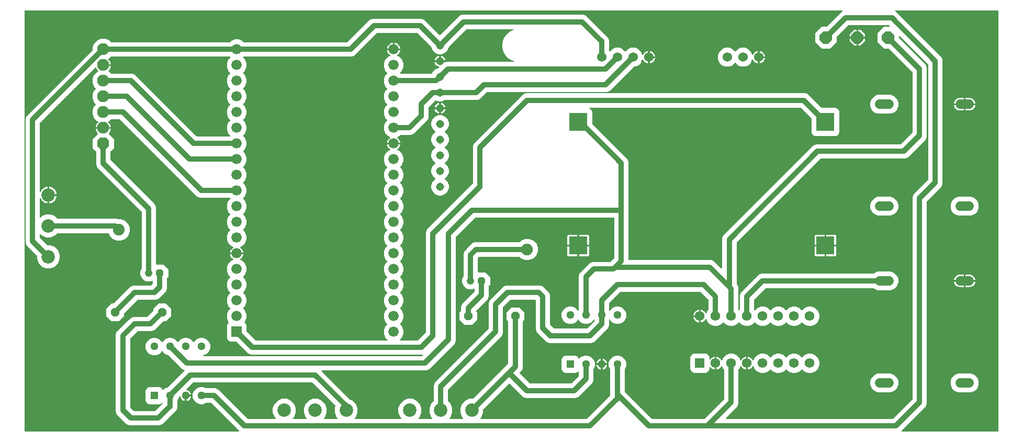
<source format=gbr>
G04 EAGLE Gerber RS-274X export*
G75*
%MOMM*%
%FSLAX34Y34*%
%LPD*%
%INBottom Copper*%
%IPPOS*%
%AMOC8*
5,1,8,0,0,1.08239X$1,22.5*%
G01*
%ADD10P,1.319650X8X22.500000*%
%ADD11C,1.219200*%
%ADD12R,1.575000X1.575000*%
%ADD13C,1.575000*%
%ADD14C,2.184400*%
%ADD15P,1.429621X8X22.500000*%
%ADD16R,1.676400X1.676400*%
%ADD17C,1.676400*%
%ADD18P,2.089446X8X22.500000*%
%ADD19C,1.930400*%
%ADD20P,2.164780X8X202.500000*%
%ADD21C,1.508000*%
%ADD22R,1.288000X1.288000*%
%ADD23C,1.288000*%
%ADD24C,1.308000*%
%ADD25R,3.000000X3.000000*%
%ADD26C,1.524000*%
%ADD27C,0.812800*%
%ADD28C,4.016000*%
%ADD29C,1.905000*%

G36*
X358897Y308622D02*
X358897Y308622D01*
X358969Y308624D01*
X359018Y308642D01*
X359070Y308650D01*
X359133Y308684D01*
X359200Y308709D01*
X359241Y308741D01*
X359287Y308766D01*
X359336Y308818D01*
X359392Y308862D01*
X359420Y308906D01*
X359456Y308944D01*
X359486Y309009D01*
X359525Y309069D01*
X359538Y309120D01*
X359560Y309167D01*
X359568Y309238D01*
X359585Y309308D01*
X359581Y309360D01*
X359587Y309411D01*
X359572Y309482D01*
X359566Y309553D01*
X359546Y309601D01*
X359535Y309652D01*
X359498Y309713D01*
X359470Y309779D01*
X359425Y309835D01*
X359409Y309863D01*
X359391Y309878D01*
X359365Y309910D01*
X358287Y310988D01*
X314483Y354792D01*
X314409Y354845D01*
X314340Y354905D01*
X314309Y354917D01*
X314283Y354936D01*
X314196Y354963D01*
X314111Y354997D01*
X314070Y355001D01*
X314048Y355008D01*
X314016Y355007D01*
X313945Y355015D01*
X306965Y355015D01*
X306875Y355001D01*
X306784Y354993D01*
X306755Y354981D01*
X306723Y354976D01*
X306642Y354933D01*
X306558Y354897D01*
X306526Y354871D01*
X306505Y354860D01*
X306483Y354837D01*
X306427Y354792D01*
X306415Y354780D01*
X301247Y352639D01*
X295653Y352639D01*
X290485Y354780D01*
X286530Y358735D01*
X284389Y363903D01*
X284389Y369497D01*
X286530Y374665D01*
X290485Y378620D01*
X295653Y380761D01*
X301247Y380761D01*
X306415Y378620D01*
X306427Y378608D01*
X306501Y378555D01*
X306571Y378495D01*
X306601Y378483D01*
X306627Y378464D01*
X306714Y378437D01*
X306799Y378403D01*
X306840Y378399D01*
X306862Y378392D01*
X306894Y378393D01*
X306965Y378385D01*
X321424Y378385D01*
X325719Y376606D01*
X372917Y329408D01*
X372991Y329355D01*
X373060Y329295D01*
X373091Y329283D01*
X373117Y329264D01*
X373204Y329237D01*
X373289Y329203D01*
X373330Y329199D01*
X373352Y329192D01*
X373384Y329193D01*
X373455Y329185D01*
X418254Y329185D01*
X418325Y329196D01*
X418397Y329198D01*
X418445Y329216D01*
X418497Y329224D01*
X418560Y329258D01*
X418628Y329283D01*
X418668Y329315D01*
X418714Y329340D01*
X418764Y329392D01*
X418820Y329436D01*
X418848Y329480D01*
X418884Y329518D01*
X418914Y329583D01*
X418953Y329643D01*
X418965Y329694D01*
X418987Y329741D01*
X418995Y329812D01*
X419013Y329882D01*
X419009Y329934D01*
X419014Y329985D01*
X418999Y330056D01*
X418993Y330127D01*
X418973Y330175D01*
X418962Y330226D01*
X418925Y330287D01*
X418897Y330353D01*
X418852Y330409D01*
X418836Y330437D01*
X418818Y330452D01*
X418792Y330484D01*
X416880Y332396D01*
X414057Y339212D01*
X414057Y346588D01*
X416880Y353404D01*
X422096Y358620D01*
X428912Y361443D01*
X436288Y361443D01*
X443104Y358620D01*
X448320Y353404D01*
X451143Y346588D01*
X451143Y339212D01*
X448320Y332396D01*
X446408Y330484D01*
X446366Y330426D01*
X446316Y330374D01*
X446294Y330327D01*
X446264Y330285D01*
X446243Y330216D01*
X446213Y330151D01*
X446207Y330099D01*
X446192Y330049D01*
X446194Y329978D01*
X446186Y329907D01*
X446197Y329856D01*
X446198Y329804D01*
X446223Y329736D01*
X446238Y329666D01*
X446265Y329621D01*
X446283Y329573D01*
X446327Y329517D01*
X446364Y329455D01*
X446404Y329421D01*
X446436Y329381D01*
X446497Y329342D01*
X446551Y329295D01*
X446599Y329276D01*
X446643Y329248D01*
X446713Y329230D01*
X446779Y329203D01*
X446851Y329195D01*
X446882Y329187D01*
X446905Y329189D01*
X446946Y329185D01*
X468254Y329185D01*
X468325Y329196D01*
X468397Y329198D01*
X468445Y329216D01*
X468497Y329224D01*
X468560Y329258D01*
X468628Y329283D01*
X468668Y329315D01*
X468714Y329340D01*
X468764Y329392D01*
X468820Y329436D01*
X468848Y329480D01*
X468884Y329518D01*
X468914Y329583D01*
X468953Y329643D01*
X468965Y329694D01*
X468987Y329741D01*
X468995Y329812D01*
X469013Y329882D01*
X469009Y329934D01*
X469014Y329985D01*
X468999Y330056D01*
X468993Y330127D01*
X468973Y330175D01*
X468962Y330226D01*
X468925Y330287D01*
X468897Y330353D01*
X468852Y330409D01*
X468836Y330437D01*
X468818Y330452D01*
X468792Y330484D01*
X466880Y332396D01*
X464057Y339212D01*
X464057Y346588D01*
X466880Y353404D01*
X472096Y358620D01*
X478912Y361443D01*
X486288Y361443D01*
X493104Y358620D01*
X498320Y353404D01*
X501143Y346588D01*
X501143Y339212D01*
X498320Y332396D01*
X496408Y330484D01*
X496366Y330426D01*
X496316Y330374D01*
X496294Y330327D01*
X496264Y330285D01*
X496243Y330216D01*
X496213Y330151D01*
X496207Y330099D01*
X496192Y330049D01*
X496194Y329978D01*
X496186Y329907D01*
X496197Y329856D01*
X496198Y329804D01*
X496223Y329736D01*
X496238Y329666D01*
X496265Y329621D01*
X496283Y329573D01*
X496327Y329517D01*
X496364Y329455D01*
X496404Y329421D01*
X496436Y329381D01*
X496497Y329342D01*
X496551Y329295D01*
X496599Y329276D01*
X496643Y329248D01*
X496713Y329230D01*
X496779Y329203D01*
X496851Y329195D01*
X496882Y329187D01*
X496905Y329189D01*
X496946Y329185D01*
X518254Y329185D01*
X518325Y329196D01*
X518397Y329198D01*
X518445Y329216D01*
X518497Y329224D01*
X518560Y329258D01*
X518628Y329283D01*
X518668Y329315D01*
X518714Y329340D01*
X518764Y329392D01*
X518820Y329436D01*
X518848Y329480D01*
X518884Y329518D01*
X518914Y329583D01*
X518953Y329643D01*
X518965Y329694D01*
X518987Y329741D01*
X518995Y329812D01*
X519013Y329882D01*
X519009Y329934D01*
X519014Y329985D01*
X518999Y330056D01*
X518993Y330127D01*
X518973Y330175D01*
X518962Y330226D01*
X518925Y330287D01*
X518897Y330353D01*
X518852Y330409D01*
X518836Y330437D01*
X518818Y330452D01*
X518792Y330484D01*
X516880Y332396D01*
X514057Y339212D01*
X514057Y346588D01*
X515468Y349993D01*
X515494Y350107D01*
X515523Y350220D01*
X515522Y350227D01*
X515524Y350233D01*
X515513Y350349D01*
X515504Y350465D01*
X515501Y350471D01*
X515501Y350477D01*
X515453Y350585D01*
X515407Y350692D01*
X515403Y350698D01*
X515401Y350702D01*
X515388Y350716D01*
X515303Y350823D01*
X477983Y388142D01*
X477909Y388195D01*
X477840Y388255D01*
X477809Y388267D01*
X477783Y388286D01*
X477696Y388313D01*
X477611Y388347D01*
X477570Y388351D01*
X477548Y388358D01*
X477516Y388357D01*
X477445Y388365D01*
X286155Y388365D01*
X286065Y388351D01*
X285974Y388343D01*
X285945Y388331D01*
X285913Y388326D01*
X285832Y388283D01*
X285748Y388247D01*
X285716Y388221D01*
X285695Y388210D01*
X285673Y388187D01*
X285617Y388142D01*
X274292Y376817D01*
X274222Y376721D01*
X274151Y376623D01*
X274150Y376620D01*
X274148Y376617D01*
X274113Y376504D01*
X274077Y376388D01*
X274077Y376385D01*
X274076Y376382D01*
X274079Y376261D01*
X274081Y376142D01*
X274082Y376139D01*
X274082Y376136D01*
X274124Y376023D01*
X274164Y375911D01*
X274166Y375908D01*
X274167Y375905D01*
X274241Y375812D01*
X274316Y375717D01*
X274318Y375716D01*
X274320Y375713D01*
X274422Y375648D01*
X274522Y375583D01*
X274525Y375582D01*
X274527Y375580D01*
X274538Y375578D01*
X274682Y375532D01*
X275670Y375336D01*
X277304Y374659D01*
X278775Y373676D01*
X280026Y372425D01*
X281009Y370954D01*
X281686Y369320D01*
X281904Y368223D01*
X273812Y368223D01*
X273792Y368220D01*
X273773Y368222D01*
X273671Y368200D01*
X273569Y368183D01*
X273552Y368174D01*
X273532Y368170D01*
X273443Y368117D01*
X273352Y368068D01*
X273338Y368054D01*
X273321Y368044D01*
X273254Y367965D01*
X273183Y367890D01*
X273174Y367872D01*
X273161Y367857D01*
X273123Y367761D01*
X273079Y367667D01*
X273077Y367647D01*
X273069Y367629D01*
X273051Y367462D01*
X273051Y366699D01*
X272288Y366699D01*
X272268Y366696D01*
X272249Y366698D01*
X272147Y366676D01*
X272045Y366659D01*
X272028Y366650D01*
X272008Y366646D01*
X271919Y366593D01*
X271828Y366544D01*
X271814Y366530D01*
X271797Y366520D01*
X271730Y366441D01*
X271659Y366366D01*
X271650Y366348D01*
X271637Y366333D01*
X271598Y366237D01*
X271555Y366143D01*
X271553Y366123D01*
X271545Y366105D01*
X271527Y365938D01*
X271527Y357846D01*
X270430Y358064D01*
X268796Y358741D01*
X267325Y359724D01*
X266074Y360975D01*
X265091Y362446D01*
X264414Y364080D01*
X264218Y365068D01*
X264176Y365180D01*
X264135Y365293D01*
X264133Y365296D01*
X264132Y365299D01*
X264056Y365391D01*
X263981Y365485D01*
X263978Y365487D01*
X263976Y365490D01*
X263875Y365553D01*
X263774Y365618D01*
X263771Y365619D01*
X263768Y365621D01*
X263651Y365649D01*
X263535Y365679D01*
X263532Y365678D01*
X263529Y365679D01*
X263408Y365669D01*
X263290Y365659D01*
X263287Y365658D01*
X263284Y365658D01*
X263172Y365609D01*
X263064Y365563D01*
X263061Y365561D01*
X263059Y365560D01*
X263050Y365552D01*
X262933Y365458D01*
X261934Y364459D01*
X261881Y364385D01*
X261821Y364316D01*
X261809Y364285D01*
X261790Y364259D01*
X261763Y364172D01*
X261729Y364087D01*
X261725Y364047D01*
X261718Y364024D01*
X261719Y363992D01*
X261711Y363921D01*
X261711Y363903D01*
X259570Y358735D01*
X259558Y358723D01*
X259505Y358649D01*
X259445Y358579D01*
X259433Y358549D01*
X259414Y358523D01*
X259387Y358436D01*
X259353Y358351D01*
X259349Y358310D01*
X259342Y358288D01*
X259343Y358256D01*
X259335Y358185D01*
X259335Y346926D01*
X257556Y342631D01*
X235219Y320294D01*
X230924Y318515D01*
X181826Y318515D01*
X177531Y320294D01*
X161544Y336281D01*
X159765Y340576D01*
X159765Y465874D01*
X161544Y470169D01*
X164938Y473563D01*
X180487Y489112D01*
X183881Y492506D01*
X188176Y494285D01*
X210745Y494285D01*
X210835Y494299D01*
X210926Y494307D01*
X210956Y494319D01*
X210987Y494324D01*
X211068Y494367D01*
X211152Y494403D01*
X211184Y494429D01*
X211205Y494440D01*
X211227Y494463D01*
X211283Y494508D01*
X220502Y503727D01*
X220546Y503788D01*
X220580Y503824D01*
X220586Y503837D01*
X220615Y503870D01*
X220627Y503901D01*
X220646Y503927D01*
X220673Y504014D01*
X220707Y504099D01*
X220711Y504140D01*
X220718Y504162D01*
X220717Y504194D01*
X220725Y504265D01*
X220725Y507542D01*
X229058Y515875D01*
X240842Y515875D01*
X249175Y507542D01*
X249175Y495758D01*
X240842Y487425D01*
X237565Y487425D01*
X237475Y487411D01*
X237384Y487403D01*
X237355Y487391D01*
X237323Y487386D01*
X237242Y487343D01*
X237158Y487307D01*
X237126Y487281D01*
X237105Y487270D01*
X237083Y487247D01*
X237027Y487202D01*
X225913Y476088D01*
X222519Y472694D01*
X218224Y470915D01*
X195655Y470915D01*
X195565Y470901D01*
X195474Y470893D01*
X195444Y470881D01*
X195413Y470876D01*
X195332Y470833D01*
X195248Y470797D01*
X195216Y470771D01*
X195195Y470760D01*
X195173Y470737D01*
X195117Y470692D01*
X183358Y458933D01*
X183305Y458859D01*
X183245Y458790D01*
X183233Y458759D01*
X183214Y458733D01*
X183187Y458646D01*
X183153Y458561D01*
X183149Y458520D01*
X183142Y458498D01*
X183143Y458466D01*
X183135Y458395D01*
X183135Y348055D01*
X183149Y347965D01*
X183157Y347874D01*
X183169Y347845D01*
X183174Y347813D01*
X183217Y347732D01*
X183253Y347648D01*
X183279Y347616D01*
X183290Y347595D01*
X183313Y347573D01*
X183358Y347517D01*
X188767Y342108D01*
X188841Y342055D01*
X188910Y341995D01*
X188941Y341983D01*
X188967Y341964D01*
X189054Y341937D01*
X189139Y341903D01*
X189180Y341899D01*
X189202Y341892D01*
X189234Y341893D01*
X189305Y341885D01*
X223445Y341885D01*
X223535Y341899D01*
X223626Y341907D01*
X223655Y341919D01*
X223687Y341924D01*
X223768Y341967D01*
X223852Y342003D01*
X223884Y342029D01*
X223905Y342040D01*
X223927Y342063D01*
X223983Y342108D01*
X235742Y353867D01*
X235795Y353941D01*
X235855Y354010D01*
X235867Y354041D01*
X235886Y354067D01*
X235913Y354154D01*
X235947Y354239D01*
X235951Y354280D01*
X235958Y354302D01*
X235957Y354334D01*
X235965Y354405D01*
X235965Y354920D01*
X235954Y354991D01*
X235952Y355063D01*
X235934Y355112D01*
X235926Y355163D01*
X235892Y355226D01*
X235867Y355294D01*
X235835Y355334D01*
X235810Y355380D01*
X235758Y355430D01*
X235714Y355486D01*
X235670Y355514D01*
X235632Y355550D01*
X235567Y355580D01*
X235507Y355619D01*
X235456Y355631D01*
X235409Y355653D01*
X235338Y355661D01*
X235268Y355679D01*
X235216Y355675D01*
X235165Y355680D01*
X235094Y355665D01*
X235023Y355660D01*
X234975Y355639D01*
X234924Y355628D01*
X234863Y355591D01*
X234797Y355563D01*
X234741Y355518D01*
X234713Y355502D01*
X234698Y355484D01*
X234666Y355458D01*
X233007Y353799D01*
X230206Y352639D01*
X214294Y352639D01*
X211493Y353799D01*
X209349Y355943D01*
X208189Y358744D01*
X208189Y374656D01*
X209349Y377457D01*
X211493Y379601D01*
X214294Y380761D01*
X230206Y380761D01*
X233007Y379601D01*
X235151Y377457D01*
X235702Y376125D01*
X235726Y376086D01*
X235742Y376043D01*
X235791Y375982D01*
X235832Y375916D01*
X235867Y375887D01*
X235896Y375851D01*
X235961Y375809D01*
X236021Y375760D01*
X236064Y375743D01*
X236103Y375718D01*
X236178Y375699D01*
X236251Y375671D01*
X236297Y375669D01*
X236341Y375658D01*
X236419Y375664D01*
X236496Y375661D01*
X236541Y375674D01*
X236586Y375677D01*
X236658Y375708D01*
X236733Y375730D01*
X236770Y375756D01*
X236813Y375774D01*
X236919Y375859D01*
X236935Y375870D01*
X236938Y375874D01*
X236944Y375878D01*
X239685Y378620D01*
X244853Y380761D01*
X244871Y380761D01*
X244961Y380775D01*
X245052Y380783D01*
X245082Y380795D01*
X245113Y380800D01*
X245194Y380843D01*
X245278Y380879D01*
X245310Y380905D01*
X245331Y380916D01*
X245353Y380939D01*
X245409Y380984D01*
X270987Y406562D01*
X271177Y406752D01*
X271204Y406789D01*
X271238Y406820D01*
X271275Y406888D01*
X271321Y406952D01*
X271334Y406995D01*
X271356Y407036D01*
X271370Y407112D01*
X271393Y407187D01*
X271392Y407232D01*
X271400Y407278D01*
X271389Y407355D01*
X271387Y407433D01*
X271371Y407476D01*
X271364Y407521D01*
X271329Y407590D01*
X271302Y407664D01*
X271273Y407699D01*
X271253Y407740D01*
X271197Y407795D01*
X271148Y407856D01*
X271110Y407880D01*
X271077Y407913D01*
X270957Y407978D01*
X270942Y407989D01*
X270937Y407990D01*
X270930Y407993D01*
X268031Y409194D01*
X264637Y412588D01*
X245409Y431816D01*
X245335Y431869D01*
X245266Y431929D01*
X245235Y431941D01*
X245209Y431960D01*
X245122Y431987D01*
X245037Y432021D01*
X244997Y432025D01*
X244974Y432032D01*
X244942Y432031D01*
X244871Y432039D01*
X244853Y432039D01*
X239685Y434180D01*
X235730Y438135D01*
X235653Y438320D01*
X235616Y438381D01*
X235586Y438447D01*
X235552Y438484D01*
X235534Y438514D01*
X235532Y438516D01*
X235524Y438529D01*
X235468Y438575D01*
X235420Y438628D01*
X235374Y438653D01*
X235334Y438686D01*
X235267Y438712D01*
X235204Y438746D01*
X235153Y438756D01*
X235105Y438774D01*
X235033Y438777D01*
X234962Y438790D01*
X234911Y438782D01*
X234859Y438785D01*
X234790Y438765D01*
X234719Y438754D01*
X234673Y438731D01*
X234623Y438716D01*
X234564Y438675D01*
X234500Y438643D01*
X234463Y438606D01*
X234421Y438576D01*
X234378Y438518D01*
X234328Y438467D01*
X234320Y438453D01*
X234318Y438451D01*
X234314Y438443D01*
X234293Y438404D01*
X234274Y438379D01*
X234267Y438356D01*
X234247Y438320D01*
X234170Y438135D01*
X230215Y434180D01*
X225047Y432039D01*
X219453Y432039D01*
X214285Y434180D01*
X210330Y438135D01*
X208189Y443303D01*
X208189Y448897D01*
X210330Y454065D01*
X214285Y458020D01*
X219453Y460161D01*
X225047Y460161D01*
X230215Y458020D01*
X234170Y454065D01*
X234247Y453880D01*
X234285Y453819D01*
X234314Y453753D01*
X234349Y453715D01*
X234376Y453671D01*
X234432Y453625D01*
X234480Y453572D01*
X234526Y453547D01*
X234566Y453514D01*
X234633Y453488D01*
X234696Y453454D01*
X234747Y453444D01*
X234795Y453426D01*
X234867Y453423D01*
X234938Y453410D01*
X234989Y453418D01*
X235041Y453415D01*
X235110Y453435D01*
X235181Y453446D01*
X235227Y453469D01*
X235277Y453484D01*
X235336Y453525D01*
X235400Y453557D01*
X235437Y453594D01*
X235479Y453624D01*
X235522Y453682D01*
X235572Y453733D01*
X235607Y453796D01*
X235626Y453822D01*
X235633Y453844D01*
X235653Y453880D01*
X235730Y454065D01*
X239685Y458020D01*
X244853Y460161D01*
X250447Y460161D01*
X255615Y458020D01*
X259570Y454065D01*
X259647Y453880D01*
X259685Y453819D01*
X259714Y453753D01*
X259749Y453715D01*
X259776Y453671D01*
X259832Y453625D01*
X259880Y453572D01*
X259926Y453547D01*
X259966Y453514D01*
X260033Y453488D01*
X260096Y453454D01*
X260147Y453444D01*
X260195Y453426D01*
X260267Y453423D01*
X260338Y453410D01*
X260389Y453418D01*
X260441Y453415D01*
X260510Y453435D01*
X260581Y453446D01*
X260627Y453469D01*
X260677Y453484D01*
X260736Y453525D01*
X260800Y453557D01*
X260837Y453594D01*
X260879Y453624D01*
X260922Y453682D01*
X260972Y453733D01*
X261007Y453796D01*
X261026Y453822D01*
X261033Y453844D01*
X261053Y453880D01*
X261130Y454065D01*
X265085Y458020D01*
X270253Y460161D01*
X275847Y460161D01*
X281015Y458020D01*
X284970Y454065D01*
X285047Y453880D01*
X285085Y453819D01*
X285114Y453753D01*
X285149Y453715D01*
X285176Y453671D01*
X285232Y453625D01*
X285280Y453572D01*
X285326Y453547D01*
X285366Y453514D01*
X285433Y453488D01*
X285496Y453454D01*
X285547Y453444D01*
X285595Y453426D01*
X285667Y453423D01*
X285738Y453410D01*
X285789Y453418D01*
X285841Y453415D01*
X285910Y453435D01*
X285981Y453446D01*
X286027Y453469D01*
X286077Y453484D01*
X286136Y453525D01*
X286200Y453557D01*
X286237Y453594D01*
X286279Y453624D01*
X286322Y453682D01*
X286372Y453733D01*
X286407Y453796D01*
X286426Y453822D01*
X286433Y453844D01*
X286453Y453880D01*
X286530Y454065D01*
X290485Y458020D01*
X295653Y460161D01*
X301247Y460161D01*
X306415Y458020D01*
X310370Y454065D01*
X312511Y448897D01*
X312511Y443303D01*
X310370Y438135D01*
X306415Y434180D01*
X301754Y432249D01*
X301671Y432198D01*
X301585Y432152D01*
X301567Y432134D01*
X301545Y432120D01*
X301483Y432044D01*
X301416Y431974D01*
X301405Y431950D01*
X301388Y431930D01*
X301353Y431839D01*
X301312Y431751D01*
X301309Y431725D01*
X301300Y431701D01*
X301296Y431603D01*
X301285Y431507D01*
X301290Y431481D01*
X301289Y431455D01*
X301316Y431361D01*
X301337Y431266D01*
X301351Y431244D01*
X301358Y431219D01*
X301413Y431139D01*
X301463Y431055D01*
X301483Y431038D01*
X301498Y431017D01*
X301576Y430958D01*
X301650Y430895D01*
X301675Y430885D01*
X301696Y430870D01*
X301788Y430840D01*
X301878Y430803D01*
X301911Y430800D01*
X301929Y430794D01*
X301962Y430794D01*
X302045Y430785D01*
X655245Y430785D01*
X655335Y430799D01*
X655426Y430807D01*
X655456Y430819D01*
X655487Y430824D01*
X655568Y430867D01*
X655652Y430903D01*
X655684Y430929D01*
X655705Y430940D01*
X655727Y430963D01*
X655783Y431008D01*
X656291Y431516D01*
X656333Y431574D01*
X656382Y431626D01*
X656404Y431673D01*
X656435Y431715D01*
X656456Y431784D01*
X656486Y431849D01*
X656492Y431901D01*
X656507Y431951D01*
X656505Y432022D01*
X656513Y432093D01*
X656502Y432144D01*
X656501Y432196D01*
X656476Y432264D01*
X656461Y432334D01*
X656434Y432379D01*
X656416Y432427D01*
X656371Y432483D01*
X656335Y432545D01*
X656295Y432579D01*
X656262Y432619D01*
X656202Y432658D01*
X656148Y432705D01*
X656099Y432724D01*
X656056Y432752D01*
X655986Y432770D01*
X655919Y432797D01*
X655848Y432805D01*
X655817Y432813D01*
X655794Y432811D01*
X655753Y432815D01*
X378676Y432815D01*
X374381Y434594D01*
X355301Y453674D01*
X355227Y453727D01*
X355158Y453787D01*
X355127Y453799D01*
X355101Y453818D01*
X355014Y453845D01*
X354929Y453879D01*
X354888Y453883D01*
X354866Y453890D01*
X354834Y453889D01*
X354763Y453897D01*
X345702Y453897D01*
X342901Y455057D01*
X340757Y457201D01*
X339597Y460002D01*
X339597Y479798D01*
X340757Y482599D01*
X342675Y484517D01*
X342687Y484533D01*
X342703Y484545D01*
X342759Y484632D01*
X342819Y484716D01*
X342825Y484736D01*
X342836Y484752D01*
X342861Y484853D01*
X342891Y484952D01*
X342891Y484971D01*
X342896Y484991D01*
X342888Y485094D01*
X342885Y485197D01*
X342878Y485216D01*
X342877Y485236D01*
X342836Y485331D01*
X342801Y485428D01*
X342788Y485444D01*
X342780Y485462D01*
X342675Y485593D01*
X342034Y486235D01*
X339597Y492117D01*
X339597Y498483D01*
X342034Y504365D01*
X345130Y507462D01*
X345142Y507478D01*
X345158Y507490D01*
X345214Y507578D01*
X345274Y507661D01*
X345280Y507680D01*
X345291Y507697D01*
X345316Y507798D01*
X345346Y507897D01*
X345346Y507916D01*
X345351Y507936D01*
X345343Y508039D01*
X345340Y508142D01*
X345333Y508161D01*
X345332Y508181D01*
X345291Y508276D01*
X345256Y508373D01*
X345243Y508389D01*
X345235Y508407D01*
X345130Y508538D01*
X342034Y511635D01*
X339597Y517517D01*
X339597Y523883D01*
X342034Y529765D01*
X345130Y532862D01*
X345142Y532878D01*
X345158Y532890D01*
X345214Y532978D01*
X345274Y533061D01*
X345280Y533080D01*
X345291Y533097D01*
X345316Y533198D01*
X345346Y533297D01*
X345346Y533316D01*
X345351Y533336D01*
X345343Y533439D01*
X345340Y533542D01*
X345333Y533561D01*
X345332Y533581D01*
X345291Y533676D01*
X345256Y533773D01*
X345243Y533789D01*
X345235Y533807D01*
X345130Y533938D01*
X342034Y537035D01*
X339597Y542917D01*
X339597Y549283D01*
X342034Y555165D01*
X345130Y558262D01*
X345142Y558278D01*
X345158Y558290D01*
X345214Y558378D01*
X345274Y558461D01*
X345280Y558480D01*
X345291Y558497D01*
X345316Y558598D01*
X345346Y558697D01*
X345346Y558716D01*
X345351Y558736D01*
X345343Y558839D01*
X345340Y558942D01*
X345333Y558961D01*
X345332Y558981D01*
X345291Y559076D01*
X345256Y559173D01*
X345243Y559189D01*
X345235Y559207D01*
X345130Y559338D01*
X342034Y562435D01*
X339597Y568317D01*
X339597Y574683D01*
X342034Y580565D01*
X346535Y585066D01*
X349591Y586332D01*
X349680Y586387D01*
X349772Y586439D01*
X349784Y586452D01*
X349800Y586462D01*
X349867Y586543D01*
X349938Y586621D01*
X349945Y586637D01*
X349957Y586651D01*
X349994Y586749D01*
X350037Y586846D01*
X350038Y586864D01*
X350045Y586881D01*
X350049Y586986D01*
X350059Y587091D01*
X350054Y587108D01*
X350055Y587127D01*
X350026Y587228D01*
X350001Y587330D01*
X349992Y587345D01*
X349987Y587363D01*
X349927Y587449D01*
X349871Y587538D01*
X349854Y587553D01*
X349846Y587565D01*
X349821Y587584D01*
X349747Y587651D01*
X348484Y588569D01*
X347269Y589784D01*
X346258Y591175D01*
X345478Y592707D01*
X344946Y594342D01*
X344782Y595377D01*
X354838Y595377D01*
X354858Y595380D01*
X354877Y595378D01*
X354979Y595400D01*
X355081Y595417D01*
X355098Y595426D01*
X355118Y595430D01*
X355207Y595483D01*
X355298Y595532D01*
X355312Y595546D01*
X355329Y595556D01*
X355396Y595635D01*
X355467Y595710D01*
X355476Y595728D01*
X355489Y595743D01*
X355527Y595839D01*
X355571Y595933D01*
X355573Y595953D01*
X355581Y595971D01*
X355599Y596138D01*
X355599Y597662D01*
X355596Y597682D01*
X355598Y597701D01*
X355576Y597803D01*
X355559Y597905D01*
X355550Y597922D01*
X355546Y597942D01*
X355493Y598031D01*
X355444Y598122D01*
X355430Y598136D01*
X355420Y598153D01*
X355341Y598220D01*
X355266Y598291D01*
X355248Y598300D01*
X355233Y598313D01*
X355137Y598352D01*
X355043Y598395D01*
X355023Y598397D01*
X355005Y598405D01*
X354838Y598423D01*
X344782Y598423D01*
X344946Y599458D01*
X345478Y601093D01*
X346258Y602625D01*
X347269Y604016D01*
X348484Y605231D01*
X349747Y606149D01*
X349821Y606224D01*
X349898Y606295D01*
X349907Y606311D01*
X349920Y606324D01*
X349966Y606418D01*
X350017Y606510D01*
X350020Y606528D01*
X350028Y606544D01*
X350042Y606649D01*
X350061Y606752D01*
X350058Y606770D01*
X350060Y606788D01*
X350040Y606891D01*
X350025Y606996D01*
X350017Y607012D01*
X350013Y607030D01*
X349961Y607121D01*
X349913Y607215D01*
X349900Y607228D01*
X349891Y607243D01*
X349813Y607313D01*
X349738Y607387D01*
X349718Y607398D01*
X349708Y607407D01*
X349679Y607419D01*
X349591Y607468D01*
X346535Y608734D01*
X342034Y613235D01*
X339597Y619117D01*
X339597Y625483D01*
X342034Y631365D01*
X345130Y634462D01*
X345142Y634478D01*
X345158Y634490D01*
X345214Y634578D01*
X345274Y634661D01*
X345280Y634680D01*
X345291Y634697D01*
X345316Y634798D01*
X345346Y634897D01*
X345346Y634916D01*
X345351Y634936D01*
X345343Y635039D01*
X345340Y635142D01*
X345333Y635161D01*
X345332Y635181D01*
X345291Y635276D01*
X345256Y635373D01*
X345243Y635389D01*
X345235Y635407D01*
X345130Y635538D01*
X342034Y638635D01*
X339597Y644517D01*
X339597Y650883D01*
X342034Y656765D01*
X345130Y659862D01*
X345142Y659878D01*
X345158Y659890D01*
X345214Y659978D01*
X345274Y660061D01*
X345280Y660080D01*
X345291Y660097D01*
X345316Y660198D01*
X345346Y660297D01*
X345346Y660316D01*
X345351Y660336D01*
X345343Y660439D01*
X345340Y660542D01*
X345333Y660561D01*
X345332Y660581D01*
X345291Y660676D01*
X345256Y660773D01*
X345243Y660789D01*
X345235Y660807D01*
X345130Y660938D01*
X342034Y664035D01*
X339597Y669917D01*
X339597Y676283D01*
X342034Y682165D01*
X345130Y685262D01*
X345142Y685278D01*
X345158Y685290D01*
X345214Y685378D01*
X345274Y685461D01*
X345280Y685480D01*
X345291Y685497D01*
X345316Y685598D01*
X345346Y685697D01*
X345346Y685716D01*
X345351Y685736D01*
X345343Y685839D01*
X345340Y685942D01*
X345333Y685961D01*
X345332Y685981D01*
X345291Y686076D01*
X345256Y686173D01*
X345243Y686189D01*
X345235Y686207D01*
X345130Y686338D01*
X344876Y686592D01*
X344802Y686645D01*
X344733Y686705D01*
X344703Y686717D01*
X344677Y686736D01*
X344590Y686763D01*
X344505Y686797D01*
X344464Y686801D01*
X344442Y686808D01*
X344409Y686807D01*
X344338Y686815D01*
X296126Y686815D01*
X291831Y688594D01*
X166833Y813592D01*
X166759Y813645D01*
X166690Y813705D01*
X166659Y813717D01*
X166633Y813736D01*
X166546Y813763D01*
X166461Y813797D01*
X166420Y813801D01*
X166398Y813808D01*
X166366Y813807D01*
X166295Y813815D01*
X152758Y813815D01*
X152668Y813801D01*
X152577Y813793D01*
X152547Y813781D01*
X152515Y813776D01*
X152435Y813733D01*
X152351Y813697D01*
X152318Y813671D01*
X152298Y813660D01*
X152276Y813637D01*
X152220Y813592D01*
X149484Y810857D01*
X148205Y810327D01*
X148166Y810303D01*
X148123Y810287D01*
X148062Y810238D01*
X147996Y810197D01*
X147966Y810162D01*
X147931Y810133D01*
X147889Y810068D01*
X147839Y810008D01*
X147822Y809965D01*
X147798Y809926D01*
X147779Y809851D01*
X147751Y809778D01*
X147749Y809732D01*
X147738Y809688D01*
X147744Y809610D01*
X147740Y809532D01*
X147753Y809488D01*
X147757Y809443D01*
X147787Y809371D01*
X147809Y809296D01*
X147835Y809258D01*
X147853Y809216D01*
X147938Y809110D01*
X147949Y809094D01*
X147953Y809091D01*
X147958Y809085D01*
X149000Y808043D01*
X150128Y806490D01*
X150999Y804780D01*
X151593Y802955D01*
X151803Y801623D01*
X140462Y801623D01*
X140442Y801620D01*
X140423Y801622D01*
X140321Y801600D01*
X140219Y801583D01*
X140202Y801574D01*
X140182Y801570D01*
X140093Y801517D01*
X140002Y801468D01*
X139988Y801454D01*
X139971Y801444D01*
X139904Y801365D01*
X139833Y801290D01*
X139824Y801272D01*
X139811Y801257D01*
X139773Y801161D01*
X139729Y801067D01*
X139727Y801047D01*
X139719Y801029D01*
X139701Y800862D01*
X139701Y799338D01*
X139704Y799318D01*
X139702Y799299D01*
X139724Y799197D01*
X139741Y799095D01*
X139750Y799078D01*
X139754Y799058D01*
X139807Y798969D01*
X139856Y798878D01*
X139870Y798864D01*
X139880Y798847D01*
X139959Y798780D01*
X140034Y798709D01*
X140052Y798700D01*
X140067Y798687D01*
X140163Y798648D01*
X140257Y798605D01*
X140277Y798603D01*
X140295Y798595D01*
X140462Y798577D01*
X151803Y798577D01*
X151593Y797245D01*
X150999Y795420D01*
X150128Y793710D01*
X149000Y792157D01*
X148373Y791530D01*
X148362Y791514D01*
X148346Y791502D01*
X148290Y791415D01*
X148230Y791331D01*
X148224Y791312D01*
X148213Y791295D01*
X148188Y791194D01*
X148158Y791096D01*
X148158Y791076D01*
X148153Y791056D01*
X148161Y790953D01*
X148164Y790850D01*
X148171Y790831D01*
X148172Y790811D01*
X148213Y790716D01*
X148248Y790619D01*
X148261Y790603D01*
X148269Y790585D01*
X148373Y790454D01*
X156973Y781855D01*
X156973Y767545D01*
X151608Y762180D01*
X151555Y762106D01*
X151495Y762037D01*
X151483Y762007D01*
X151464Y761981D01*
X151437Y761894D01*
X151403Y761809D01*
X151399Y761768D01*
X151392Y761746D01*
X151393Y761713D01*
X151385Y761642D01*
X151385Y748105D01*
X151399Y748015D01*
X151407Y747924D01*
X151419Y747895D01*
X151424Y747863D01*
X151467Y747782D01*
X151503Y747698D01*
X151529Y747666D01*
X151540Y747645D01*
X151563Y747623D01*
X151608Y747567D01*
X223266Y675909D01*
X225045Y671614D01*
X225045Y579628D01*
X225048Y579608D01*
X225046Y579589D01*
X225068Y579487D01*
X225084Y579385D01*
X225094Y579368D01*
X225098Y579348D01*
X225151Y579259D01*
X225200Y579168D01*
X225214Y579154D01*
X225224Y579137D01*
X225303Y579070D01*
X225378Y578998D01*
X225396Y578990D01*
X225411Y578977D01*
X225507Y578938D01*
X225601Y578895D01*
X225621Y578893D01*
X225639Y578885D01*
X225806Y578867D01*
X236822Y578867D01*
X244857Y570832D01*
X244857Y559468D01*
X243048Y557659D01*
X242995Y557585D01*
X242935Y557516D01*
X242923Y557486D01*
X242904Y557460D01*
X242877Y557373D01*
X242843Y557288D01*
X242839Y557247D01*
X242832Y557225D01*
X242833Y557192D01*
X242825Y557121D01*
X242825Y539966D01*
X241046Y535671D01*
X228869Y523494D01*
X224574Y521715D01*
X195655Y521715D01*
X195565Y521701D01*
X195474Y521693D01*
X195445Y521681D01*
X195413Y521676D01*
X195332Y521633D01*
X195248Y521597D01*
X195216Y521571D01*
X195195Y521560D01*
X195173Y521537D01*
X195117Y521492D01*
X173198Y499573D01*
X173145Y499499D01*
X173085Y499430D01*
X173073Y499399D01*
X173054Y499373D01*
X173027Y499286D01*
X172993Y499201D01*
X172989Y499160D01*
X172982Y499138D01*
X172983Y499106D01*
X172975Y499035D01*
X172975Y495758D01*
X164642Y487425D01*
X152858Y487425D01*
X144525Y495758D01*
X144525Y507542D01*
X152858Y515875D01*
X156135Y515875D01*
X156225Y515889D01*
X156316Y515897D01*
X156345Y515909D01*
X156377Y515914D01*
X156458Y515957D01*
X156542Y515993D01*
X156574Y516019D01*
X156595Y516030D01*
X156617Y516053D01*
X156673Y516098D01*
X183881Y543306D01*
X188176Y545085D01*
X217095Y545085D01*
X217185Y545099D01*
X217276Y545107D01*
X217305Y545119D01*
X217337Y545124D01*
X217418Y545167D01*
X217502Y545203D01*
X217534Y545229D01*
X217555Y545240D01*
X217577Y545263D01*
X217633Y545308D01*
X219232Y546907D01*
X219285Y546981D01*
X219345Y547050D01*
X219357Y547081D01*
X219376Y547107D01*
X219403Y547194D01*
X219437Y547279D01*
X219441Y547320D01*
X219448Y547342D01*
X219447Y547374D01*
X219455Y547445D01*
X219455Y551689D01*
X219448Y551734D01*
X219450Y551780D01*
X219428Y551855D01*
X219416Y551931D01*
X219394Y551972D01*
X219381Y552016D01*
X219337Y552080D01*
X219300Y552149D01*
X219267Y552180D01*
X219241Y552218D01*
X219178Y552265D01*
X219122Y552318D01*
X219080Y552337D01*
X219044Y552365D01*
X218970Y552389D01*
X218899Y552422D01*
X218853Y552427D01*
X218810Y552441D01*
X218732Y552440D01*
X218655Y552449D01*
X218610Y552439D01*
X218564Y552439D01*
X218432Y552401D01*
X218414Y552397D01*
X218410Y552394D01*
X218403Y552392D01*
X216088Y551433D01*
X210632Y551433D01*
X205590Y553522D01*
X201732Y557380D01*
X199643Y562422D01*
X199643Y567878D01*
X201617Y572644D01*
X201632Y572708D01*
X201657Y572769D01*
X201666Y572852D01*
X201673Y572884D01*
X201672Y572903D01*
X201675Y572936D01*
X201675Y664135D01*
X201673Y664146D01*
X201674Y664154D01*
X201666Y664193D01*
X201661Y664225D01*
X201653Y664316D01*
X201641Y664345D01*
X201636Y664377D01*
X201593Y664458D01*
X201557Y664542D01*
X201531Y664574D01*
X201520Y664595D01*
X201497Y664617D01*
X201452Y664673D01*
X129794Y736331D01*
X128015Y740626D01*
X128015Y761642D01*
X128001Y761732D01*
X127993Y761823D01*
X127981Y761853D01*
X127976Y761885D01*
X127933Y761966D01*
X127897Y762049D01*
X127871Y762082D01*
X127860Y762102D01*
X127837Y762124D01*
X127792Y762180D01*
X122427Y767545D01*
X122427Y781855D01*
X131027Y790454D01*
X131038Y790470D01*
X131054Y790482D01*
X131110Y790570D01*
X131170Y790654D01*
X131176Y790673D01*
X131187Y790689D01*
X131212Y790790D01*
X131242Y790889D01*
X131242Y790909D01*
X131247Y790928D01*
X131239Y791031D01*
X131236Y791135D01*
X131229Y791153D01*
X131228Y791173D01*
X131187Y791268D01*
X131152Y791366D01*
X131139Y791381D01*
X131131Y791399D01*
X131027Y791530D01*
X130400Y792157D01*
X129272Y793710D01*
X128401Y795420D01*
X127807Y797245D01*
X127597Y798577D01*
X138938Y798577D01*
X138958Y798580D01*
X138977Y798578D01*
X139079Y798600D01*
X139181Y798617D01*
X139198Y798626D01*
X139218Y798630D01*
X139307Y798683D01*
X139398Y798732D01*
X139412Y798746D01*
X139429Y798756D01*
X139496Y798835D01*
X139567Y798910D01*
X139576Y798928D01*
X139589Y798943D01*
X139627Y799039D01*
X139671Y799133D01*
X139673Y799153D01*
X139681Y799171D01*
X139699Y799338D01*
X139699Y800862D01*
X139696Y800882D01*
X139698Y800901D01*
X139676Y801003D01*
X139659Y801105D01*
X139650Y801122D01*
X139646Y801142D01*
X139593Y801231D01*
X139544Y801322D01*
X139530Y801336D01*
X139520Y801353D01*
X139441Y801420D01*
X139366Y801491D01*
X139348Y801500D01*
X139333Y801513D01*
X139237Y801552D01*
X139143Y801595D01*
X139123Y801597D01*
X139105Y801605D01*
X138938Y801623D01*
X127597Y801623D01*
X127807Y802955D01*
X128401Y804780D01*
X129272Y806490D01*
X130400Y808043D01*
X131442Y809085D01*
X131469Y809123D01*
X131503Y809154D01*
X131540Y809222D01*
X131586Y809285D01*
X131599Y809329D01*
X131621Y809369D01*
X131635Y809446D01*
X131658Y809520D01*
X131657Y809566D01*
X131665Y809611D01*
X131654Y809688D01*
X131652Y809766D01*
X131636Y809809D01*
X131629Y809855D01*
X131594Y809924D01*
X131567Y809997D01*
X131539Y810033D01*
X131518Y810074D01*
X131462Y810128D01*
X131414Y810189D01*
X131375Y810214D01*
X131342Y810246D01*
X131222Y810312D01*
X131207Y810322D01*
X131202Y810323D01*
X131195Y810327D01*
X129916Y810857D01*
X125057Y815716D01*
X122427Y822064D01*
X122427Y828936D01*
X125057Y835284D01*
X127434Y837662D01*
X127446Y837678D01*
X127462Y837690D01*
X127518Y837778D01*
X127578Y837861D01*
X127584Y837880D01*
X127595Y837897D01*
X127620Y837998D01*
X127650Y838097D01*
X127650Y838116D01*
X127655Y838136D01*
X127647Y838239D01*
X127644Y838342D01*
X127637Y838361D01*
X127635Y838381D01*
X127595Y838476D01*
X127559Y838573D01*
X127547Y838589D01*
X127539Y838607D01*
X127434Y838738D01*
X125057Y841116D01*
X122427Y847464D01*
X122427Y854336D01*
X125057Y860684D01*
X127434Y863062D01*
X127446Y863078D01*
X127462Y863090D01*
X127518Y863178D01*
X127578Y863261D01*
X127584Y863280D01*
X127595Y863297D01*
X127620Y863398D01*
X127650Y863497D01*
X127650Y863516D01*
X127655Y863536D01*
X127647Y863639D01*
X127644Y863742D01*
X127637Y863761D01*
X127635Y863781D01*
X127595Y863876D01*
X127559Y863973D01*
X127547Y863989D01*
X127539Y864007D01*
X127434Y864138D01*
X125057Y866516D01*
X122427Y872864D01*
X122427Y879736D01*
X125057Y886084D01*
X129916Y890943D01*
X131195Y891473D01*
X131234Y891497D01*
X131277Y891513D01*
X131338Y891562D01*
X131404Y891603D01*
X131434Y891638D01*
X131469Y891667D01*
X131511Y891732D01*
X131561Y891792D01*
X131578Y891835D01*
X131602Y891874D01*
X131621Y891949D01*
X131649Y892022D01*
X131651Y892068D01*
X131662Y892112D01*
X131656Y892190D01*
X131660Y892268D01*
X131647Y892312D01*
X131643Y892357D01*
X131613Y892429D01*
X131591Y892504D01*
X131565Y892541D01*
X131547Y892584D01*
X131462Y892690D01*
X131451Y892706D01*
X131447Y892709D01*
X131442Y892715D01*
X130400Y893757D01*
X129272Y895310D01*
X128401Y897020D01*
X128231Y897541D01*
X128196Y897608D01*
X128170Y897679D01*
X128140Y897717D01*
X128118Y897760D01*
X128064Y897812D01*
X128017Y897871D01*
X127976Y897897D01*
X127942Y897931D01*
X127874Y897963D01*
X127810Y898004D01*
X127763Y898016D01*
X127720Y898037D01*
X127645Y898046D01*
X127571Y898064D01*
X127523Y898061D01*
X127476Y898066D01*
X127401Y898051D01*
X127326Y898045D01*
X127282Y898026D01*
X127235Y898017D01*
X127169Y897979D01*
X127100Y897949D01*
X127049Y897909D01*
X127022Y897893D01*
X127005Y897873D01*
X126969Y897844D01*
X37308Y808183D01*
X37255Y808109D01*
X37195Y808040D01*
X37183Y808009D01*
X37164Y807983D01*
X37137Y807896D01*
X37103Y807811D01*
X37099Y807770D01*
X37092Y807748D01*
X37093Y807716D01*
X37085Y807645D01*
X37085Y697257D01*
X37096Y697190D01*
X37097Y697123D01*
X37115Y697070D01*
X37124Y697015D01*
X37156Y696955D01*
X37179Y696891D01*
X37213Y696847D01*
X37240Y696797D01*
X37289Y696750D01*
X37331Y696697D01*
X37377Y696666D01*
X37418Y696628D01*
X37480Y696599D01*
X37536Y696562D01*
X37590Y696548D01*
X37641Y696524D01*
X37708Y696517D01*
X37774Y696499D01*
X37830Y696503D01*
X37885Y696497D01*
X37952Y696511D01*
X38019Y696516D01*
X38071Y696537D01*
X38126Y696549D01*
X38184Y696584D01*
X38247Y696610D01*
X38289Y696647D01*
X38337Y696675D01*
X38381Y696727D01*
X38432Y696772D01*
X38475Y696837D01*
X38497Y696862D01*
X38505Y696882D01*
X38524Y696912D01*
X39286Y698406D01*
X40531Y700120D01*
X42030Y701619D01*
X43744Y702864D01*
X45632Y703826D01*
X47648Y704481D01*
X49277Y704739D01*
X49277Y692112D01*
X49280Y692092D01*
X49278Y692073D01*
X49300Y691971D01*
X49317Y691869D01*
X49326Y691852D01*
X49330Y691832D01*
X49383Y691743D01*
X49432Y691652D01*
X49446Y691638D01*
X49456Y691621D01*
X49535Y691554D01*
X49610Y691483D01*
X49628Y691474D01*
X49643Y691461D01*
X49739Y691423D01*
X49833Y691379D01*
X49853Y691377D01*
X49871Y691369D01*
X50038Y691351D01*
X50801Y691351D01*
X50801Y691349D01*
X50038Y691349D01*
X50018Y691346D01*
X49999Y691348D01*
X49897Y691326D01*
X49795Y691309D01*
X49778Y691300D01*
X49758Y691296D01*
X49669Y691243D01*
X49578Y691194D01*
X49564Y691180D01*
X49547Y691170D01*
X49480Y691091D01*
X49409Y691016D01*
X49400Y690998D01*
X49387Y690983D01*
X49348Y690887D01*
X49305Y690793D01*
X49303Y690773D01*
X49295Y690755D01*
X49277Y690588D01*
X49277Y677961D01*
X47648Y678219D01*
X45632Y678874D01*
X43744Y679836D01*
X42030Y681081D01*
X40531Y682580D01*
X39286Y684294D01*
X38524Y685788D01*
X38484Y685843D01*
X38452Y685903D01*
X38435Y685919D01*
X38435Y685920D01*
X38429Y685926D01*
X38412Y685941D01*
X38379Y685987D01*
X38323Y686026D01*
X38274Y686072D01*
X38223Y686096D01*
X38177Y686128D01*
X38113Y686147D01*
X38051Y686176D01*
X37995Y686182D01*
X37942Y686198D01*
X37874Y686195D01*
X37807Y686203D01*
X37752Y686191D01*
X37696Y686189D01*
X37632Y686165D01*
X37566Y686151D01*
X37518Y686122D01*
X37466Y686102D01*
X37413Y686059D01*
X37355Y686025D01*
X37319Y685982D01*
X37275Y685947D01*
X37239Y685889D01*
X37195Y685838D01*
X37174Y685786D01*
X37144Y685738D01*
X37129Y685672D01*
X37116Y685641D01*
X37113Y685634D01*
X37113Y685633D01*
X37103Y685609D01*
X37095Y685531D01*
X37087Y685499D01*
X37089Y685478D01*
X37085Y685443D01*
X37085Y655696D01*
X37096Y655625D01*
X37098Y655553D01*
X37116Y655505D01*
X37124Y655453D01*
X37158Y655390D01*
X37183Y655322D01*
X37215Y655282D01*
X37240Y655236D01*
X37292Y655186D01*
X37336Y655130D01*
X37380Y655102D01*
X37418Y655066D01*
X37483Y655036D01*
X37543Y654997D01*
X37594Y654985D01*
X37641Y654963D01*
X37712Y654955D01*
X37782Y654937D01*
X37834Y654941D01*
X37885Y654936D01*
X37956Y654951D01*
X38027Y654957D01*
X38075Y654977D01*
X38126Y654988D01*
X38187Y655025D01*
X38253Y655053D01*
X38309Y655098D01*
X38337Y655114D01*
X38352Y655132D01*
X38384Y655158D01*
X40296Y657070D01*
X47112Y659893D01*
X54488Y659893D01*
X61304Y657070D01*
X65116Y653258D01*
X65190Y653205D01*
X65259Y653145D01*
X65289Y653133D01*
X65315Y653114D01*
X65402Y653087D01*
X65487Y653053D01*
X65528Y653049D01*
X65550Y653042D01*
X65583Y653043D01*
X65654Y653035D01*
X161074Y653035D01*
X163081Y652204D01*
X163144Y652189D01*
X163205Y652164D01*
X163288Y652155D01*
X163320Y652148D01*
X163339Y652149D01*
X163372Y652146D01*
X168510Y652146D01*
X174812Y649535D01*
X179635Y644712D01*
X182246Y638410D01*
X182246Y631590D01*
X179635Y625288D01*
X174812Y620465D01*
X168510Y617854D01*
X161690Y617854D01*
X155388Y620465D01*
X150565Y625288D01*
X148946Y629195D01*
X148884Y629295D01*
X148824Y629395D01*
X148820Y629399D01*
X148816Y629404D01*
X148727Y629479D01*
X148638Y629555D01*
X148632Y629557D01*
X148627Y629561D01*
X148519Y629603D01*
X148409Y629647D01*
X148402Y629648D01*
X148397Y629649D01*
X148379Y629650D01*
X148243Y629665D01*
X65654Y629665D01*
X65564Y629651D01*
X65473Y629643D01*
X65443Y629631D01*
X65411Y629626D01*
X65331Y629583D01*
X65247Y629547D01*
X65215Y629521D01*
X65194Y629510D01*
X65172Y629487D01*
X65116Y629442D01*
X61304Y625630D01*
X54488Y622807D01*
X47112Y622807D01*
X40296Y625630D01*
X38384Y627542D01*
X38326Y627584D01*
X38274Y627634D01*
X38227Y627656D01*
X38185Y627686D01*
X38116Y627707D01*
X38051Y627737D01*
X37999Y627743D01*
X37949Y627758D01*
X37878Y627756D01*
X37807Y627764D01*
X37756Y627753D01*
X37704Y627752D01*
X37636Y627727D01*
X37566Y627712D01*
X37521Y627685D01*
X37473Y627667D01*
X37417Y627623D01*
X37355Y627586D01*
X37321Y627546D01*
X37281Y627514D01*
X37242Y627453D01*
X37195Y627399D01*
X37176Y627351D01*
X37148Y627307D01*
X37130Y627237D01*
X37103Y627171D01*
X37095Y627099D01*
X37087Y627068D01*
X37089Y627045D01*
X37085Y627004D01*
X37085Y621905D01*
X37099Y621815D01*
X37107Y621724D01*
X37119Y621695D01*
X37124Y621663D01*
X37167Y621582D01*
X37203Y621498D01*
X37229Y621466D01*
X37240Y621445D01*
X37263Y621423D01*
X37308Y621367D01*
X48559Y610116D01*
X48633Y610063D01*
X48702Y610003D01*
X48732Y609991D01*
X48759Y609972D01*
X48846Y609945D01*
X48931Y609911D01*
X48971Y609907D01*
X48994Y609900D01*
X49026Y609901D01*
X49097Y609893D01*
X54488Y609893D01*
X61304Y607070D01*
X66520Y601854D01*
X69343Y595038D01*
X69343Y587662D01*
X66520Y580846D01*
X61304Y575630D01*
X54488Y572807D01*
X47112Y572807D01*
X40296Y575630D01*
X35080Y580846D01*
X32257Y587662D01*
X32257Y593053D01*
X32243Y593143D01*
X32235Y593234D01*
X32223Y593264D01*
X32218Y593295D01*
X32175Y593376D01*
X32139Y593460D01*
X32113Y593492D01*
X32102Y593513D01*
X32079Y593535D01*
X32034Y593591D01*
X18888Y606737D01*
X15494Y610131D01*
X13715Y614426D01*
X13715Y815124D01*
X15494Y819419D01*
X18888Y822813D01*
X122204Y926129D01*
X122257Y926203D01*
X122317Y926272D01*
X122329Y926303D01*
X122348Y926329D01*
X122375Y926416D01*
X122409Y926501D01*
X122413Y926541D01*
X122420Y926564D01*
X122419Y926596D01*
X122427Y926667D01*
X122427Y930536D01*
X125057Y936884D01*
X129916Y941743D01*
X136264Y944373D01*
X143136Y944373D01*
X149484Y941743D01*
X152220Y939008D01*
X152294Y938955D01*
X152363Y938895D01*
X152393Y938883D01*
X152419Y938864D01*
X152506Y938837D01*
X152591Y938803D01*
X152632Y938799D01*
X152654Y938792D01*
X152687Y938793D01*
X152758Y938785D01*
X344338Y938785D01*
X344428Y938799D01*
X344519Y938807D01*
X344549Y938819D01*
X344581Y938824D01*
X344662Y938867D01*
X344745Y938903D01*
X344778Y938929D01*
X344798Y938940D01*
X344820Y938963D01*
X344876Y939008D01*
X346535Y940666D01*
X352417Y943103D01*
X358783Y943103D01*
X364665Y940666D01*
X366324Y939008D01*
X366398Y938955D01*
X366467Y938895D01*
X366497Y938883D01*
X366523Y938864D01*
X366610Y938837D01*
X366695Y938803D01*
X366736Y938799D01*
X366758Y938792D01*
X366791Y938793D01*
X366862Y938785D01*
X534595Y938785D01*
X534685Y938799D01*
X534776Y938807D01*
X534805Y938819D01*
X534837Y938824D01*
X534918Y938867D01*
X535002Y938903D01*
X535034Y938929D01*
X535055Y938940D01*
X535077Y938963D01*
X535133Y939008D01*
X571231Y975106D01*
X575526Y976885D01*
X655104Y976885D01*
X659399Y975106D01*
X662793Y971712D01*
X683992Y950513D01*
X684008Y950501D01*
X684020Y950486D01*
X684108Y950430D01*
X684191Y950369D01*
X684210Y950364D01*
X684227Y950353D01*
X684328Y950327D01*
X684427Y950297D01*
X684446Y950298D01*
X684466Y950293D01*
X684569Y950301D01*
X684672Y950303D01*
X684691Y950310D01*
X684711Y950312D01*
X684806Y950352D01*
X684903Y950388D01*
X684919Y950400D01*
X684937Y950408D01*
X685068Y950513D01*
X716011Y981456D01*
X720306Y983235D01*
X916724Y983235D01*
X921019Y981456D01*
X956056Y946419D01*
X957835Y942124D01*
X957835Y924584D01*
X957849Y924494D01*
X957857Y924403D01*
X957869Y924373D01*
X957874Y924341D01*
X957917Y924261D01*
X957953Y924177D01*
X957979Y924145D01*
X957990Y924124D01*
X958013Y924102D01*
X958058Y924046D01*
X958312Y923792D01*
X958328Y923780D01*
X958340Y923765D01*
X958428Y923709D01*
X958511Y923648D01*
X958530Y923643D01*
X958547Y923632D01*
X958648Y923606D01*
X958747Y923576D01*
X958766Y923577D01*
X958786Y923572D01*
X958889Y923580D01*
X958992Y923582D01*
X959011Y923589D01*
X959031Y923591D01*
X959126Y923631D01*
X959223Y923667D01*
X959239Y923679D01*
X959257Y923687D01*
X959388Y923792D01*
X962917Y927320D01*
X968518Y929641D01*
X974582Y929641D01*
X980183Y927320D01*
X983712Y923792D01*
X983728Y923780D01*
X983740Y923765D01*
X983828Y923709D01*
X983911Y923648D01*
X983930Y923643D01*
X983947Y923632D01*
X984048Y923606D01*
X984147Y923576D01*
X984166Y923577D01*
X984186Y923572D01*
X984289Y923580D01*
X984392Y923582D01*
X984411Y923589D01*
X984431Y923591D01*
X984526Y923631D01*
X984623Y923667D01*
X984639Y923679D01*
X984657Y923687D01*
X984788Y923792D01*
X988317Y927320D01*
X993918Y929641D01*
X999982Y929641D01*
X1005583Y927320D01*
X1009870Y923033D01*
X1011693Y918632D01*
X1011716Y918596D01*
X1011730Y918557D01*
X1011780Y918493D01*
X1011823Y918423D01*
X1011855Y918396D01*
X1011881Y918363D01*
X1011950Y918318D01*
X1012013Y918266D01*
X1012052Y918251D01*
X1012087Y918228D01*
X1012166Y918207D01*
X1012242Y918178D01*
X1012284Y918176D01*
X1012325Y918166D01*
X1012406Y918171D01*
X1012488Y918168D01*
X1012528Y918179D01*
X1012570Y918182D01*
X1012646Y918213D01*
X1012724Y918236D01*
X1012759Y918260D01*
X1012797Y918276D01*
X1012859Y918330D01*
X1012926Y918376D01*
X1012951Y918410D01*
X1012983Y918438D01*
X1013068Y918567D01*
X1013073Y918574D01*
X1013074Y918576D01*
X1013075Y918578D01*
X1013660Y919725D01*
X1014600Y921019D01*
X1015731Y922150D01*
X1017025Y923090D01*
X1018450Y923816D01*
X1019971Y924311D01*
X1020827Y924446D01*
X1020827Y915162D01*
X1020830Y915142D01*
X1020828Y915123D01*
X1020850Y915021D01*
X1020867Y914919D01*
X1020876Y914902D01*
X1020880Y914882D01*
X1020933Y914793D01*
X1020982Y914702D01*
X1020996Y914688D01*
X1021006Y914671D01*
X1021085Y914604D01*
X1021160Y914533D01*
X1021178Y914524D01*
X1021193Y914511D01*
X1021289Y914473D01*
X1021383Y914429D01*
X1021403Y914427D01*
X1021421Y914419D01*
X1021588Y914401D01*
X1022351Y914401D01*
X1022351Y914399D01*
X1021588Y914399D01*
X1021568Y914396D01*
X1021549Y914398D01*
X1021447Y914376D01*
X1021345Y914359D01*
X1021328Y914350D01*
X1021308Y914346D01*
X1021219Y914293D01*
X1021128Y914244D01*
X1021114Y914230D01*
X1021097Y914220D01*
X1021030Y914141D01*
X1020959Y914066D01*
X1020950Y914048D01*
X1020937Y914033D01*
X1020898Y913937D01*
X1020855Y913843D01*
X1020853Y913823D01*
X1020845Y913805D01*
X1020827Y913638D01*
X1020827Y904354D01*
X1019971Y904489D01*
X1018450Y904984D01*
X1017025Y905710D01*
X1015731Y906650D01*
X1014600Y907781D01*
X1013660Y909075D01*
X1013075Y910222D01*
X1013050Y910256D01*
X1013033Y910294D01*
X1012978Y910354D01*
X1012929Y910420D01*
X1012895Y910445D01*
X1012867Y910475D01*
X1012795Y910515D01*
X1012728Y910562D01*
X1012688Y910574D01*
X1012651Y910594D01*
X1012571Y910609D01*
X1012492Y910632D01*
X1012451Y910630D01*
X1012409Y910638D01*
X1012328Y910626D01*
X1012247Y910623D01*
X1012207Y910608D01*
X1012166Y910602D01*
X1012093Y910565D01*
X1012016Y910536D01*
X1011984Y910510D01*
X1011947Y910490D01*
X1011889Y910432D01*
X1011826Y910380D01*
X1011804Y910345D01*
X1011774Y910315D01*
X1011700Y910179D01*
X1011695Y910172D01*
X1011695Y910170D01*
X1011693Y910168D01*
X1009870Y905767D01*
X1005583Y901480D01*
X999982Y899159D01*
X998549Y899159D01*
X998459Y899145D01*
X998368Y899137D01*
X998339Y899125D01*
X998307Y899120D01*
X998226Y899077D01*
X998142Y899041D01*
X998110Y899015D01*
X998089Y899004D01*
X998067Y898981D01*
X998011Y898936D01*
X959119Y860044D01*
X954824Y858265D01*
X760805Y858265D01*
X760715Y858251D01*
X760624Y858243D01*
X760595Y858231D01*
X760563Y858226D01*
X760482Y858183D01*
X760398Y858147D01*
X760366Y858121D01*
X760345Y858110D01*
X760323Y858087D01*
X760267Y858042D01*
X749569Y847344D01*
X745274Y845565D01*
X693187Y845565D01*
X693097Y845551D01*
X693006Y845543D01*
X692976Y845531D01*
X692944Y845526D01*
X692863Y845483D01*
X692779Y845447D01*
X692747Y845421D01*
X692727Y845410D01*
X692705Y845387D01*
X692649Y845342D01*
X692551Y845245D01*
X687347Y843089D01*
X681713Y843089D01*
X677764Y844725D01*
X677651Y844752D01*
X677537Y844780D01*
X677531Y844780D01*
X677525Y844781D01*
X677408Y844770D01*
X677292Y844761D01*
X677286Y844759D01*
X677280Y844758D01*
X677172Y844710D01*
X677066Y844665D01*
X677060Y844660D01*
X677055Y844658D01*
X677041Y844645D01*
X676935Y844560D01*
X665958Y833583D01*
X665905Y833509D01*
X665845Y833440D01*
X665833Y833409D01*
X665814Y833383D01*
X665787Y833296D01*
X665753Y833211D01*
X665749Y833170D01*
X665742Y833148D01*
X665743Y833116D01*
X665735Y833045D01*
X665735Y816826D01*
X663956Y812531D01*
X641619Y790194D01*
X637324Y788415D01*
X620862Y788415D01*
X620772Y788401D01*
X620681Y788393D01*
X620651Y788381D01*
X620619Y788376D01*
X620538Y788333D01*
X620455Y788297D01*
X620422Y788271D01*
X620402Y788260D01*
X620380Y788237D01*
X620324Y788192D01*
X618665Y786534D01*
X615609Y785268D01*
X615520Y785213D01*
X615428Y785161D01*
X615416Y785148D01*
X615400Y785138D01*
X615333Y785057D01*
X615262Y784979D01*
X615255Y784963D01*
X615243Y784949D01*
X615206Y784851D01*
X615163Y784754D01*
X615162Y784736D01*
X615155Y784719D01*
X615151Y784614D01*
X615141Y784509D01*
X615146Y784492D01*
X615145Y784473D01*
X615174Y784372D01*
X615199Y784270D01*
X615208Y784255D01*
X615213Y784237D01*
X615273Y784151D01*
X615329Y784062D01*
X615346Y784047D01*
X615354Y784035D01*
X615379Y784016D01*
X615453Y783949D01*
X616716Y783031D01*
X617931Y781816D01*
X618942Y780425D01*
X619722Y778893D01*
X620254Y777258D01*
X620418Y776223D01*
X610362Y776223D01*
X610342Y776220D01*
X610323Y776222D01*
X610221Y776200D01*
X610119Y776183D01*
X610102Y776174D01*
X610082Y776170D01*
X609993Y776117D01*
X609902Y776068D01*
X609888Y776054D01*
X609871Y776044D01*
X609804Y775965D01*
X609733Y775890D01*
X609724Y775872D01*
X609711Y775857D01*
X609673Y775761D01*
X609629Y775667D01*
X609627Y775647D01*
X609619Y775629D01*
X609601Y775462D01*
X609601Y773938D01*
X609604Y773918D01*
X609602Y773899D01*
X609624Y773797D01*
X609641Y773695D01*
X609650Y773678D01*
X609654Y773658D01*
X609707Y773569D01*
X609756Y773478D01*
X609770Y773464D01*
X609780Y773447D01*
X609859Y773380D01*
X609934Y773309D01*
X609952Y773300D01*
X609967Y773287D01*
X610063Y773248D01*
X610157Y773205D01*
X610177Y773203D01*
X610195Y773195D01*
X610362Y773177D01*
X620418Y773177D01*
X620254Y772142D01*
X619722Y770507D01*
X618942Y768975D01*
X617931Y767584D01*
X616716Y766369D01*
X615453Y765451D01*
X615379Y765376D01*
X615302Y765305D01*
X615293Y765289D01*
X615280Y765276D01*
X615234Y765182D01*
X615183Y765090D01*
X615180Y765072D01*
X615172Y765056D01*
X615158Y764951D01*
X615139Y764848D01*
X615142Y764830D01*
X615140Y764812D01*
X615160Y764709D01*
X615175Y764604D01*
X615183Y764588D01*
X615187Y764570D01*
X615239Y764479D01*
X615287Y764385D01*
X615300Y764372D01*
X615309Y764357D01*
X615387Y764287D01*
X615462Y764213D01*
X615482Y764202D01*
X615492Y764193D01*
X615521Y764181D01*
X615609Y764132D01*
X618665Y762866D01*
X623166Y758365D01*
X625603Y752483D01*
X625603Y746117D01*
X623166Y740235D01*
X620070Y737138D01*
X620058Y737122D01*
X620042Y737110D01*
X619986Y737022D01*
X619926Y736939D01*
X619920Y736920D01*
X619909Y736903D01*
X619884Y736802D01*
X619854Y736703D01*
X619854Y736684D01*
X619849Y736664D01*
X619857Y736561D01*
X619860Y736458D01*
X619867Y736439D01*
X619868Y736419D01*
X619909Y736324D01*
X619944Y736227D01*
X619957Y736211D01*
X619965Y736193D01*
X620070Y736062D01*
X623166Y732965D01*
X625603Y727083D01*
X625603Y720717D01*
X623166Y714835D01*
X620070Y711738D01*
X620058Y711722D01*
X620042Y711710D01*
X619986Y711622D01*
X619926Y711539D01*
X619920Y711520D01*
X619909Y711503D01*
X619884Y711402D01*
X619854Y711303D01*
X619854Y711284D01*
X619849Y711264D01*
X619857Y711161D01*
X619860Y711058D01*
X619867Y711039D01*
X619868Y711019D01*
X619909Y710924D01*
X619944Y710827D01*
X619957Y710811D01*
X619965Y710793D01*
X620070Y710662D01*
X623166Y707565D01*
X625603Y701683D01*
X625603Y695317D01*
X623166Y689435D01*
X620070Y686338D01*
X620058Y686322D01*
X620042Y686310D01*
X619986Y686222D01*
X619926Y686139D01*
X619920Y686120D01*
X619909Y686103D01*
X619884Y686002D01*
X619854Y685903D01*
X619854Y685884D01*
X619849Y685864D01*
X619857Y685761D01*
X619860Y685658D01*
X619867Y685639D01*
X619868Y685619D01*
X619909Y685524D01*
X619944Y685427D01*
X619957Y685411D01*
X619965Y685393D01*
X620070Y685262D01*
X623166Y682165D01*
X625603Y676283D01*
X625603Y669917D01*
X623166Y664035D01*
X620070Y660938D01*
X620058Y660922D01*
X620042Y660910D01*
X619986Y660822D01*
X619926Y660739D01*
X619920Y660720D01*
X619909Y660703D01*
X619884Y660602D01*
X619854Y660503D01*
X619854Y660484D01*
X619849Y660464D01*
X619857Y660361D01*
X619860Y660258D01*
X619867Y660239D01*
X619868Y660219D01*
X619909Y660124D01*
X619944Y660027D01*
X619957Y660011D01*
X619965Y659993D01*
X620070Y659862D01*
X623166Y656765D01*
X625603Y650883D01*
X625603Y644517D01*
X623166Y638635D01*
X620070Y635538D01*
X620058Y635522D01*
X620042Y635510D01*
X619986Y635422D01*
X619926Y635339D01*
X619920Y635320D01*
X619909Y635303D01*
X619884Y635202D01*
X619854Y635103D01*
X619854Y635084D01*
X619849Y635064D01*
X619857Y634961D01*
X619860Y634858D01*
X619867Y634839D01*
X619868Y634819D01*
X619909Y634724D01*
X619944Y634627D01*
X619957Y634611D01*
X619965Y634593D01*
X620070Y634462D01*
X623166Y631365D01*
X625603Y625483D01*
X625603Y619117D01*
X623166Y613235D01*
X620070Y610138D01*
X620058Y610122D01*
X620042Y610110D01*
X619986Y610022D01*
X619926Y609939D01*
X619920Y609920D01*
X619909Y609903D01*
X619884Y609802D01*
X619854Y609703D01*
X619854Y609684D01*
X619849Y609664D01*
X619857Y609561D01*
X619860Y609458D01*
X619867Y609439D01*
X619868Y609419D01*
X619909Y609324D01*
X619944Y609227D01*
X619957Y609211D01*
X619965Y609193D01*
X620070Y609062D01*
X623166Y605965D01*
X625603Y600083D01*
X625603Y593717D01*
X623166Y587835D01*
X620070Y584738D01*
X620058Y584722D01*
X620042Y584710D01*
X619986Y584622D01*
X619926Y584539D01*
X619920Y584520D01*
X619909Y584503D01*
X619884Y584402D01*
X619854Y584303D01*
X619854Y584284D01*
X619849Y584264D01*
X619857Y584161D01*
X619860Y584058D01*
X619867Y584039D01*
X619868Y584019D01*
X619909Y583924D01*
X619944Y583827D01*
X619957Y583811D01*
X619965Y583793D01*
X620036Y583703D01*
X620043Y583692D01*
X620050Y583686D01*
X620070Y583662D01*
X623166Y580565D01*
X625603Y574683D01*
X625603Y568317D01*
X623166Y562435D01*
X620070Y559338D01*
X620058Y559322D01*
X620042Y559310D01*
X619986Y559222D01*
X619926Y559139D01*
X619920Y559120D01*
X619909Y559103D01*
X619884Y559002D01*
X619854Y558903D01*
X619854Y558884D01*
X619849Y558864D01*
X619857Y558761D01*
X619860Y558658D01*
X619867Y558639D01*
X619868Y558619D01*
X619909Y558524D01*
X619944Y558427D01*
X619957Y558411D01*
X619965Y558393D01*
X620070Y558262D01*
X623166Y555165D01*
X625603Y549283D01*
X625603Y542917D01*
X623166Y537035D01*
X620070Y533938D01*
X620058Y533922D01*
X620042Y533910D01*
X619986Y533822D01*
X619926Y533739D01*
X619920Y533720D01*
X619909Y533703D01*
X619884Y533602D01*
X619854Y533503D01*
X619854Y533484D01*
X619849Y533464D01*
X619857Y533361D01*
X619860Y533258D01*
X619867Y533239D01*
X619868Y533219D01*
X619909Y533124D01*
X619944Y533027D01*
X619957Y533011D01*
X619965Y532993D01*
X620070Y532862D01*
X623166Y529765D01*
X625603Y523883D01*
X625603Y517517D01*
X623166Y511635D01*
X620070Y508538D01*
X620058Y508522D01*
X620042Y508510D01*
X619986Y508422D01*
X619926Y508339D01*
X619920Y508320D01*
X619909Y508303D01*
X619884Y508202D01*
X619854Y508103D01*
X619854Y508084D01*
X619849Y508064D01*
X619857Y507961D01*
X619860Y507858D01*
X619867Y507839D01*
X619868Y507819D01*
X619909Y507724D01*
X619944Y507627D01*
X619957Y507611D01*
X619965Y507593D01*
X620070Y507462D01*
X623166Y504365D01*
X625603Y498483D01*
X625603Y492117D01*
X623166Y486235D01*
X620070Y483138D01*
X620058Y483122D01*
X620042Y483110D01*
X619986Y483022D01*
X619926Y482939D01*
X619920Y482920D01*
X619909Y482903D01*
X619884Y482802D01*
X619854Y482703D01*
X619854Y482684D01*
X619849Y482664D01*
X619857Y482561D01*
X619860Y482458D01*
X619867Y482439D01*
X619868Y482419D01*
X619909Y482324D01*
X619944Y482227D01*
X619957Y482211D01*
X619965Y482193D01*
X620070Y482062D01*
X623166Y478965D01*
X625603Y473083D01*
X625603Y466717D01*
X623166Y460835D01*
X619816Y457484D01*
X619774Y457426D01*
X619724Y457374D01*
X619702Y457327D01*
X619672Y457285D01*
X619651Y457216D01*
X619621Y457151D01*
X619615Y457099D01*
X619600Y457049D01*
X619602Y456978D01*
X619594Y456907D01*
X619605Y456856D01*
X619606Y456804D01*
X619631Y456736D01*
X619646Y456666D01*
X619673Y456621D01*
X619690Y456573D01*
X619735Y456517D01*
X619772Y456455D01*
X619812Y456421D01*
X619844Y456381D01*
X619904Y456342D01*
X619959Y456295D01*
X620007Y456276D01*
X620051Y456248D01*
X620121Y456230D01*
X620187Y456203D01*
X620258Y456195D01*
X620290Y456187D01*
X620313Y456189D01*
X620354Y456185D01*
X648895Y456185D01*
X648985Y456199D01*
X649076Y456207D01*
X649105Y456219D01*
X649137Y456224D01*
X649218Y456267D01*
X649302Y456303D01*
X649334Y456329D01*
X649355Y456340D01*
X649377Y456363D01*
X649433Y456408D01*
X661192Y468167D01*
X661245Y468241D01*
X661305Y468310D01*
X661317Y468341D01*
X661336Y468367D01*
X661363Y468454D01*
X661397Y468539D01*
X661401Y468580D01*
X661408Y468602D01*
X661407Y468634D01*
X661415Y468705D01*
X661415Y630974D01*
X663194Y635269D01*
X737392Y709467D01*
X737445Y709541D01*
X737505Y709610D01*
X737517Y709641D01*
X737536Y709667D01*
X737563Y709754D01*
X737597Y709839D01*
X737601Y709880D01*
X737608Y709902D01*
X737607Y709934D01*
X737615Y710005D01*
X737615Y770674D01*
X739394Y774969D01*
X818881Y854456D01*
X823176Y856235D01*
X1275424Y856235D01*
X1279719Y854456D01*
X1301731Y832444D01*
X1301805Y832391D01*
X1301874Y832331D01*
X1301905Y832319D01*
X1301931Y832300D01*
X1302018Y832273D01*
X1302103Y832239D01*
X1302144Y832235D01*
X1302166Y832228D01*
X1302198Y832229D01*
X1302269Y832221D01*
X1324566Y832221D01*
X1327367Y831061D01*
X1329511Y828917D01*
X1330671Y826116D01*
X1330671Y793084D01*
X1329511Y790283D01*
X1327367Y788139D01*
X1324566Y786979D01*
X1291534Y786979D01*
X1288733Y788139D01*
X1286589Y790283D01*
X1285429Y793084D01*
X1285429Y815381D01*
X1285415Y815471D01*
X1285407Y815562D01*
X1285395Y815591D01*
X1285390Y815623D01*
X1285347Y815704D01*
X1285311Y815788D01*
X1285285Y815820D01*
X1285274Y815841D01*
X1285251Y815863D01*
X1285206Y815919D01*
X1268483Y832642D01*
X1268409Y832695D01*
X1268340Y832755D01*
X1268309Y832767D01*
X1268283Y832786D01*
X1268196Y832813D01*
X1268111Y832847D01*
X1268070Y832851D01*
X1268048Y832858D01*
X1268016Y832857D01*
X1267945Y832865D01*
X926837Y832865D01*
X926741Y832850D01*
X926644Y832840D01*
X926620Y832830D01*
X926594Y832826D01*
X926508Y832780D01*
X926419Y832740D01*
X926400Y832723D01*
X926377Y832710D01*
X926310Y832640D01*
X926238Y832574D01*
X926225Y832551D01*
X926207Y832532D01*
X926166Y832444D01*
X926119Y832358D01*
X926115Y832333D01*
X926104Y832309D01*
X926093Y832212D01*
X926076Y832116D01*
X926079Y832090D01*
X926077Y832065D01*
X926097Y831969D01*
X926111Y831873D01*
X926123Y831850D01*
X926129Y831824D01*
X926179Y831741D01*
X926223Y831654D01*
X926242Y831635D01*
X926255Y831613D01*
X926329Y831550D01*
X926399Y831482D01*
X926427Y831466D01*
X926442Y831453D01*
X926473Y831441D01*
X926546Y831401D01*
X927367Y831061D01*
X929511Y828917D01*
X930671Y826116D01*
X930671Y807019D01*
X930685Y806929D01*
X930693Y806838D01*
X930705Y806809D01*
X930710Y806777D01*
X930753Y806696D01*
X930789Y806612D01*
X930815Y806580D01*
X930826Y806559D01*
X930849Y806537D01*
X930894Y806481D01*
X987806Y749569D01*
X989585Y745274D01*
X989585Y587121D01*
X989588Y587101D01*
X989586Y587082D01*
X989608Y586980D01*
X989624Y586878D01*
X989634Y586861D01*
X989638Y586841D01*
X989691Y586752D01*
X989740Y586661D01*
X989754Y586647D01*
X989764Y586630D01*
X989843Y586563D01*
X989918Y586491D01*
X989936Y586483D01*
X989951Y586470D01*
X990047Y586431D01*
X990141Y586388D01*
X990161Y586386D01*
X990179Y586378D01*
X990346Y586360D01*
X1123099Y586360D01*
X1127394Y584581D01*
X1139541Y572434D01*
X1139599Y572392D01*
X1139651Y572343D01*
X1139698Y572321D01*
X1139740Y572290D01*
X1139809Y572269D01*
X1139874Y572239D01*
X1139926Y572233D01*
X1139976Y572218D01*
X1140047Y572220D01*
X1140118Y572212D01*
X1140169Y572223D01*
X1140221Y572224D01*
X1140289Y572249D01*
X1140359Y572264D01*
X1140404Y572291D01*
X1140452Y572309D01*
X1140508Y572354D01*
X1140570Y572390D01*
X1140604Y572430D01*
X1140644Y572463D01*
X1140683Y572523D01*
X1140730Y572577D01*
X1140749Y572626D01*
X1140777Y572669D01*
X1140795Y572739D01*
X1140822Y572806D01*
X1140830Y572877D01*
X1140838Y572908D01*
X1140836Y572931D01*
X1140840Y572972D01*
X1140840Y621449D01*
X1142619Y625744D01*
X1288781Y771906D01*
X1293076Y773685D01*
X1429945Y773685D01*
X1430035Y773699D01*
X1430126Y773707D01*
X1430155Y773719D01*
X1430187Y773724D01*
X1430268Y773767D01*
X1430352Y773803D01*
X1430384Y773829D01*
X1430405Y773840D01*
X1430427Y773863D01*
X1430483Y773908D01*
X1448592Y792017D01*
X1448645Y792091D01*
X1448705Y792160D01*
X1448717Y792191D01*
X1448736Y792217D01*
X1448763Y792304D01*
X1448797Y792389D01*
X1448801Y792430D01*
X1448808Y792452D01*
X1448807Y792484D01*
X1448815Y792555D01*
X1448815Y890195D01*
X1448801Y890285D01*
X1448793Y890376D01*
X1448781Y890405D01*
X1448776Y890437D01*
X1448752Y890483D01*
X1448751Y890486D01*
X1448743Y890499D01*
X1448733Y890518D01*
X1448697Y890602D01*
X1448671Y890634D01*
X1448660Y890655D01*
X1448637Y890677D01*
X1448635Y890680D01*
X1448625Y890697D01*
X1448614Y890706D01*
X1448592Y890733D01*
X1411019Y928306D01*
X1410945Y928359D01*
X1410876Y928419D01*
X1410845Y928431D01*
X1410819Y928450D01*
X1410732Y928477D01*
X1410647Y928511D01*
X1410606Y928515D01*
X1410584Y928522D01*
X1410552Y928521D01*
X1410481Y928529D01*
X1402401Y928529D01*
X1392079Y938851D01*
X1392079Y953449D01*
X1402401Y963771D01*
X1411817Y963771D01*
X1411887Y963782D01*
X1411959Y963784D01*
X1412008Y963802D01*
X1412060Y963810D01*
X1412123Y963844D01*
X1412190Y963869D01*
X1412231Y963901D01*
X1412277Y963926D01*
X1412326Y963977D01*
X1412382Y964022D01*
X1412410Y964066D01*
X1412446Y964104D01*
X1412476Y964169D01*
X1412515Y964229D01*
X1412528Y964280D01*
X1412550Y964327D01*
X1412558Y964398D01*
X1412575Y964468D01*
X1412571Y964520D01*
X1412577Y964571D01*
X1412562Y964642D01*
X1412556Y964713D01*
X1412536Y964761D01*
X1412525Y964812D01*
X1412488Y964873D01*
X1412460Y964939D01*
X1412415Y964995D01*
X1412399Y965023D01*
X1412381Y965038D01*
X1412355Y965070D01*
X1411433Y965992D01*
X1411359Y966045D01*
X1411290Y966105D01*
X1411259Y966117D01*
X1411233Y966136D01*
X1411146Y966163D01*
X1411061Y966197D01*
X1411021Y966201D01*
X1410998Y966208D01*
X1410966Y966207D01*
X1410895Y966215D01*
X1345805Y966215D01*
X1345715Y966201D01*
X1345624Y966193D01*
X1345594Y966181D01*
X1345563Y966176D01*
X1345482Y966133D01*
X1345398Y966097D01*
X1345366Y966071D01*
X1345345Y966060D01*
X1345323Y966037D01*
X1345267Y965992D01*
X1326744Y947469D01*
X1326691Y947395D01*
X1326631Y947326D01*
X1326619Y947295D01*
X1326600Y947269D01*
X1326573Y947182D01*
X1326539Y947097D01*
X1326535Y947057D01*
X1326528Y947034D01*
X1326529Y947002D01*
X1326521Y946931D01*
X1326521Y938851D01*
X1316199Y928529D01*
X1301601Y928529D01*
X1291279Y938851D01*
X1291279Y953449D01*
X1301601Y963771D01*
X1309681Y963771D01*
X1309771Y963785D01*
X1309862Y963793D01*
X1309892Y963805D01*
X1309923Y963810D01*
X1310004Y963853D01*
X1310088Y963889D01*
X1310120Y963915D01*
X1310141Y963926D01*
X1310163Y963949D01*
X1310219Y963994D01*
X1330637Y984412D01*
X1334031Y987806D01*
X1335405Y988375D01*
X1335488Y988426D01*
X1335573Y988472D01*
X1335591Y988491D01*
X1335614Y988504D01*
X1335676Y988579D01*
X1335743Y988650D01*
X1335754Y988674D01*
X1335770Y988694D01*
X1335805Y988785D01*
X1335846Y988873D01*
X1335849Y988899D01*
X1335859Y988923D01*
X1335863Y989021D01*
X1335873Y989117D01*
X1335868Y989143D01*
X1335869Y989169D01*
X1335842Y989263D01*
X1335821Y989358D01*
X1335808Y989380D01*
X1335801Y989405D01*
X1335745Y989485D01*
X1335695Y989569D01*
X1335675Y989586D01*
X1335660Y989607D01*
X1335582Y989666D01*
X1335508Y989729D01*
X1335484Y989739D01*
X1335463Y989754D01*
X1335370Y989784D01*
X1335280Y989821D01*
X1335248Y989824D01*
X1335229Y989830D01*
X1335196Y989830D01*
X1335113Y989839D01*
X12700Y989839D01*
X12680Y989836D01*
X12661Y989838D01*
X12559Y989816D01*
X12457Y989800D01*
X12440Y989790D01*
X12420Y989786D01*
X12331Y989733D01*
X12240Y989684D01*
X12226Y989670D01*
X12209Y989660D01*
X12142Y989581D01*
X12071Y989506D01*
X12062Y989488D01*
X12049Y989473D01*
X12010Y989377D01*
X11967Y989283D01*
X11965Y989263D01*
X11957Y989245D01*
X11939Y989078D01*
X11939Y309372D01*
X11942Y309352D01*
X11940Y309333D01*
X11962Y309231D01*
X11979Y309129D01*
X11988Y309112D01*
X11992Y309092D01*
X12045Y309003D01*
X12094Y308912D01*
X12108Y308898D01*
X12118Y308881D01*
X12197Y308814D01*
X12272Y308742D01*
X12290Y308734D01*
X12305Y308721D01*
X12401Y308682D01*
X12495Y308639D01*
X12515Y308637D01*
X12533Y308629D01*
X12700Y308611D01*
X358827Y308611D01*
X358897Y308622D01*
G37*
G36*
X721525Y329196D02*
X721525Y329196D01*
X721597Y329198D01*
X721645Y329216D01*
X721697Y329224D01*
X721760Y329258D01*
X721828Y329283D01*
X721868Y329315D01*
X721914Y329340D01*
X721964Y329392D01*
X722020Y329436D01*
X722048Y329480D01*
X722084Y329518D01*
X722114Y329583D01*
X722153Y329643D01*
X722165Y329694D01*
X722187Y329741D01*
X722195Y329812D01*
X722213Y329882D01*
X722209Y329934D01*
X722214Y329985D01*
X722199Y330056D01*
X722193Y330127D01*
X722173Y330175D01*
X722162Y330226D01*
X722125Y330287D01*
X722097Y330353D01*
X722052Y330409D01*
X722036Y330437D01*
X722018Y330452D01*
X721992Y330484D01*
X720080Y332396D01*
X717257Y339212D01*
X717257Y346588D01*
X720080Y353404D01*
X725296Y358620D01*
X732112Y361443D01*
X737503Y361443D01*
X737593Y361457D01*
X737684Y361465D01*
X737713Y361477D01*
X737745Y361482D01*
X737826Y361525D01*
X737910Y361561D01*
X737942Y361587D01*
X737963Y361598D01*
X737985Y361621D01*
X738041Y361666D01*
X794542Y418167D01*
X794595Y418241D01*
X794655Y418310D01*
X794667Y418341D01*
X794686Y418367D01*
X794713Y418454D01*
X794747Y418539D01*
X794751Y418580D01*
X794758Y418602D01*
X794757Y418634D01*
X794765Y418705D01*
X794765Y486553D01*
X794751Y486643D01*
X794743Y486734D01*
X794731Y486763D01*
X794726Y486795D01*
X794683Y486876D01*
X794647Y486960D01*
X794621Y486992D01*
X794610Y487013D01*
X794587Y487035D01*
X794542Y487091D01*
X792225Y489408D01*
X792225Y501192D01*
X800558Y509525D01*
X812342Y509525D01*
X820675Y501192D01*
X820675Y489408D01*
X818358Y487091D01*
X818305Y487017D01*
X818245Y486948D01*
X818233Y486917D01*
X818214Y486891D01*
X818187Y486804D01*
X818153Y486719D01*
X818149Y486678D01*
X818142Y486656D01*
X818143Y486624D01*
X818135Y486553D01*
X818135Y411226D01*
X816356Y406931D01*
X813588Y404163D01*
X813576Y404147D01*
X813561Y404135D01*
X813505Y404047D01*
X813444Y403964D01*
X813439Y403945D01*
X813428Y403928D01*
X813403Y403827D01*
X813372Y403728D01*
X813373Y403709D01*
X813368Y403689D01*
X813376Y403586D01*
X813378Y403483D01*
X813385Y403464D01*
X813387Y403444D01*
X813427Y403349D01*
X813463Y403252D01*
X813475Y403236D01*
X813483Y403218D01*
X813588Y403087D01*
X830117Y386558D01*
X830191Y386505D01*
X830260Y386445D01*
X830291Y386433D01*
X830317Y386414D01*
X830404Y386387D01*
X830489Y386353D01*
X830530Y386349D01*
X830552Y386342D01*
X830584Y386343D01*
X830655Y386335D01*
X896545Y386335D01*
X896635Y386349D01*
X896726Y386357D01*
X896755Y386369D01*
X896787Y386374D01*
X896868Y386417D01*
X896952Y386453D01*
X896984Y386479D01*
X897005Y386490D01*
X897027Y386513D01*
X897083Y386558D01*
X908842Y398317D01*
X908895Y398391D01*
X908955Y398460D01*
X908967Y398491D01*
X908986Y398517D01*
X909013Y398604D01*
X909047Y398689D01*
X909051Y398730D01*
X909058Y398752D01*
X909057Y398784D01*
X909065Y398855D01*
X909065Y405720D01*
X909054Y405791D01*
X909052Y405863D01*
X909034Y405912D01*
X909026Y405963D01*
X908992Y406026D01*
X908967Y406094D01*
X908935Y406134D01*
X908910Y406180D01*
X908858Y406230D01*
X908814Y406286D01*
X908770Y406314D01*
X908732Y406350D01*
X908667Y406380D01*
X908607Y406419D01*
X908556Y406431D01*
X908509Y406453D01*
X908438Y406461D01*
X908368Y406479D01*
X908316Y406475D01*
X908265Y406480D01*
X908194Y406465D01*
X908123Y406460D01*
X908075Y406439D01*
X908024Y406428D01*
X907963Y406391D01*
X907897Y406363D01*
X907841Y406318D01*
X907813Y406302D01*
X907798Y406284D01*
X907766Y406258D01*
X906107Y404599D01*
X903306Y403439D01*
X887394Y403439D01*
X884593Y404599D01*
X882449Y406743D01*
X881289Y409544D01*
X881289Y425456D01*
X882449Y428257D01*
X884593Y430401D01*
X887394Y431561D01*
X903306Y431561D01*
X906107Y430401D01*
X908251Y428257D01*
X908802Y426925D01*
X908826Y426886D01*
X908842Y426843D01*
X908891Y426782D01*
X908932Y426716D01*
X908967Y426687D01*
X908996Y426651D01*
X909061Y426609D01*
X909121Y426560D01*
X909164Y426543D01*
X909203Y426518D01*
X909278Y426499D01*
X909351Y426471D01*
X909397Y426469D01*
X909441Y426458D01*
X909519Y426464D01*
X909596Y426461D01*
X909641Y426474D01*
X909686Y426477D01*
X909758Y426508D01*
X909833Y426530D01*
X909870Y426556D01*
X909913Y426574D01*
X910019Y426659D01*
X910035Y426670D01*
X910038Y426674D01*
X910044Y426678D01*
X912785Y429420D01*
X917953Y431561D01*
X923547Y431561D01*
X928715Y429420D01*
X932670Y425465D01*
X934811Y420297D01*
X934811Y414703D01*
X932670Y409535D01*
X932658Y409523D01*
X932605Y409449D01*
X932545Y409379D01*
X932533Y409349D01*
X932514Y409323D01*
X932487Y409236D01*
X932453Y409151D01*
X932449Y409110D01*
X932442Y409088D01*
X932443Y409056D01*
X932435Y408985D01*
X932435Y391376D01*
X930656Y387081D01*
X908319Y364744D01*
X904024Y362965D01*
X823176Y362965D01*
X818881Y364744D01*
X797063Y386562D01*
X797047Y386574D01*
X797035Y386589D01*
X796947Y386645D01*
X796864Y386706D01*
X796845Y386711D01*
X796828Y386722D01*
X796727Y386748D01*
X796628Y386778D01*
X796609Y386777D01*
X796589Y386782D01*
X796486Y386774D01*
X796383Y386772D01*
X796364Y386765D01*
X796344Y386763D01*
X796249Y386723D01*
X796152Y386687D01*
X796136Y386675D01*
X796118Y386667D01*
X795987Y386562D01*
X754566Y345141D01*
X754513Y345067D01*
X754453Y344998D01*
X754441Y344967D01*
X754422Y344941D01*
X754395Y344854D01*
X754361Y344769D01*
X754357Y344728D01*
X754350Y344706D01*
X754351Y344674D01*
X754343Y344603D01*
X754343Y339212D01*
X751520Y332396D01*
X749608Y330484D01*
X749566Y330426D01*
X749516Y330374D01*
X749494Y330327D01*
X749464Y330285D01*
X749443Y330216D01*
X749413Y330151D01*
X749407Y330099D01*
X749392Y330049D01*
X749394Y329978D01*
X749386Y329907D01*
X749397Y329856D01*
X749398Y329804D01*
X749423Y329736D01*
X749438Y329666D01*
X749465Y329621D01*
X749483Y329573D01*
X749527Y329517D01*
X749564Y329455D01*
X749604Y329421D01*
X749636Y329381D01*
X749697Y329342D01*
X749751Y329295D01*
X749799Y329276D01*
X749843Y329248D01*
X749913Y329230D01*
X749979Y329203D01*
X750051Y329195D01*
X750082Y329187D01*
X750105Y329189D01*
X750146Y329185D01*
X921945Y329185D01*
X922035Y329199D01*
X922126Y329207D01*
X922155Y329219D01*
X922187Y329224D01*
X922268Y329267D01*
X922352Y329303D01*
X922384Y329329D01*
X922405Y329340D01*
X922427Y329363D01*
X922483Y329408D01*
X959642Y366567D01*
X959695Y366641D01*
X959755Y366710D01*
X959767Y366741D01*
X959786Y366767D01*
X959813Y366854D01*
X959847Y366939D01*
X959851Y366980D01*
X959858Y367002D01*
X959857Y367034D01*
X959865Y367105D01*
X959865Y408985D01*
X959851Y409075D01*
X959843Y409166D01*
X959831Y409195D01*
X959826Y409227D01*
X959783Y409308D01*
X959747Y409392D01*
X959721Y409424D01*
X959710Y409445D01*
X959687Y409467D01*
X959642Y409523D01*
X959630Y409535D01*
X957489Y414703D01*
X957489Y420297D01*
X959630Y425465D01*
X963585Y429420D01*
X968753Y431561D01*
X974347Y431561D01*
X979515Y429420D01*
X983470Y425465D01*
X985611Y420297D01*
X985611Y414703D01*
X983470Y409535D01*
X983458Y409523D01*
X983405Y409449D01*
X983345Y409379D01*
X983333Y409349D01*
X983314Y409323D01*
X983287Y409236D01*
X983253Y409151D01*
X983249Y409110D01*
X983242Y409088D01*
X983243Y409056D01*
X983235Y408985D01*
X983235Y373455D01*
X983249Y373365D01*
X983257Y373274D01*
X983269Y373245D01*
X983274Y373213D01*
X983317Y373132D01*
X983353Y373048D01*
X983379Y373016D01*
X983390Y372995D01*
X983413Y372973D01*
X983458Y372917D01*
X1026967Y329408D01*
X1027041Y329355D01*
X1027110Y329295D01*
X1027141Y329283D01*
X1027167Y329264D01*
X1027254Y329237D01*
X1027339Y329203D01*
X1027380Y329199D01*
X1027402Y329192D01*
X1027434Y329193D01*
X1027505Y329185D01*
X1112445Y329185D01*
X1112535Y329199D01*
X1112626Y329207D01*
X1112655Y329219D01*
X1112687Y329224D01*
X1112768Y329267D01*
X1112852Y329303D01*
X1112884Y329329D01*
X1112905Y329340D01*
X1112927Y329363D01*
X1112983Y329408D01*
X1143792Y360217D01*
X1143845Y360291D01*
X1143905Y360360D01*
X1143917Y360391D01*
X1143936Y360417D01*
X1143963Y360504D01*
X1143997Y360589D01*
X1144001Y360630D01*
X1144008Y360652D01*
X1144007Y360684D01*
X1144015Y360755D01*
X1144015Y408555D01*
X1144001Y408645D01*
X1143993Y408736D01*
X1143981Y408766D01*
X1143976Y408798D01*
X1143933Y408879D01*
X1143897Y408962D01*
X1143871Y408995D01*
X1143860Y409015D01*
X1143837Y409037D01*
X1143792Y409093D01*
X1142563Y410322D01*
X1140933Y414259D01*
X1140910Y414295D01*
X1140897Y414335D01*
X1140846Y414399D01*
X1140803Y414468D01*
X1140771Y414495D01*
X1140745Y414528D01*
X1140677Y414573D01*
X1140614Y414625D01*
X1140574Y414640D01*
X1140539Y414663D01*
X1140460Y414684D01*
X1140384Y414713D01*
X1140342Y414715D01*
X1140301Y414726D01*
X1140220Y414720D01*
X1140138Y414724D01*
X1140098Y414712D01*
X1140056Y414709D01*
X1139981Y414678D01*
X1139902Y414655D01*
X1139867Y414631D01*
X1139829Y414615D01*
X1139767Y414562D01*
X1139700Y414515D01*
X1139675Y414481D01*
X1139643Y414454D01*
X1139558Y414324D01*
X1139553Y414318D01*
X1139553Y414316D01*
X1139551Y414314D01*
X1139208Y413641D01*
X1138245Y412315D01*
X1137085Y411155D01*
X1135759Y410192D01*
X1134298Y409447D01*
X1132739Y408941D01*
X1131823Y408796D01*
X1131823Y418338D01*
X1131820Y418358D01*
X1131822Y418377D01*
X1131800Y418479D01*
X1131783Y418581D01*
X1131774Y418598D01*
X1131770Y418618D01*
X1131717Y418707D01*
X1131668Y418798D01*
X1131654Y418812D01*
X1131644Y418829D01*
X1131565Y418896D01*
X1131490Y418967D01*
X1131472Y418976D01*
X1131457Y418989D01*
X1131361Y419027D01*
X1131267Y419071D01*
X1131247Y419073D01*
X1131229Y419081D01*
X1131062Y419099D01*
X1129538Y419099D01*
X1129518Y419096D01*
X1129499Y419098D01*
X1129397Y419076D01*
X1129295Y419059D01*
X1129278Y419050D01*
X1129258Y419046D01*
X1129169Y418993D01*
X1129078Y418944D01*
X1129064Y418930D01*
X1129047Y418920D01*
X1128980Y418841D01*
X1128909Y418766D01*
X1128900Y418748D01*
X1128887Y418733D01*
X1128848Y418637D01*
X1128805Y418543D01*
X1128803Y418523D01*
X1128795Y418505D01*
X1128777Y418338D01*
X1128777Y408796D01*
X1127861Y408941D01*
X1126302Y409447D01*
X1124841Y410192D01*
X1123515Y411155D01*
X1122355Y412315D01*
X1121773Y413116D01*
X1121767Y413122D01*
X1121763Y413129D01*
X1121680Y413208D01*
X1121598Y413289D01*
X1121591Y413293D01*
X1121585Y413298D01*
X1121481Y413347D01*
X1121377Y413398D01*
X1121369Y413399D01*
X1121362Y413402D01*
X1121248Y413415D01*
X1121133Y413430D01*
X1121125Y413428D01*
X1121118Y413429D01*
X1121005Y413405D01*
X1120892Y413383D01*
X1120885Y413379D01*
X1120877Y413377D01*
X1120778Y413318D01*
X1120678Y413261D01*
X1120673Y413255D01*
X1120666Y413251D01*
X1120591Y413163D01*
X1120514Y413077D01*
X1120511Y413070D01*
X1120506Y413064D01*
X1120463Y412957D01*
X1120418Y412851D01*
X1120417Y412843D01*
X1120414Y412836D01*
X1120396Y412669D01*
X1120396Y409709D01*
X1119236Y406908D01*
X1117092Y404764D01*
X1114291Y403604D01*
X1095509Y403604D01*
X1092708Y404764D01*
X1090564Y406908D01*
X1089404Y409709D01*
X1089404Y428491D01*
X1090564Y431292D01*
X1092708Y433436D01*
X1095509Y434596D01*
X1114291Y434596D01*
X1117092Y433436D01*
X1119236Y431292D01*
X1120396Y428491D01*
X1120396Y425531D01*
X1120397Y425523D01*
X1120396Y425515D01*
X1120417Y425402D01*
X1120435Y425288D01*
X1120439Y425281D01*
X1120441Y425273D01*
X1120497Y425173D01*
X1120551Y425071D01*
X1120556Y425065D01*
X1120560Y425058D01*
X1120645Y424981D01*
X1120729Y424902D01*
X1120736Y424898D01*
X1120742Y424893D01*
X1120848Y424846D01*
X1120952Y424798D01*
X1120960Y424797D01*
X1120967Y424794D01*
X1121082Y424784D01*
X1121196Y424771D01*
X1121204Y424773D01*
X1121212Y424772D01*
X1121325Y424799D01*
X1121437Y424823D01*
X1121444Y424827D01*
X1121451Y424829D01*
X1121550Y424891D01*
X1121648Y424949D01*
X1121653Y424955D01*
X1121660Y424960D01*
X1121773Y425084D01*
X1122355Y425885D01*
X1123515Y427045D01*
X1124841Y428008D01*
X1126302Y428753D01*
X1127861Y429259D01*
X1128777Y429404D01*
X1128777Y419862D01*
X1128780Y419842D01*
X1128778Y419823D01*
X1128800Y419721D01*
X1128817Y419619D01*
X1128826Y419602D01*
X1128830Y419582D01*
X1128883Y419493D01*
X1128932Y419402D01*
X1128946Y419388D01*
X1128956Y419371D01*
X1129035Y419304D01*
X1129110Y419233D01*
X1129128Y419224D01*
X1129143Y419211D01*
X1129239Y419173D01*
X1129333Y419129D01*
X1129353Y419127D01*
X1129371Y419119D01*
X1129538Y419101D01*
X1131062Y419101D01*
X1131082Y419104D01*
X1131101Y419102D01*
X1131203Y419124D01*
X1131305Y419141D01*
X1131322Y419150D01*
X1131342Y419154D01*
X1131431Y419207D01*
X1131522Y419256D01*
X1131536Y419270D01*
X1131553Y419280D01*
X1131620Y419359D01*
X1131691Y419434D01*
X1131700Y419452D01*
X1131713Y419467D01*
X1131752Y419563D01*
X1131795Y419657D01*
X1131797Y419677D01*
X1131805Y419695D01*
X1131823Y419862D01*
X1131823Y429404D01*
X1132739Y429259D01*
X1134298Y428753D01*
X1135759Y428008D01*
X1137085Y427045D01*
X1138245Y425885D01*
X1139208Y424559D01*
X1139551Y423886D01*
X1139576Y423853D01*
X1139593Y423814D01*
X1139648Y423754D01*
X1139697Y423688D01*
X1139731Y423664D01*
X1139759Y423633D01*
X1139831Y423594D01*
X1139898Y423547D01*
X1139938Y423535D01*
X1139975Y423515D01*
X1140055Y423500D01*
X1140134Y423477D01*
X1140176Y423478D01*
X1140217Y423471D01*
X1140298Y423483D01*
X1140379Y423486D01*
X1140419Y423501D01*
X1140460Y423507D01*
X1140533Y423544D01*
X1140610Y423573D01*
X1140642Y423599D01*
X1140680Y423618D01*
X1140737Y423676D01*
X1140800Y423728D01*
X1140822Y423764D01*
X1140852Y423794D01*
X1140926Y423929D01*
X1140931Y423937D01*
X1140931Y423938D01*
X1140933Y423941D01*
X1142563Y427878D01*
X1146922Y432237D01*
X1152618Y434596D01*
X1158782Y434596D01*
X1164478Y432237D01*
X1168837Y427878D01*
X1170467Y423941D01*
X1170490Y423905D01*
X1170503Y423865D01*
X1170554Y423801D01*
X1170597Y423732D01*
X1170629Y423705D01*
X1170655Y423672D01*
X1170723Y423627D01*
X1170786Y423575D01*
X1170826Y423560D01*
X1170861Y423537D01*
X1170940Y423516D01*
X1171016Y423487D01*
X1171058Y423485D01*
X1171099Y423474D01*
X1171180Y423480D01*
X1171262Y423476D01*
X1171302Y423488D01*
X1171344Y423491D01*
X1171419Y423522D01*
X1171498Y423545D01*
X1171533Y423569D01*
X1171571Y423585D01*
X1171633Y423638D01*
X1171700Y423685D01*
X1171725Y423719D01*
X1171757Y423746D01*
X1171842Y423876D01*
X1171847Y423882D01*
X1171847Y423884D01*
X1171849Y423886D01*
X1172192Y424559D01*
X1173155Y425885D01*
X1174315Y427045D01*
X1175641Y428008D01*
X1177102Y428753D01*
X1178661Y429259D01*
X1179577Y429404D01*
X1179577Y419862D01*
X1179580Y419842D01*
X1179578Y419823D01*
X1179600Y419721D01*
X1179617Y419619D01*
X1179626Y419602D01*
X1179630Y419582D01*
X1179683Y419493D01*
X1179732Y419402D01*
X1179746Y419388D01*
X1179756Y419371D01*
X1179835Y419304D01*
X1179910Y419233D01*
X1179928Y419224D01*
X1179943Y419211D01*
X1180039Y419173D01*
X1180133Y419129D01*
X1180153Y419127D01*
X1180171Y419119D01*
X1180338Y419101D01*
X1181862Y419101D01*
X1181882Y419104D01*
X1181901Y419102D01*
X1182003Y419124D01*
X1182105Y419141D01*
X1182122Y419150D01*
X1182142Y419154D01*
X1182231Y419207D01*
X1182322Y419256D01*
X1182336Y419270D01*
X1182353Y419280D01*
X1182420Y419359D01*
X1182491Y419434D01*
X1182500Y419452D01*
X1182513Y419467D01*
X1182552Y419563D01*
X1182595Y419657D01*
X1182597Y419677D01*
X1182605Y419695D01*
X1182623Y419862D01*
X1182623Y429404D01*
X1183539Y429259D01*
X1185098Y428753D01*
X1186559Y428008D01*
X1187885Y427045D01*
X1189045Y425885D01*
X1190008Y424559D01*
X1190351Y423886D01*
X1190376Y423853D01*
X1190393Y423814D01*
X1190448Y423754D01*
X1190497Y423688D01*
X1190531Y423664D01*
X1190559Y423633D01*
X1190631Y423594D01*
X1190698Y423547D01*
X1190738Y423535D01*
X1190775Y423515D01*
X1190855Y423500D01*
X1190934Y423477D01*
X1190976Y423478D01*
X1191017Y423471D01*
X1191098Y423483D01*
X1191179Y423486D01*
X1191219Y423501D01*
X1191260Y423507D01*
X1191333Y423544D01*
X1191410Y423573D01*
X1191442Y423599D01*
X1191480Y423618D01*
X1191537Y423676D01*
X1191600Y423728D01*
X1191622Y423764D01*
X1191652Y423794D01*
X1191726Y423929D01*
X1191731Y423937D01*
X1191731Y423938D01*
X1191733Y423941D01*
X1193363Y427878D01*
X1197722Y432237D01*
X1203418Y434596D01*
X1209582Y434596D01*
X1215278Y432237D01*
X1218662Y428853D01*
X1218678Y428841D01*
X1218690Y428825D01*
X1218778Y428769D01*
X1218861Y428709D01*
X1218880Y428703D01*
X1218897Y428692D01*
X1218998Y428667D01*
X1219097Y428637D01*
X1219116Y428637D01*
X1219136Y428632D01*
X1219239Y428640D01*
X1219342Y428643D01*
X1219361Y428650D01*
X1219381Y428651D01*
X1219476Y428692D01*
X1219573Y428727D01*
X1219589Y428740D01*
X1219607Y428748D01*
X1219738Y428853D01*
X1223122Y432237D01*
X1228818Y434596D01*
X1234982Y434596D01*
X1240678Y432237D01*
X1244062Y428853D01*
X1244078Y428841D01*
X1244090Y428825D01*
X1244178Y428769D01*
X1244261Y428709D01*
X1244280Y428703D01*
X1244297Y428692D01*
X1244398Y428667D01*
X1244497Y428637D01*
X1244516Y428637D01*
X1244536Y428632D01*
X1244639Y428640D01*
X1244742Y428643D01*
X1244761Y428650D01*
X1244781Y428651D01*
X1244876Y428692D01*
X1244973Y428727D01*
X1244989Y428740D01*
X1245007Y428748D01*
X1245138Y428853D01*
X1248522Y432237D01*
X1254218Y434596D01*
X1260382Y434596D01*
X1266078Y432237D01*
X1269462Y428853D01*
X1269478Y428841D01*
X1269490Y428825D01*
X1269578Y428769D01*
X1269661Y428709D01*
X1269680Y428703D01*
X1269697Y428692D01*
X1269798Y428667D01*
X1269897Y428637D01*
X1269916Y428637D01*
X1269936Y428632D01*
X1270039Y428640D01*
X1270142Y428643D01*
X1270161Y428650D01*
X1270181Y428651D01*
X1270276Y428692D01*
X1270373Y428727D01*
X1270389Y428740D01*
X1270407Y428748D01*
X1270538Y428853D01*
X1273922Y432237D01*
X1279618Y434596D01*
X1285782Y434596D01*
X1291478Y432237D01*
X1295837Y427878D01*
X1298196Y422182D01*
X1298196Y416018D01*
X1295837Y410322D01*
X1291478Y405963D01*
X1285782Y403604D01*
X1279618Y403604D01*
X1273922Y405963D01*
X1270538Y409347D01*
X1270522Y409359D01*
X1270510Y409375D01*
X1270422Y409431D01*
X1270339Y409491D01*
X1270320Y409497D01*
X1270303Y409508D01*
X1270202Y409533D01*
X1270103Y409563D01*
X1270084Y409563D01*
X1270064Y409568D01*
X1269961Y409560D01*
X1269858Y409557D01*
X1269839Y409550D01*
X1269819Y409549D01*
X1269724Y409508D01*
X1269627Y409473D01*
X1269611Y409460D01*
X1269593Y409452D01*
X1269462Y409347D01*
X1266078Y405963D01*
X1260382Y403604D01*
X1254218Y403604D01*
X1248522Y405963D01*
X1245138Y409347D01*
X1245122Y409359D01*
X1245110Y409375D01*
X1245022Y409431D01*
X1244939Y409491D01*
X1244920Y409497D01*
X1244903Y409508D01*
X1244802Y409533D01*
X1244703Y409563D01*
X1244684Y409563D01*
X1244664Y409568D01*
X1244561Y409560D01*
X1244458Y409557D01*
X1244439Y409550D01*
X1244419Y409549D01*
X1244324Y409508D01*
X1244227Y409473D01*
X1244211Y409460D01*
X1244193Y409452D01*
X1244062Y409347D01*
X1240678Y405963D01*
X1234982Y403604D01*
X1228818Y403604D01*
X1223122Y405963D01*
X1219738Y409347D01*
X1219722Y409359D01*
X1219710Y409375D01*
X1219622Y409431D01*
X1219539Y409491D01*
X1219520Y409497D01*
X1219503Y409508D01*
X1219402Y409533D01*
X1219303Y409563D01*
X1219284Y409563D01*
X1219264Y409568D01*
X1219161Y409560D01*
X1219058Y409557D01*
X1219039Y409550D01*
X1219019Y409549D01*
X1218924Y409508D01*
X1218827Y409473D01*
X1218811Y409460D01*
X1218793Y409452D01*
X1218662Y409347D01*
X1215278Y405963D01*
X1209582Y403604D01*
X1203418Y403604D01*
X1197722Y405963D01*
X1193363Y410322D01*
X1191733Y414259D01*
X1191710Y414295D01*
X1191697Y414335D01*
X1191646Y414399D01*
X1191603Y414468D01*
X1191571Y414495D01*
X1191545Y414528D01*
X1191477Y414573D01*
X1191414Y414625D01*
X1191374Y414640D01*
X1191339Y414663D01*
X1191260Y414684D01*
X1191184Y414713D01*
X1191142Y414715D01*
X1191101Y414726D01*
X1191020Y414720D01*
X1190938Y414724D01*
X1190898Y414712D01*
X1190856Y414709D01*
X1190781Y414678D01*
X1190702Y414655D01*
X1190667Y414631D01*
X1190629Y414615D01*
X1190567Y414562D01*
X1190500Y414515D01*
X1190475Y414481D01*
X1190443Y414454D01*
X1190358Y414324D01*
X1190353Y414318D01*
X1190353Y414316D01*
X1190351Y414314D01*
X1190008Y413641D01*
X1189045Y412315D01*
X1187885Y411155D01*
X1186559Y410192D01*
X1185098Y409447D01*
X1183539Y408941D01*
X1182623Y408796D01*
X1182623Y418338D01*
X1182620Y418358D01*
X1182622Y418377D01*
X1182600Y418479D01*
X1182583Y418581D01*
X1182574Y418598D01*
X1182570Y418618D01*
X1182517Y418707D01*
X1182468Y418798D01*
X1182454Y418812D01*
X1182444Y418829D01*
X1182365Y418896D01*
X1182290Y418967D01*
X1182272Y418976D01*
X1182257Y418989D01*
X1182161Y419027D01*
X1182067Y419071D01*
X1182047Y419073D01*
X1182029Y419081D01*
X1181862Y419099D01*
X1180338Y419099D01*
X1180318Y419096D01*
X1180299Y419098D01*
X1180197Y419076D01*
X1180095Y419059D01*
X1180078Y419050D01*
X1180058Y419046D01*
X1179969Y418993D01*
X1179878Y418944D01*
X1179864Y418930D01*
X1179847Y418920D01*
X1179780Y418841D01*
X1179709Y418766D01*
X1179700Y418748D01*
X1179687Y418733D01*
X1179648Y418637D01*
X1179605Y418543D01*
X1179603Y418523D01*
X1179595Y418505D01*
X1179577Y418338D01*
X1179577Y408796D01*
X1178661Y408941D01*
X1177102Y409447D01*
X1175641Y410192D01*
X1174315Y411155D01*
X1173155Y412315D01*
X1172192Y413641D01*
X1171849Y414314D01*
X1171824Y414347D01*
X1171807Y414386D01*
X1171752Y414446D01*
X1171703Y414512D01*
X1171669Y414536D01*
X1171641Y414567D01*
X1171569Y414606D01*
X1171502Y414653D01*
X1171462Y414665D01*
X1171425Y414685D01*
X1171345Y414700D01*
X1171266Y414723D01*
X1171224Y414722D01*
X1171183Y414729D01*
X1171102Y414717D01*
X1171021Y414714D01*
X1170981Y414699D01*
X1170940Y414693D01*
X1170867Y414656D01*
X1170790Y414627D01*
X1170758Y414601D01*
X1170720Y414582D01*
X1170663Y414524D01*
X1170600Y414472D01*
X1170578Y414436D01*
X1170548Y414406D01*
X1170474Y414271D01*
X1170469Y414263D01*
X1170469Y414262D01*
X1170467Y414259D01*
X1168837Y410322D01*
X1167608Y409093D01*
X1167555Y409019D01*
X1167495Y408950D01*
X1167483Y408920D01*
X1167464Y408894D01*
X1167437Y408807D01*
X1167403Y408722D01*
X1167399Y408681D01*
X1167392Y408659D01*
X1167393Y408626D01*
X1167385Y408555D01*
X1167385Y353276D01*
X1165606Y348981D01*
X1162212Y345587D01*
X1147109Y330484D01*
X1147067Y330426D01*
X1147018Y330374D01*
X1146996Y330327D01*
X1146965Y330285D01*
X1146944Y330216D01*
X1146914Y330151D01*
X1146908Y330099D01*
X1146893Y330049D01*
X1146895Y329978D01*
X1146887Y329907D01*
X1146898Y329856D01*
X1146899Y329804D01*
X1146924Y329736D01*
X1146939Y329666D01*
X1146966Y329621D01*
X1146984Y329573D01*
X1147029Y329517D01*
X1147065Y329455D01*
X1147105Y329421D01*
X1147138Y329381D01*
X1147198Y329342D01*
X1147252Y329295D01*
X1147301Y329276D01*
X1147344Y329248D01*
X1147414Y329230D01*
X1147481Y329203D01*
X1147552Y329195D01*
X1147583Y329187D01*
X1147606Y329189D01*
X1147647Y329185D01*
X1417245Y329185D01*
X1417335Y329199D01*
X1417426Y329207D01*
X1417455Y329219D01*
X1417487Y329224D01*
X1417568Y329267D01*
X1417652Y329303D01*
X1417684Y329329D01*
X1417705Y329340D01*
X1417727Y329363D01*
X1417783Y329408D01*
X1448592Y360217D01*
X1448645Y360291D01*
X1448705Y360360D01*
X1448717Y360391D01*
X1448736Y360417D01*
X1448763Y360504D01*
X1448797Y360589D01*
X1448801Y360630D01*
X1448808Y360652D01*
X1448807Y360684D01*
X1448815Y360755D01*
X1448815Y688124D01*
X1450594Y692419D01*
X1473992Y715817D01*
X1474045Y715891D01*
X1474105Y715960D01*
X1474117Y715991D01*
X1474136Y716017D01*
X1474163Y716104D01*
X1474197Y716189D01*
X1474201Y716230D01*
X1474208Y716252D01*
X1474207Y716284D01*
X1474215Y716355D01*
X1474215Y902895D01*
X1474201Y902985D01*
X1474193Y903076D01*
X1474181Y903106D01*
X1474176Y903137D01*
X1474133Y903218D01*
X1474097Y903302D01*
X1474071Y903334D01*
X1474060Y903355D01*
X1474037Y903377D01*
X1473992Y903433D01*
X1428620Y948805D01*
X1428562Y948847D01*
X1428510Y948896D01*
X1428463Y948918D01*
X1428421Y948949D01*
X1428352Y948970D01*
X1428287Y949000D01*
X1428235Y949006D01*
X1428185Y949021D01*
X1428114Y949019D01*
X1428043Y949027D01*
X1427992Y949016D01*
X1427940Y949015D01*
X1427872Y948990D01*
X1427802Y948975D01*
X1427758Y948948D01*
X1427709Y948930D01*
X1427653Y948885D01*
X1427591Y948849D01*
X1427557Y948809D01*
X1427517Y948776D01*
X1427478Y948716D01*
X1427431Y948662D01*
X1427412Y948613D01*
X1427384Y948570D01*
X1427366Y948500D01*
X1427339Y948433D01*
X1427331Y948362D01*
X1427323Y948331D01*
X1427325Y948308D01*
X1427321Y948267D01*
X1427321Y945369D01*
X1427335Y945279D01*
X1427343Y945188D01*
X1427355Y945159D01*
X1427360Y945127D01*
X1427403Y945046D01*
X1427439Y944962D01*
X1427465Y944930D01*
X1427476Y944909D01*
X1427499Y944887D01*
X1427544Y944831D01*
X1470406Y901969D01*
X1472185Y897674D01*
X1472185Y785076D01*
X1470406Y780781D01*
X1441719Y752094D01*
X1437424Y750315D01*
X1300555Y750315D01*
X1300465Y750301D01*
X1300374Y750293D01*
X1300345Y750281D01*
X1300313Y750276D01*
X1300232Y750233D01*
X1300148Y750197D01*
X1300116Y750171D01*
X1300095Y750160D01*
X1300073Y750137D01*
X1300017Y750092D01*
X1164433Y614508D01*
X1164380Y614434D01*
X1164320Y614365D01*
X1164308Y614334D01*
X1164289Y614308D01*
X1164262Y614221D01*
X1164228Y614136D01*
X1164224Y614095D01*
X1164217Y614073D01*
X1164218Y614041D01*
X1164210Y613970D01*
X1164210Y548080D01*
X1164224Y547990D01*
X1164232Y547899D01*
X1164244Y547870D01*
X1164249Y547838D01*
X1164292Y547757D01*
X1164328Y547673D01*
X1164354Y547641D01*
X1164365Y547620D01*
X1164388Y547598D01*
X1164433Y547542D01*
X1165606Y546369D01*
X1167385Y542074D01*
X1167385Y505845D01*
X1167399Y505755D01*
X1167407Y505664D01*
X1167419Y505634D01*
X1167424Y505602D01*
X1167467Y505521D01*
X1167503Y505438D01*
X1167529Y505405D01*
X1167540Y505385D01*
X1167563Y505363D01*
X1167608Y505307D01*
X1167862Y505053D01*
X1167878Y505041D01*
X1167890Y505025D01*
X1167978Y504969D01*
X1168061Y504909D01*
X1168081Y504903D01*
X1168097Y504892D01*
X1168198Y504867D01*
X1168297Y504837D01*
X1168317Y504837D01*
X1168336Y504832D01*
X1168439Y504840D01*
X1168542Y504843D01*
X1168561Y504850D01*
X1168581Y504851D01*
X1168676Y504892D01*
X1168773Y504927D01*
X1168789Y504940D01*
X1168807Y504948D01*
X1168938Y505053D01*
X1169192Y505307D01*
X1169245Y505381D01*
X1169305Y505450D01*
X1169317Y505480D01*
X1169336Y505506D01*
X1169363Y505593D01*
X1169397Y505678D01*
X1169401Y505719D01*
X1169408Y505741D01*
X1169407Y505774D01*
X1169415Y505845D01*
X1169415Y529374D01*
X1171194Y533669D01*
X1199881Y562356D01*
X1204176Y564135D01*
X1385739Y564135D01*
X1385829Y564149D01*
X1385920Y564157D01*
X1385950Y564169D01*
X1385982Y564174D01*
X1386062Y564217D01*
X1386146Y564253D01*
X1386178Y564279D01*
X1386199Y564290D01*
X1386221Y564313D01*
X1386277Y564358D01*
X1387222Y565303D01*
X1392794Y567611D01*
X1413906Y567611D01*
X1419478Y565303D01*
X1423743Y561038D01*
X1426051Y555466D01*
X1426051Y549434D01*
X1423743Y543862D01*
X1419478Y539597D01*
X1413906Y537289D01*
X1392794Y537289D01*
X1387222Y539597D01*
X1386277Y540542D01*
X1386203Y540595D01*
X1386134Y540655D01*
X1386104Y540667D01*
X1386077Y540686D01*
X1385990Y540713D01*
X1385906Y540747D01*
X1385865Y540751D01*
X1385842Y540758D01*
X1385810Y540757D01*
X1385739Y540765D01*
X1211655Y540765D01*
X1211565Y540751D01*
X1211474Y540743D01*
X1211445Y540731D01*
X1211413Y540726D01*
X1211332Y540683D01*
X1211248Y540647D01*
X1211216Y540621D01*
X1211195Y540610D01*
X1211173Y540587D01*
X1211117Y540542D01*
X1193008Y522433D01*
X1192955Y522359D01*
X1192895Y522290D01*
X1192883Y522259D01*
X1192864Y522233D01*
X1192837Y522146D01*
X1192803Y522061D01*
X1192799Y522020D01*
X1192792Y521998D01*
X1192793Y521966D01*
X1192785Y521895D01*
X1192785Y505845D01*
X1192799Y505755D01*
X1192807Y505664D01*
X1192819Y505634D01*
X1192824Y505602D01*
X1192867Y505521D01*
X1192903Y505438D01*
X1192929Y505405D01*
X1192940Y505385D01*
X1192963Y505363D01*
X1193008Y505307D01*
X1193262Y505053D01*
X1193278Y505041D01*
X1193290Y505025D01*
X1193378Y504969D01*
X1193461Y504909D01*
X1193480Y504903D01*
X1193497Y504892D01*
X1193598Y504867D01*
X1193697Y504837D01*
X1193716Y504837D01*
X1193736Y504832D01*
X1193839Y504840D01*
X1193942Y504843D01*
X1193961Y504850D01*
X1193981Y504851D01*
X1194076Y504892D01*
X1194173Y504927D01*
X1194189Y504940D01*
X1194207Y504948D01*
X1194338Y505053D01*
X1197722Y508437D01*
X1203418Y510796D01*
X1209582Y510796D01*
X1215278Y508437D01*
X1218662Y505053D01*
X1218678Y505041D01*
X1218690Y505025D01*
X1218778Y504969D01*
X1218861Y504909D01*
X1218880Y504903D01*
X1218897Y504892D01*
X1218998Y504867D01*
X1219097Y504837D01*
X1219116Y504837D01*
X1219136Y504832D01*
X1219239Y504840D01*
X1219342Y504843D01*
X1219361Y504850D01*
X1219381Y504851D01*
X1219476Y504892D01*
X1219573Y504927D01*
X1219589Y504940D01*
X1219607Y504948D01*
X1219738Y505053D01*
X1223122Y508437D01*
X1228818Y510796D01*
X1234982Y510796D01*
X1240678Y508437D01*
X1244062Y505053D01*
X1244078Y505041D01*
X1244090Y505025D01*
X1244178Y504969D01*
X1244261Y504909D01*
X1244280Y504903D01*
X1244297Y504892D01*
X1244398Y504867D01*
X1244497Y504837D01*
X1244516Y504837D01*
X1244536Y504832D01*
X1244639Y504840D01*
X1244742Y504843D01*
X1244761Y504850D01*
X1244781Y504851D01*
X1244876Y504892D01*
X1244973Y504927D01*
X1244989Y504940D01*
X1245007Y504948D01*
X1245138Y505053D01*
X1248522Y508437D01*
X1254218Y510796D01*
X1260382Y510796D01*
X1266078Y508437D01*
X1269462Y505053D01*
X1269478Y505041D01*
X1269490Y505025D01*
X1269578Y504969D01*
X1269661Y504909D01*
X1269680Y504903D01*
X1269697Y504892D01*
X1269798Y504867D01*
X1269897Y504837D01*
X1269916Y504837D01*
X1269936Y504832D01*
X1270039Y504840D01*
X1270142Y504843D01*
X1270161Y504850D01*
X1270181Y504851D01*
X1270276Y504892D01*
X1270373Y504927D01*
X1270389Y504940D01*
X1270407Y504948D01*
X1270538Y505053D01*
X1273922Y508437D01*
X1279618Y510796D01*
X1285782Y510796D01*
X1291478Y508437D01*
X1295837Y504078D01*
X1298196Y498382D01*
X1298196Y492218D01*
X1295837Y486522D01*
X1291478Y482163D01*
X1285782Y479804D01*
X1279618Y479804D01*
X1273922Y482163D01*
X1270538Y485547D01*
X1270522Y485559D01*
X1270510Y485575D01*
X1270422Y485631D01*
X1270339Y485691D01*
X1270320Y485697D01*
X1270303Y485708D01*
X1270202Y485733D01*
X1270103Y485763D01*
X1270084Y485763D01*
X1270064Y485768D01*
X1269961Y485760D01*
X1269858Y485757D01*
X1269839Y485750D01*
X1269819Y485749D01*
X1269724Y485708D01*
X1269627Y485673D01*
X1269611Y485660D01*
X1269593Y485652D01*
X1269462Y485547D01*
X1266078Y482163D01*
X1260382Y479804D01*
X1254218Y479804D01*
X1248522Y482163D01*
X1245138Y485547D01*
X1245122Y485559D01*
X1245110Y485575D01*
X1245022Y485631D01*
X1244939Y485691D01*
X1244920Y485697D01*
X1244903Y485708D01*
X1244802Y485733D01*
X1244703Y485763D01*
X1244684Y485763D01*
X1244664Y485768D01*
X1244561Y485760D01*
X1244458Y485757D01*
X1244439Y485750D01*
X1244419Y485749D01*
X1244324Y485708D01*
X1244227Y485673D01*
X1244211Y485660D01*
X1244193Y485652D01*
X1244062Y485547D01*
X1240678Y482163D01*
X1234982Y479804D01*
X1228818Y479804D01*
X1223122Y482163D01*
X1219738Y485547D01*
X1219722Y485559D01*
X1219710Y485575D01*
X1219622Y485631D01*
X1219539Y485691D01*
X1219520Y485697D01*
X1219503Y485708D01*
X1219402Y485733D01*
X1219303Y485763D01*
X1219284Y485763D01*
X1219264Y485768D01*
X1219161Y485760D01*
X1219058Y485757D01*
X1219039Y485750D01*
X1219019Y485749D01*
X1218924Y485708D01*
X1218827Y485673D01*
X1218811Y485660D01*
X1218793Y485652D01*
X1218662Y485547D01*
X1215278Y482163D01*
X1209582Y479804D01*
X1203418Y479804D01*
X1197722Y482163D01*
X1194338Y485547D01*
X1194322Y485559D01*
X1194310Y485575D01*
X1194222Y485631D01*
X1194139Y485691D01*
X1194120Y485697D01*
X1194103Y485708D01*
X1194002Y485733D01*
X1193903Y485763D01*
X1193884Y485763D01*
X1193864Y485768D01*
X1193761Y485760D01*
X1193658Y485757D01*
X1193639Y485750D01*
X1193619Y485749D01*
X1193524Y485708D01*
X1193427Y485673D01*
X1193411Y485660D01*
X1193393Y485652D01*
X1193262Y485547D01*
X1189878Y482163D01*
X1184182Y479804D01*
X1178018Y479804D01*
X1172322Y482163D01*
X1168938Y485547D01*
X1168922Y485559D01*
X1168910Y485575D01*
X1168822Y485631D01*
X1168739Y485691D01*
X1168720Y485697D01*
X1168703Y485708D01*
X1168602Y485733D01*
X1168503Y485763D01*
X1168484Y485763D01*
X1168464Y485768D01*
X1168361Y485760D01*
X1168258Y485757D01*
X1168239Y485750D01*
X1168219Y485749D01*
X1168124Y485708D01*
X1168027Y485673D01*
X1168011Y485660D01*
X1167993Y485652D01*
X1167862Y485547D01*
X1164478Y482163D01*
X1158782Y479804D01*
X1152618Y479804D01*
X1146922Y482163D01*
X1143538Y485547D01*
X1143522Y485559D01*
X1143510Y485575D01*
X1143422Y485631D01*
X1143339Y485691D01*
X1143320Y485697D01*
X1143303Y485708D01*
X1143202Y485733D01*
X1143103Y485763D01*
X1143084Y485763D01*
X1143064Y485768D01*
X1142961Y485760D01*
X1142858Y485757D01*
X1142839Y485750D01*
X1142819Y485749D01*
X1142724Y485708D01*
X1142627Y485673D01*
X1142611Y485660D01*
X1142593Y485652D01*
X1142462Y485547D01*
X1139078Y482163D01*
X1133382Y479804D01*
X1127218Y479804D01*
X1121522Y482163D01*
X1117163Y486522D01*
X1115533Y490459D01*
X1115510Y490495D01*
X1115497Y490535D01*
X1115446Y490599D01*
X1115403Y490668D01*
X1115371Y490695D01*
X1115345Y490728D01*
X1115277Y490773D01*
X1115214Y490825D01*
X1115174Y490840D01*
X1115139Y490863D01*
X1115060Y490884D01*
X1114984Y490913D01*
X1114942Y490915D01*
X1114901Y490926D01*
X1114820Y490920D01*
X1114738Y490924D01*
X1114698Y490912D01*
X1114656Y490909D01*
X1114581Y490878D01*
X1114502Y490855D01*
X1114467Y490831D01*
X1114429Y490815D01*
X1114367Y490762D01*
X1114300Y490715D01*
X1114275Y490681D01*
X1114243Y490654D01*
X1114158Y490524D01*
X1114153Y490518D01*
X1114153Y490516D01*
X1114151Y490514D01*
X1113808Y489841D01*
X1112845Y488515D01*
X1111685Y487355D01*
X1110359Y486392D01*
X1108898Y485647D01*
X1107339Y485141D01*
X1106423Y484996D01*
X1106423Y494538D01*
X1106420Y494558D01*
X1106422Y494577D01*
X1106400Y494679D01*
X1106383Y494781D01*
X1106374Y494798D01*
X1106370Y494818D01*
X1106317Y494907D01*
X1106268Y494998D01*
X1106254Y495012D01*
X1106244Y495029D01*
X1106165Y495096D01*
X1106090Y495167D01*
X1106072Y495176D01*
X1106057Y495189D01*
X1105961Y495227D01*
X1105867Y495271D01*
X1105847Y495273D01*
X1105829Y495281D01*
X1105662Y495299D01*
X1104899Y495299D01*
X1104899Y495301D01*
X1105662Y495301D01*
X1105682Y495304D01*
X1105701Y495302D01*
X1105803Y495324D01*
X1105905Y495341D01*
X1105922Y495350D01*
X1105942Y495354D01*
X1106031Y495407D01*
X1106122Y495456D01*
X1106136Y495470D01*
X1106153Y495480D01*
X1106220Y495559D01*
X1106291Y495634D01*
X1106300Y495652D01*
X1106313Y495667D01*
X1106352Y495763D01*
X1106395Y495857D01*
X1106397Y495877D01*
X1106405Y495895D01*
X1106423Y496062D01*
X1106423Y505604D01*
X1107339Y505459D01*
X1108898Y504953D01*
X1110359Y504208D01*
X1111685Y503245D01*
X1112845Y502085D01*
X1113808Y500759D01*
X1114151Y500086D01*
X1114176Y500053D01*
X1114193Y500014D01*
X1114228Y499977D01*
X1114241Y499955D01*
X1114260Y499938D01*
X1114297Y499888D01*
X1114331Y499864D01*
X1114359Y499833D01*
X1114425Y499797D01*
X1114427Y499795D01*
X1114432Y499793D01*
X1114498Y499747D01*
X1114538Y499735D01*
X1114575Y499715D01*
X1114655Y499700D01*
X1114734Y499677D01*
X1114776Y499678D01*
X1114817Y499671D01*
X1114898Y499683D01*
X1114979Y499686D01*
X1115019Y499701D01*
X1115060Y499707D01*
X1115133Y499744D01*
X1115210Y499773D01*
X1115242Y499799D01*
X1115280Y499818D01*
X1115337Y499876D01*
X1115400Y499928D01*
X1115422Y499964D01*
X1115452Y499994D01*
X1115526Y500129D01*
X1115531Y500137D01*
X1115531Y500138D01*
X1115533Y500141D01*
X1117163Y504078D01*
X1118392Y505307D01*
X1118445Y505381D01*
X1118505Y505450D01*
X1118517Y505480D01*
X1118536Y505506D01*
X1118563Y505593D01*
X1118597Y505678D01*
X1118601Y505719D01*
X1118608Y505741D01*
X1118607Y505774D01*
X1118615Y505845D01*
X1118615Y521895D01*
X1118601Y521985D01*
X1118593Y522076D01*
X1118581Y522105D01*
X1118576Y522137D01*
X1118533Y522218D01*
X1118497Y522302D01*
X1118471Y522334D01*
X1118460Y522355D01*
X1118437Y522377D01*
X1118392Y522433D01*
X1106633Y534192D01*
X1106559Y534245D01*
X1106490Y534305D01*
X1106459Y534317D01*
X1106433Y534336D01*
X1106346Y534363D01*
X1106261Y534397D01*
X1106220Y534401D01*
X1106198Y534408D01*
X1106166Y534407D01*
X1106095Y534415D01*
X976705Y534415D01*
X976615Y534401D01*
X976524Y534393D01*
X976495Y534381D01*
X976463Y534376D01*
X976382Y534333D01*
X976298Y534297D01*
X976266Y534271D01*
X976245Y534260D01*
X976223Y534237D01*
X976167Y534192D01*
X958058Y516083D01*
X958005Y516009D01*
X957945Y515940D01*
X957933Y515909D01*
X957914Y515883D01*
X957887Y515796D01*
X957853Y515711D01*
X957849Y515670D01*
X957842Y515648D01*
X957843Y515616D01*
X957835Y515545D01*
X957835Y505415D01*
X957849Y505325D01*
X957857Y505234D01*
X957869Y505205D01*
X957874Y505173D01*
X957917Y505092D01*
X957953Y505008D01*
X957979Y504976D01*
X957990Y504955D01*
X958013Y504933D01*
X958058Y504877D01*
X958070Y504865D01*
X958147Y504680D01*
X958185Y504619D01*
X958214Y504553D01*
X958249Y504515D01*
X958276Y504471D01*
X958332Y504425D01*
X958380Y504372D01*
X958426Y504347D01*
X958466Y504314D01*
X958533Y504288D01*
X958596Y504254D01*
X958647Y504244D01*
X958695Y504226D01*
X958767Y504223D01*
X958838Y504210D01*
X958889Y504218D01*
X958941Y504215D01*
X959010Y504235D01*
X959081Y504246D01*
X959127Y504269D01*
X959177Y504284D01*
X959236Y504325D01*
X959300Y504357D01*
X959337Y504394D01*
X959379Y504424D01*
X959422Y504482D01*
X959472Y504533D01*
X959507Y504596D01*
X959526Y504622D01*
X959533Y504644D01*
X959553Y504680D01*
X959630Y504865D01*
X963585Y508820D01*
X968753Y510961D01*
X974347Y510961D01*
X979515Y508820D01*
X983470Y504865D01*
X985611Y499697D01*
X985611Y494103D01*
X983470Y488935D01*
X979515Y484980D01*
X974347Y482839D01*
X968753Y482839D01*
X963585Y484980D01*
X959630Y488935D01*
X959553Y489120D01*
X959516Y489181D01*
X959486Y489247D01*
X959451Y489285D01*
X959424Y489329D01*
X959368Y489375D01*
X959320Y489428D01*
X959274Y489453D01*
X959234Y489486D01*
X959167Y489512D01*
X959104Y489546D01*
X959053Y489556D01*
X959005Y489574D01*
X958933Y489577D01*
X958862Y489590D01*
X958811Y489582D01*
X958759Y489585D01*
X958690Y489565D01*
X958619Y489554D01*
X958573Y489531D01*
X958523Y489516D01*
X958464Y489475D01*
X958400Y489443D01*
X958363Y489406D01*
X958321Y489376D01*
X958278Y489318D01*
X958228Y489267D01*
X958193Y489204D01*
X958174Y489179D01*
X958167Y489156D01*
X958147Y489120D01*
X958070Y488935D01*
X958058Y488923D01*
X958005Y488849D01*
X957945Y488779D01*
X957933Y488749D01*
X957914Y488723D01*
X957887Y488636D01*
X957853Y488551D01*
X957849Y488510D01*
X957842Y488488D01*
X957843Y488456D01*
X957835Y488385D01*
X957835Y480276D01*
X956056Y475981D01*
X933719Y453644D01*
X929424Y451865D01*
X861276Y451865D01*
X856981Y453644D01*
X840994Y469631D01*
X839215Y473926D01*
X839215Y520954D01*
X839212Y520974D01*
X839214Y520993D01*
X839192Y521095D01*
X839176Y521197D01*
X839166Y521214D01*
X839162Y521234D01*
X839109Y521323D01*
X839060Y521414D01*
X839046Y521428D01*
X839036Y521445D01*
X838957Y521512D01*
X838882Y521584D01*
X838864Y521592D01*
X838849Y521605D01*
X838753Y521644D01*
X838659Y521687D01*
X838639Y521689D01*
X838621Y521697D01*
X838454Y521715D01*
X798905Y521715D01*
X798815Y521701D01*
X798724Y521693D01*
X798694Y521681D01*
X798663Y521676D01*
X798582Y521633D01*
X798498Y521597D01*
X798466Y521571D01*
X798445Y521560D01*
X798423Y521537D01*
X798367Y521492D01*
X786608Y509733D01*
X786555Y509659D01*
X786495Y509590D01*
X786483Y509559D01*
X786464Y509533D01*
X786437Y509446D01*
X786403Y509361D01*
X786399Y509320D01*
X786392Y509298D01*
X786393Y509266D01*
X786385Y509195D01*
X786385Y467576D01*
X784606Y463281D01*
X697708Y376383D01*
X697655Y376309D01*
X697595Y376240D01*
X697583Y376209D01*
X697564Y376183D01*
X697537Y376096D01*
X697503Y376011D01*
X697499Y375970D01*
X697492Y375948D01*
X697493Y375916D01*
X697485Y375845D01*
X697485Y357754D01*
X697499Y357664D01*
X697507Y357573D01*
X697519Y357543D01*
X697524Y357511D01*
X697567Y357431D01*
X697603Y357347D01*
X697629Y357315D01*
X697640Y357294D01*
X697663Y357272D01*
X697708Y357216D01*
X701520Y353404D01*
X704343Y346588D01*
X704343Y339212D01*
X701520Y332396D01*
X699608Y330484D01*
X699566Y330426D01*
X699516Y330374D01*
X699494Y330327D01*
X699464Y330285D01*
X699443Y330216D01*
X699413Y330151D01*
X699407Y330099D01*
X699392Y330049D01*
X699394Y329978D01*
X699386Y329907D01*
X699397Y329856D01*
X699398Y329804D01*
X699423Y329736D01*
X699438Y329666D01*
X699465Y329621D01*
X699483Y329573D01*
X699527Y329517D01*
X699564Y329455D01*
X699604Y329421D01*
X699636Y329381D01*
X699697Y329342D01*
X699751Y329295D01*
X699799Y329276D01*
X699843Y329248D01*
X699913Y329230D01*
X699979Y329203D01*
X700051Y329195D01*
X700082Y329187D01*
X700105Y329189D01*
X700146Y329185D01*
X721454Y329185D01*
X721525Y329196D01*
G37*
G36*
X598917Y456196D02*
X598917Y456196D01*
X598989Y456198D01*
X599038Y456216D01*
X599089Y456224D01*
X599152Y456258D01*
X599220Y456283D01*
X599260Y456315D01*
X599306Y456340D01*
X599356Y456392D01*
X599412Y456436D01*
X599440Y456480D01*
X599476Y456518D01*
X599506Y456583D01*
X599545Y456643D01*
X599557Y456694D01*
X599579Y456741D01*
X599587Y456812D01*
X599605Y456882D01*
X599601Y456934D01*
X599606Y456985D01*
X599591Y457056D01*
X599586Y457127D01*
X599565Y457175D01*
X599554Y457226D01*
X599517Y457287D01*
X599489Y457353D01*
X599444Y457409D01*
X599428Y457437D01*
X599410Y457452D01*
X599384Y457484D01*
X596034Y460835D01*
X593597Y466717D01*
X593597Y473083D01*
X596034Y478965D01*
X599130Y482062D01*
X599142Y482078D01*
X599158Y482090D01*
X599214Y482178D01*
X599274Y482261D01*
X599280Y482280D01*
X599291Y482297D01*
X599316Y482398D01*
X599346Y482497D01*
X599346Y482516D01*
X599351Y482536D01*
X599343Y482639D01*
X599340Y482742D01*
X599333Y482761D01*
X599332Y482781D01*
X599291Y482876D01*
X599256Y482973D01*
X599243Y482989D01*
X599235Y483007D01*
X599130Y483138D01*
X596034Y486235D01*
X593597Y492117D01*
X593597Y498483D01*
X596034Y504365D01*
X599130Y507462D01*
X599142Y507478D01*
X599158Y507490D01*
X599214Y507578D01*
X599274Y507661D01*
X599280Y507680D01*
X599291Y507697D01*
X599316Y507798D01*
X599346Y507897D01*
X599346Y507916D01*
X599351Y507936D01*
X599343Y508039D01*
X599340Y508142D01*
X599333Y508161D01*
X599332Y508181D01*
X599291Y508276D01*
X599256Y508373D01*
X599243Y508389D01*
X599235Y508407D01*
X599130Y508538D01*
X596034Y511635D01*
X593597Y517517D01*
X593597Y523883D01*
X596034Y529765D01*
X599130Y532862D01*
X599142Y532878D01*
X599158Y532890D01*
X599214Y532978D01*
X599274Y533061D01*
X599280Y533080D01*
X599291Y533097D01*
X599316Y533198D01*
X599346Y533297D01*
X599346Y533316D01*
X599351Y533336D01*
X599343Y533439D01*
X599340Y533542D01*
X599333Y533561D01*
X599332Y533581D01*
X599291Y533676D01*
X599256Y533773D01*
X599243Y533789D01*
X599235Y533807D01*
X599130Y533938D01*
X596034Y537035D01*
X593597Y542917D01*
X593597Y549283D01*
X596034Y555165D01*
X599130Y558262D01*
X599142Y558278D01*
X599158Y558290D01*
X599214Y558378D01*
X599274Y558461D01*
X599280Y558480D01*
X599291Y558497D01*
X599316Y558598D01*
X599346Y558697D01*
X599346Y558716D01*
X599351Y558736D01*
X599343Y558839D01*
X599340Y558942D01*
X599333Y558961D01*
X599332Y558981D01*
X599291Y559076D01*
X599256Y559173D01*
X599243Y559189D01*
X599235Y559207D01*
X599130Y559338D01*
X596034Y562435D01*
X593597Y568317D01*
X593597Y574683D01*
X596034Y580565D01*
X599130Y583662D01*
X599142Y583678D01*
X599158Y583690D01*
X599188Y583737D01*
X599205Y583755D01*
X599218Y583784D01*
X599274Y583861D01*
X599280Y583880D01*
X599291Y583897D01*
X599316Y583998D01*
X599346Y584097D01*
X599346Y584116D01*
X599351Y584136D01*
X599343Y584239D01*
X599340Y584342D01*
X599333Y584361D01*
X599332Y584381D01*
X599291Y584476D01*
X599256Y584573D01*
X599243Y584589D01*
X599235Y584607D01*
X599130Y584738D01*
X596034Y587835D01*
X593597Y593717D01*
X593597Y600083D01*
X596034Y605965D01*
X599130Y609062D01*
X599142Y609078D01*
X599158Y609090D01*
X599214Y609178D01*
X599274Y609261D01*
X599280Y609280D01*
X599291Y609297D01*
X599316Y609398D01*
X599346Y609497D01*
X599346Y609516D01*
X599351Y609536D01*
X599343Y609639D01*
X599340Y609742D01*
X599333Y609761D01*
X599332Y609781D01*
X599291Y609876D01*
X599256Y609973D01*
X599243Y609989D01*
X599235Y610007D01*
X599130Y610138D01*
X596034Y613235D01*
X593597Y619117D01*
X593597Y625483D01*
X596034Y631365D01*
X599130Y634462D01*
X599142Y634478D01*
X599158Y634490D01*
X599214Y634578D01*
X599274Y634661D01*
X599280Y634680D01*
X599291Y634697D01*
X599316Y634798D01*
X599346Y634897D01*
X599346Y634916D01*
X599351Y634936D01*
X599343Y635039D01*
X599340Y635142D01*
X599333Y635161D01*
X599332Y635181D01*
X599291Y635276D01*
X599256Y635373D01*
X599243Y635389D01*
X599235Y635407D01*
X599130Y635538D01*
X596034Y638635D01*
X593597Y644517D01*
X593597Y650883D01*
X596034Y656765D01*
X599130Y659862D01*
X599142Y659878D01*
X599158Y659890D01*
X599214Y659978D01*
X599274Y660061D01*
X599280Y660080D01*
X599291Y660097D01*
X599316Y660198D01*
X599346Y660297D01*
X599346Y660316D01*
X599351Y660336D01*
X599343Y660439D01*
X599340Y660542D01*
X599333Y660561D01*
X599332Y660581D01*
X599291Y660676D01*
X599256Y660773D01*
X599243Y660789D01*
X599235Y660807D01*
X599130Y660938D01*
X596034Y664035D01*
X593597Y669917D01*
X593597Y676283D01*
X596034Y682165D01*
X599130Y685262D01*
X599142Y685278D01*
X599158Y685290D01*
X599214Y685378D01*
X599274Y685461D01*
X599280Y685480D01*
X599291Y685497D01*
X599316Y685598D01*
X599346Y685697D01*
X599346Y685716D01*
X599351Y685736D01*
X599343Y685839D01*
X599340Y685942D01*
X599333Y685961D01*
X599332Y685981D01*
X599291Y686076D01*
X599256Y686173D01*
X599243Y686189D01*
X599235Y686207D01*
X599130Y686338D01*
X596034Y689435D01*
X593597Y695317D01*
X593597Y701683D01*
X596034Y707565D01*
X599130Y710662D01*
X599142Y710678D01*
X599158Y710690D01*
X599214Y710778D01*
X599274Y710861D01*
X599280Y710880D01*
X599291Y710897D01*
X599316Y710998D01*
X599346Y711097D01*
X599346Y711116D01*
X599351Y711136D01*
X599343Y711239D01*
X599340Y711342D01*
X599333Y711361D01*
X599332Y711381D01*
X599291Y711476D01*
X599256Y711573D01*
X599243Y711589D01*
X599235Y711607D01*
X599130Y711738D01*
X596034Y714835D01*
X593597Y720717D01*
X593597Y727083D01*
X596034Y732965D01*
X599130Y736062D01*
X599142Y736078D01*
X599158Y736090D01*
X599214Y736178D01*
X599274Y736261D01*
X599280Y736280D01*
X599291Y736297D01*
X599316Y736398D01*
X599346Y736497D01*
X599346Y736516D01*
X599351Y736536D01*
X599343Y736639D01*
X599340Y736742D01*
X599333Y736761D01*
X599332Y736781D01*
X599291Y736876D01*
X599256Y736973D01*
X599243Y736989D01*
X599235Y737007D01*
X599130Y737138D01*
X596034Y740235D01*
X593597Y746117D01*
X593597Y752483D01*
X596034Y758365D01*
X600535Y762866D01*
X603591Y764132D01*
X603680Y764187D01*
X603772Y764239D01*
X603784Y764252D01*
X603800Y764262D01*
X603867Y764343D01*
X603938Y764421D01*
X603945Y764437D01*
X603957Y764451D01*
X603994Y764549D01*
X604037Y764646D01*
X604038Y764664D01*
X604045Y764681D01*
X604049Y764786D01*
X604059Y764891D01*
X604054Y764908D01*
X604055Y764927D01*
X604026Y765028D01*
X604001Y765130D01*
X603992Y765145D01*
X603987Y765163D01*
X603927Y765249D01*
X603871Y765338D01*
X603854Y765353D01*
X603846Y765365D01*
X603821Y765384D01*
X603747Y765451D01*
X602484Y766369D01*
X601269Y767584D01*
X600258Y768975D01*
X599478Y770507D01*
X598946Y772142D01*
X598782Y773177D01*
X608838Y773177D01*
X608858Y773180D01*
X608877Y773178D01*
X608979Y773200D01*
X609081Y773217D01*
X609098Y773226D01*
X609118Y773230D01*
X609207Y773283D01*
X609298Y773332D01*
X609312Y773346D01*
X609329Y773356D01*
X609396Y773435D01*
X609467Y773510D01*
X609476Y773528D01*
X609489Y773543D01*
X609527Y773639D01*
X609571Y773733D01*
X609573Y773753D01*
X609581Y773771D01*
X609599Y773938D01*
X609599Y775462D01*
X609596Y775482D01*
X609598Y775501D01*
X609576Y775603D01*
X609559Y775705D01*
X609550Y775722D01*
X609546Y775742D01*
X609493Y775831D01*
X609444Y775922D01*
X609430Y775936D01*
X609420Y775953D01*
X609341Y776020D01*
X609266Y776091D01*
X609248Y776100D01*
X609233Y776113D01*
X609137Y776152D01*
X609043Y776195D01*
X609023Y776197D01*
X609005Y776205D01*
X608838Y776223D01*
X598782Y776223D01*
X598946Y777258D01*
X599478Y778893D01*
X600258Y780425D01*
X601269Y781816D01*
X602484Y783031D01*
X603747Y783949D01*
X603821Y784024D01*
X603898Y784095D01*
X603907Y784111D01*
X603920Y784124D01*
X603966Y784218D01*
X604017Y784310D01*
X604020Y784328D01*
X604028Y784344D01*
X604042Y784449D01*
X604061Y784552D01*
X604058Y784570D01*
X604060Y784588D01*
X604040Y784691D01*
X604025Y784796D01*
X604017Y784812D01*
X604013Y784830D01*
X603961Y784921D01*
X603913Y785015D01*
X603900Y785028D01*
X603891Y785043D01*
X603813Y785113D01*
X603738Y785187D01*
X603718Y785198D01*
X603708Y785207D01*
X603679Y785219D01*
X603591Y785268D01*
X600535Y786534D01*
X596034Y791035D01*
X593597Y796917D01*
X593597Y803283D01*
X596034Y809165D01*
X599130Y812262D01*
X599142Y812278D01*
X599158Y812290D01*
X599214Y812378D01*
X599274Y812461D01*
X599280Y812480D01*
X599291Y812497D01*
X599316Y812598D01*
X599346Y812697D01*
X599346Y812716D01*
X599351Y812736D01*
X599343Y812839D01*
X599340Y812942D01*
X599333Y812961D01*
X599332Y812981D01*
X599291Y813076D01*
X599256Y813173D01*
X599243Y813189D01*
X599235Y813207D01*
X599130Y813338D01*
X596034Y816435D01*
X593597Y822317D01*
X593597Y828683D01*
X596034Y834565D01*
X599130Y837662D01*
X599142Y837678D01*
X599158Y837690D01*
X599214Y837778D01*
X599274Y837861D01*
X599280Y837880D01*
X599291Y837897D01*
X599316Y837998D01*
X599346Y838097D01*
X599346Y838116D01*
X599351Y838136D01*
X599343Y838239D01*
X599340Y838342D01*
X599333Y838361D01*
X599332Y838381D01*
X599291Y838476D01*
X599256Y838573D01*
X599243Y838589D01*
X599235Y838607D01*
X599130Y838738D01*
X596034Y841835D01*
X593597Y847717D01*
X593597Y854083D01*
X596034Y859965D01*
X599130Y863062D01*
X599142Y863078D01*
X599158Y863090D01*
X599214Y863178D01*
X599274Y863261D01*
X599280Y863280D01*
X599291Y863297D01*
X599316Y863398D01*
X599346Y863497D01*
X599346Y863516D01*
X599351Y863536D01*
X599343Y863639D01*
X599340Y863742D01*
X599333Y863761D01*
X599332Y863781D01*
X599291Y863876D01*
X599256Y863973D01*
X599243Y863989D01*
X599235Y864007D01*
X599130Y864138D01*
X596034Y867235D01*
X593597Y873117D01*
X593597Y879483D01*
X596034Y885365D01*
X599130Y888462D01*
X599142Y888478D01*
X599158Y888490D01*
X599214Y888578D01*
X599274Y888661D01*
X599280Y888680D01*
X599291Y888697D01*
X599316Y888798D01*
X599346Y888897D01*
X599346Y888916D01*
X599351Y888936D01*
X599343Y889039D01*
X599340Y889142D01*
X599333Y889161D01*
X599332Y889181D01*
X599291Y889276D01*
X599256Y889373D01*
X599243Y889389D01*
X599235Y889407D01*
X599130Y889538D01*
X596034Y892635D01*
X593597Y898517D01*
X593597Y904883D01*
X596034Y910765D01*
X600535Y915266D01*
X603591Y916532D01*
X603680Y916587D01*
X603772Y916639D01*
X603784Y916652D01*
X603800Y916662D01*
X603867Y916743D01*
X603938Y916821D01*
X603945Y916837D01*
X603957Y916851D01*
X603994Y916949D01*
X604037Y917046D01*
X604038Y917064D01*
X604045Y917081D01*
X604049Y917186D01*
X604059Y917291D01*
X604054Y917308D01*
X604055Y917327D01*
X604026Y917428D01*
X604001Y917530D01*
X603992Y917545D01*
X603987Y917563D01*
X603927Y917649D01*
X603871Y917738D01*
X603854Y917753D01*
X603846Y917765D01*
X603821Y917784D01*
X603747Y917851D01*
X602484Y918769D01*
X601269Y919984D01*
X600258Y921375D01*
X599478Y922907D01*
X598946Y924542D01*
X598782Y925577D01*
X608838Y925577D01*
X608858Y925580D01*
X608877Y925578D01*
X608979Y925600D01*
X609081Y925617D01*
X609098Y925626D01*
X609118Y925630D01*
X609207Y925683D01*
X609298Y925732D01*
X609312Y925746D01*
X609329Y925756D01*
X609396Y925835D01*
X609467Y925910D01*
X609476Y925928D01*
X609489Y925943D01*
X609527Y926039D01*
X609571Y926133D01*
X609573Y926153D01*
X609581Y926171D01*
X609599Y926338D01*
X609599Y927101D01*
X609601Y927101D01*
X609601Y926338D01*
X609604Y926318D01*
X609602Y926299D01*
X609624Y926197D01*
X609641Y926095D01*
X609650Y926078D01*
X609654Y926058D01*
X609707Y925969D01*
X609756Y925878D01*
X609770Y925864D01*
X609780Y925847D01*
X609859Y925780D01*
X609934Y925709D01*
X609952Y925700D01*
X609967Y925687D01*
X610063Y925648D01*
X610157Y925605D01*
X610177Y925603D01*
X610195Y925595D01*
X610362Y925577D01*
X620418Y925577D01*
X620254Y924542D01*
X619722Y922907D01*
X618942Y921375D01*
X617931Y919984D01*
X616716Y918769D01*
X615453Y917851D01*
X615379Y917776D01*
X615302Y917705D01*
X615293Y917689D01*
X615280Y917676D01*
X615234Y917582D01*
X615183Y917490D01*
X615180Y917472D01*
X615172Y917456D01*
X615158Y917351D01*
X615139Y917248D01*
X615142Y917230D01*
X615140Y917212D01*
X615160Y917109D01*
X615175Y917004D01*
X615183Y916988D01*
X615187Y916970D01*
X615239Y916879D01*
X615287Y916785D01*
X615300Y916772D01*
X615309Y916757D01*
X615387Y916687D01*
X615462Y916613D01*
X615482Y916602D01*
X615492Y916593D01*
X615521Y916581D01*
X615609Y916532D01*
X618665Y915266D01*
X623166Y910765D01*
X625603Y904883D01*
X625603Y898517D01*
X623166Y892635D01*
X620070Y889538D01*
X620058Y889522D01*
X620042Y889510D01*
X619986Y889423D01*
X619926Y889339D01*
X619920Y889320D01*
X619909Y889303D01*
X619884Y889202D01*
X619854Y889103D01*
X619854Y889084D01*
X619849Y889064D01*
X619857Y888961D01*
X619860Y888858D01*
X619867Y888839D01*
X619868Y888819D01*
X619909Y888724D01*
X619944Y888627D01*
X619957Y888611D01*
X619965Y888593D01*
X620070Y888462D01*
X620324Y888208D01*
X620398Y888155D01*
X620467Y888095D01*
X620497Y888083D01*
X620523Y888064D01*
X620610Y888037D01*
X620695Y888003D01*
X620736Y887999D01*
X620758Y887992D01*
X620791Y887993D01*
X620862Y887985D01*
X670904Y887985D01*
X671018Y888004D01*
X671135Y888021D01*
X671140Y888023D01*
X671146Y888024D01*
X671249Y888079D01*
X671354Y888132D01*
X671358Y888137D01*
X671364Y888140D01*
X671444Y888224D01*
X671526Y888308D01*
X671530Y888314D01*
X671533Y888318D01*
X671541Y888335D01*
X671607Y888455D01*
X672525Y890671D01*
X676509Y894655D01*
X681713Y896811D01*
X681851Y896811D01*
X681941Y896825D01*
X682032Y896833D01*
X682061Y896845D01*
X682093Y896850D01*
X682174Y896893D01*
X682258Y896929D01*
X682290Y896955D01*
X682311Y896966D01*
X682333Y896989D01*
X682389Y897034D01*
X683203Y897848D01*
X683272Y897943D01*
X683344Y898042D01*
X683345Y898045D01*
X683347Y898048D01*
X683382Y898161D01*
X683418Y898277D01*
X683418Y898280D01*
X683419Y898283D01*
X683416Y898404D01*
X683414Y898523D01*
X683413Y898525D01*
X683413Y898529D01*
X683371Y898643D01*
X683331Y898754D01*
X683329Y898757D01*
X683328Y898760D01*
X683253Y898853D01*
X683179Y898948D01*
X683177Y898949D01*
X683175Y898952D01*
X683073Y899017D01*
X682973Y899082D01*
X682970Y899083D01*
X682968Y899085D01*
X682957Y899087D01*
X682813Y899133D01*
X681881Y899318D01*
X680229Y900003D01*
X678741Y900997D01*
X677477Y902261D01*
X676483Y903749D01*
X675798Y905401D01*
X675574Y906527D01*
X683768Y906527D01*
X683788Y906530D01*
X683807Y906528D01*
X683909Y906550D01*
X684011Y906567D01*
X684028Y906576D01*
X684048Y906580D01*
X684137Y906633D01*
X684228Y906682D01*
X684242Y906696D01*
X684259Y906706D01*
X684326Y906785D01*
X684397Y906860D01*
X684406Y906878D01*
X684419Y906893D01*
X684457Y906989D01*
X684501Y907083D01*
X684503Y907103D01*
X684511Y907121D01*
X684529Y907288D01*
X684529Y908051D01*
X684531Y908051D01*
X684531Y907288D01*
X684534Y907268D01*
X684532Y907249D01*
X684554Y907147D01*
X684571Y907045D01*
X684580Y907028D01*
X684584Y907008D01*
X684637Y906919D01*
X684686Y906828D01*
X684700Y906814D01*
X684710Y906797D01*
X684789Y906730D01*
X684864Y906659D01*
X684882Y906650D01*
X684897Y906637D01*
X684993Y906598D01*
X685087Y906555D01*
X685107Y906553D01*
X685125Y906545D01*
X685292Y906527D01*
X693528Y906527D01*
X693593Y906537D01*
X693658Y906538D01*
X693738Y906561D01*
X693771Y906567D01*
X693788Y906576D01*
X693819Y906585D01*
X694906Y907035D01*
X803254Y907035D01*
X803277Y907039D01*
X803301Y907036D01*
X803398Y907058D01*
X803496Y907074D01*
X803518Y907086D01*
X803541Y907091D01*
X803626Y907143D01*
X803714Y907190D01*
X803730Y907207D01*
X803751Y907220D01*
X803815Y907296D01*
X803883Y907368D01*
X803893Y907390D01*
X803909Y907408D01*
X803945Y907501D01*
X803987Y907591D01*
X803989Y907615D01*
X803998Y907637D01*
X804003Y907737D01*
X804014Y907835D01*
X804009Y907859D01*
X804010Y907883D01*
X803983Y907979D01*
X803962Y908076D01*
X803949Y908096D01*
X803943Y908120D01*
X803886Y908202D01*
X803835Y908287D01*
X803817Y908303D01*
X803803Y908322D01*
X803724Y908382D01*
X803648Y908447D01*
X803626Y908456D01*
X803607Y908470D01*
X803451Y908531D01*
X801432Y909072D01*
X795467Y912516D01*
X790596Y917387D01*
X787152Y923352D01*
X785369Y930006D01*
X785369Y936894D01*
X787152Y943548D01*
X790596Y949513D01*
X795467Y954384D01*
X801432Y957828D01*
X803451Y958369D01*
X803473Y958379D01*
X803496Y958383D01*
X803584Y958429D01*
X803675Y958470D01*
X803692Y958486D01*
X803714Y958498D01*
X803782Y958570D01*
X803855Y958637D01*
X803866Y958658D01*
X803883Y958676D01*
X803925Y958766D01*
X803972Y958853D01*
X803977Y958877D01*
X803987Y958899D01*
X803998Y958998D01*
X804015Y959096D01*
X804011Y959120D01*
X804014Y959143D01*
X803993Y959240D01*
X803978Y959339D01*
X803967Y959360D01*
X803962Y959384D01*
X803911Y959469D01*
X803865Y959558D01*
X803848Y959574D01*
X803835Y959595D01*
X803760Y959660D01*
X803688Y959729D01*
X803667Y959739D01*
X803648Y959755D01*
X803556Y959792D01*
X803467Y959835D01*
X803443Y959838D01*
X803420Y959847D01*
X803254Y959865D01*
X727785Y959865D01*
X727695Y959851D01*
X727604Y959843D01*
X727575Y959831D01*
X727543Y959826D01*
X727462Y959783D01*
X727378Y959747D01*
X727346Y959721D01*
X727325Y959710D01*
X727303Y959687D01*
X727247Y959642D01*
X698914Y931309D01*
X698861Y931235D01*
X698801Y931166D01*
X698789Y931135D01*
X698770Y931109D01*
X698743Y931022D01*
X698709Y930937D01*
X698705Y930896D01*
X698698Y930874D01*
X698699Y930842D01*
X698691Y930771D01*
X698691Y930633D01*
X696535Y925429D01*
X692551Y921445D01*
X687347Y919289D01*
X681713Y919289D01*
X676509Y921445D01*
X672525Y925429D01*
X670369Y930633D01*
X670369Y930771D01*
X670355Y930861D01*
X670347Y930952D01*
X670335Y930981D01*
X670330Y931013D01*
X670287Y931094D01*
X670251Y931178D01*
X670225Y931210D01*
X670214Y931231D01*
X670191Y931253D01*
X670146Y931309D01*
X648163Y953292D01*
X648089Y953345D01*
X648020Y953405D01*
X647989Y953417D01*
X647963Y953436D01*
X647876Y953463D01*
X647791Y953497D01*
X647750Y953501D01*
X647728Y953508D01*
X647696Y953507D01*
X647625Y953515D01*
X583005Y953515D01*
X582915Y953501D01*
X582824Y953493D01*
X582795Y953481D01*
X582763Y953476D01*
X582682Y953433D01*
X582598Y953397D01*
X582566Y953371D01*
X582545Y953360D01*
X582523Y953337D01*
X582467Y953292D01*
X546369Y917194D01*
X542074Y915415D01*
X366862Y915415D01*
X366772Y915401D01*
X366681Y915393D01*
X366651Y915381D01*
X366619Y915376D01*
X366539Y915333D01*
X366454Y915297D01*
X366422Y915271D01*
X366402Y915260D01*
X366380Y915237D01*
X366324Y915192D01*
X366070Y914938D01*
X366058Y914922D01*
X366042Y914910D01*
X365986Y914822D01*
X365926Y914738D01*
X365920Y914720D01*
X365909Y914703D01*
X365884Y914602D01*
X365854Y914503D01*
X365854Y914484D01*
X365849Y914464D01*
X365857Y914361D01*
X365860Y914258D01*
X365867Y914239D01*
X365868Y914219D01*
X365909Y914124D01*
X365945Y914027D01*
X365957Y914011D01*
X365965Y913993D01*
X366070Y913862D01*
X369166Y910765D01*
X371603Y904883D01*
X371603Y898517D01*
X369166Y892635D01*
X366070Y889538D01*
X366058Y889522D01*
X366042Y889510D01*
X365986Y889422D01*
X365926Y889339D01*
X365920Y889320D01*
X365909Y889303D01*
X365884Y889202D01*
X365854Y889103D01*
X365854Y889084D01*
X365849Y889064D01*
X365857Y888961D01*
X365860Y888858D01*
X365867Y888839D01*
X365868Y888819D01*
X365909Y888724D01*
X365944Y888627D01*
X365957Y888611D01*
X365965Y888593D01*
X366070Y888462D01*
X369166Y885365D01*
X371603Y879483D01*
X371603Y873117D01*
X369166Y867235D01*
X366070Y864138D01*
X366058Y864122D01*
X366042Y864110D01*
X365986Y864022D01*
X365926Y863939D01*
X365920Y863920D01*
X365909Y863903D01*
X365884Y863802D01*
X365854Y863703D01*
X365854Y863684D01*
X365849Y863664D01*
X365857Y863561D01*
X365860Y863458D01*
X365867Y863439D01*
X365868Y863419D01*
X365909Y863324D01*
X365944Y863227D01*
X365957Y863211D01*
X365965Y863193D01*
X366070Y863062D01*
X369166Y859965D01*
X371603Y854083D01*
X371603Y847717D01*
X369166Y841835D01*
X366070Y838738D01*
X366058Y838722D01*
X366042Y838710D01*
X365986Y838622D01*
X365926Y838539D01*
X365920Y838520D01*
X365909Y838503D01*
X365884Y838402D01*
X365854Y838303D01*
X365854Y838284D01*
X365849Y838264D01*
X365857Y838161D01*
X365860Y838058D01*
X365867Y838039D01*
X365868Y838019D01*
X365909Y837924D01*
X365944Y837827D01*
X365957Y837811D01*
X365965Y837793D01*
X366070Y837662D01*
X369166Y834565D01*
X371603Y828683D01*
X371603Y822317D01*
X369166Y816435D01*
X366070Y813338D01*
X366058Y813322D01*
X366042Y813310D01*
X365986Y813222D01*
X365926Y813139D01*
X365920Y813120D01*
X365909Y813103D01*
X365884Y813002D01*
X365854Y812903D01*
X365854Y812884D01*
X365849Y812864D01*
X365857Y812761D01*
X365860Y812658D01*
X365867Y812639D01*
X365868Y812619D01*
X365909Y812524D01*
X365944Y812427D01*
X365957Y812411D01*
X365965Y812393D01*
X366070Y812262D01*
X369166Y809165D01*
X371603Y803283D01*
X371603Y796917D01*
X369166Y791035D01*
X366070Y787938D01*
X366058Y787922D01*
X366042Y787910D01*
X365986Y787822D01*
X365926Y787739D01*
X365920Y787720D01*
X365909Y787703D01*
X365884Y787602D01*
X365854Y787503D01*
X365854Y787484D01*
X365849Y787464D01*
X365857Y787361D01*
X365860Y787258D01*
X365867Y787239D01*
X365868Y787219D01*
X365909Y787124D01*
X365944Y787027D01*
X365957Y787011D01*
X365965Y786993D01*
X366070Y786862D01*
X369166Y783765D01*
X371603Y777883D01*
X371603Y771517D01*
X369166Y765635D01*
X366070Y762538D01*
X366058Y762522D01*
X366042Y762510D01*
X365986Y762422D01*
X365926Y762339D01*
X365920Y762320D01*
X365909Y762303D01*
X365884Y762202D01*
X365854Y762103D01*
X365854Y762084D01*
X365849Y762064D01*
X365857Y761961D01*
X365860Y761858D01*
X365867Y761839D01*
X365868Y761819D01*
X365909Y761724D01*
X365944Y761627D01*
X365957Y761611D01*
X365965Y761593D01*
X366070Y761462D01*
X369166Y758365D01*
X371603Y752483D01*
X371603Y746117D01*
X369166Y740235D01*
X366070Y737138D01*
X366058Y737122D01*
X366042Y737110D01*
X365986Y737022D01*
X365926Y736939D01*
X365920Y736920D01*
X365909Y736903D01*
X365884Y736802D01*
X365854Y736703D01*
X365854Y736684D01*
X365849Y736664D01*
X365857Y736561D01*
X365860Y736458D01*
X365867Y736439D01*
X365868Y736419D01*
X365909Y736324D01*
X365944Y736227D01*
X365957Y736211D01*
X365965Y736193D01*
X366070Y736062D01*
X369166Y732965D01*
X371603Y727083D01*
X371603Y720717D01*
X369166Y714835D01*
X366070Y711738D01*
X366058Y711722D01*
X366042Y711710D01*
X365986Y711622D01*
X365926Y711539D01*
X365920Y711520D01*
X365909Y711503D01*
X365884Y711402D01*
X365854Y711303D01*
X365854Y711284D01*
X365849Y711264D01*
X365857Y711161D01*
X365860Y711058D01*
X365867Y711039D01*
X365868Y711019D01*
X365909Y710924D01*
X365944Y710827D01*
X365957Y710811D01*
X365965Y710793D01*
X366070Y710662D01*
X369166Y707565D01*
X371603Y701683D01*
X371603Y695317D01*
X369166Y689435D01*
X366070Y686338D01*
X366058Y686322D01*
X366042Y686310D01*
X365986Y686222D01*
X365926Y686139D01*
X365920Y686120D01*
X365909Y686103D01*
X365884Y686002D01*
X365854Y685903D01*
X365854Y685884D01*
X365849Y685864D01*
X365857Y685761D01*
X365860Y685658D01*
X365867Y685639D01*
X365868Y685619D01*
X365909Y685524D01*
X365944Y685427D01*
X365957Y685411D01*
X365965Y685393D01*
X366070Y685262D01*
X369166Y682165D01*
X371603Y676283D01*
X371603Y669917D01*
X369166Y664035D01*
X366070Y660938D01*
X366058Y660922D01*
X366042Y660910D01*
X365986Y660822D01*
X365926Y660739D01*
X365920Y660720D01*
X365909Y660703D01*
X365884Y660602D01*
X365854Y660503D01*
X365854Y660484D01*
X365849Y660464D01*
X365857Y660361D01*
X365860Y660258D01*
X365867Y660239D01*
X365868Y660219D01*
X365909Y660124D01*
X365944Y660027D01*
X365957Y660011D01*
X365965Y659993D01*
X366070Y659862D01*
X369166Y656765D01*
X371603Y650883D01*
X371603Y644517D01*
X369166Y638635D01*
X366070Y635538D01*
X366058Y635522D01*
X366042Y635510D01*
X365986Y635422D01*
X365926Y635339D01*
X365920Y635320D01*
X365909Y635303D01*
X365884Y635202D01*
X365854Y635103D01*
X365854Y635084D01*
X365849Y635064D01*
X365857Y634961D01*
X365860Y634858D01*
X365867Y634839D01*
X365868Y634819D01*
X365909Y634724D01*
X365944Y634627D01*
X365957Y634611D01*
X365965Y634593D01*
X366070Y634462D01*
X369166Y631365D01*
X371603Y625483D01*
X371603Y619117D01*
X369166Y613235D01*
X364665Y608734D01*
X361609Y607468D01*
X361520Y607413D01*
X361428Y607361D01*
X361416Y607348D01*
X361400Y607338D01*
X361333Y607257D01*
X361262Y607179D01*
X361255Y607163D01*
X361243Y607149D01*
X361206Y607051D01*
X361163Y606954D01*
X361162Y606936D01*
X361155Y606919D01*
X361151Y606814D01*
X361141Y606709D01*
X361146Y606692D01*
X361145Y606673D01*
X361174Y606572D01*
X361199Y606470D01*
X361208Y606455D01*
X361213Y606437D01*
X361273Y606351D01*
X361329Y606262D01*
X361346Y606247D01*
X361354Y606235D01*
X361379Y606216D01*
X361453Y606149D01*
X362716Y605231D01*
X363931Y604016D01*
X364942Y602625D01*
X365722Y601093D01*
X366254Y599458D01*
X366418Y598423D01*
X356362Y598423D01*
X356342Y598420D01*
X356323Y598422D01*
X356221Y598400D01*
X356119Y598383D01*
X356102Y598374D01*
X356082Y598370D01*
X355993Y598317D01*
X355902Y598268D01*
X355888Y598254D01*
X355871Y598244D01*
X355804Y598165D01*
X355733Y598090D01*
X355724Y598072D01*
X355711Y598057D01*
X355673Y597961D01*
X355629Y597867D01*
X355627Y597847D01*
X355619Y597829D01*
X355601Y597662D01*
X355601Y596138D01*
X355604Y596118D01*
X355602Y596099D01*
X355624Y595997D01*
X355641Y595895D01*
X355650Y595878D01*
X355654Y595858D01*
X355707Y595769D01*
X355756Y595678D01*
X355770Y595664D01*
X355780Y595647D01*
X355859Y595580D01*
X355934Y595509D01*
X355952Y595500D01*
X355967Y595487D01*
X356063Y595448D01*
X356157Y595405D01*
X356177Y595403D01*
X356195Y595395D01*
X356362Y595377D01*
X366418Y595377D01*
X366254Y594342D01*
X365722Y592707D01*
X364942Y591175D01*
X363931Y589784D01*
X362716Y588569D01*
X361453Y587651D01*
X361379Y587576D01*
X361302Y587505D01*
X361293Y587489D01*
X361280Y587476D01*
X361234Y587382D01*
X361183Y587290D01*
X361180Y587272D01*
X361172Y587256D01*
X361158Y587151D01*
X361139Y587048D01*
X361142Y587030D01*
X361140Y587012D01*
X361160Y586909D01*
X361175Y586804D01*
X361183Y586788D01*
X361187Y586770D01*
X361239Y586679D01*
X361287Y586585D01*
X361300Y586572D01*
X361309Y586557D01*
X361387Y586487D01*
X361462Y586413D01*
X361482Y586402D01*
X361492Y586393D01*
X361521Y586381D01*
X361609Y586332D01*
X364665Y585066D01*
X369166Y580565D01*
X371603Y574683D01*
X371603Y568317D01*
X369166Y562435D01*
X366070Y559338D01*
X366058Y559322D01*
X366042Y559310D01*
X365986Y559222D01*
X365926Y559139D01*
X365920Y559120D01*
X365909Y559103D01*
X365884Y559002D01*
X365854Y558903D01*
X365854Y558884D01*
X365849Y558864D01*
X365857Y558761D01*
X365860Y558658D01*
X365867Y558639D01*
X365868Y558619D01*
X365909Y558524D01*
X365944Y558427D01*
X365957Y558411D01*
X365965Y558393D01*
X366070Y558262D01*
X369166Y555165D01*
X371603Y549283D01*
X371603Y542917D01*
X369166Y537035D01*
X366070Y533938D01*
X366058Y533922D01*
X366042Y533910D01*
X365986Y533822D01*
X365926Y533739D01*
X365920Y533720D01*
X365909Y533703D01*
X365884Y533602D01*
X365854Y533503D01*
X365854Y533484D01*
X365849Y533464D01*
X365857Y533361D01*
X365860Y533258D01*
X365867Y533239D01*
X365868Y533219D01*
X365909Y533124D01*
X365944Y533027D01*
X365957Y533011D01*
X365965Y532993D01*
X366070Y532862D01*
X369166Y529765D01*
X371603Y523883D01*
X371603Y517517D01*
X369166Y511635D01*
X366070Y508538D01*
X366058Y508522D01*
X366042Y508510D01*
X365986Y508422D01*
X365926Y508339D01*
X365920Y508320D01*
X365909Y508303D01*
X365884Y508202D01*
X365854Y508103D01*
X365854Y508084D01*
X365849Y508064D01*
X365857Y507961D01*
X365860Y507858D01*
X365867Y507839D01*
X365868Y507819D01*
X365909Y507724D01*
X365944Y507627D01*
X365957Y507611D01*
X365965Y507593D01*
X366070Y507462D01*
X369166Y504365D01*
X371603Y498483D01*
X371603Y492117D01*
X369166Y486235D01*
X368525Y485593D01*
X368513Y485577D01*
X368497Y485565D01*
X368441Y485477D01*
X368381Y485394D01*
X368375Y485375D01*
X368364Y485358D01*
X368339Y485257D01*
X368309Y485158D01*
X368309Y485139D01*
X368304Y485119D01*
X368312Y485016D01*
X368315Y484913D01*
X368322Y484894D01*
X368323Y484874D01*
X368364Y484779D01*
X368399Y484682D01*
X368412Y484666D01*
X368420Y484648D01*
X368525Y484517D01*
X370443Y482599D01*
X371603Y479798D01*
X371603Y470737D01*
X371605Y470726D01*
X371604Y470718D01*
X371613Y470676D01*
X371617Y470647D01*
X371625Y470556D01*
X371637Y470527D01*
X371642Y470495D01*
X371685Y470414D01*
X371721Y470330D01*
X371747Y470298D01*
X371758Y470277D01*
X371781Y470255D01*
X371826Y470199D01*
X385617Y456408D01*
X385691Y456355D01*
X385760Y456295D01*
X385791Y456283D01*
X385817Y456264D01*
X385904Y456237D01*
X385989Y456203D01*
X386030Y456199D01*
X386052Y456192D01*
X386084Y456193D01*
X386155Y456185D01*
X598846Y456185D01*
X598917Y456196D01*
G37*
G36*
X1587520Y308614D02*
X1587520Y308614D01*
X1587539Y308612D01*
X1587641Y308634D01*
X1587743Y308650D01*
X1587760Y308660D01*
X1587780Y308664D01*
X1587869Y308717D01*
X1587960Y308766D01*
X1587974Y308780D01*
X1587991Y308790D01*
X1588058Y308869D01*
X1588130Y308944D01*
X1588138Y308962D01*
X1588151Y308977D01*
X1588190Y309073D01*
X1588233Y309167D01*
X1588235Y309187D01*
X1588243Y309205D01*
X1588261Y309372D01*
X1588261Y989078D01*
X1588258Y989098D01*
X1588260Y989117D01*
X1588238Y989219D01*
X1588222Y989321D01*
X1588212Y989338D01*
X1588208Y989358D01*
X1588155Y989447D01*
X1588106Y989538D01*
X1588092Y989552D01*
X1588082Y989569D01*
X1588003Y989636D01*
X1587928Y989708D01*
X1587910Y989716D01*
X1587895Y989729D01*
X1587799Y989768D01*
X1587705Y989811D01*
X1587685Y989813D01*
X1587667Y989821D01*
X1587500Y989839D01*
X1421587Y989839D01*
X1421491Y989824D01*
X1421394Y989814D01*
X1421370Y989804D01*
X1421344Y989800D01*
X1421258Y989754D01*
X1421169Y989714D01*
X1421150Y989697D01*
X1421127Y989684D01*
X1421060Y989614D01*
X1420988Y989548D01*
X1420975Y989525D01*
X1420957Y989506D01*
X1420916Y989418D01*
X1420869Y989332D01*
X1420865Y989307D01*
X1420854Y989283D01*
X1420843Y989186D01*
X1420826Y989090D01*
X1420829Y989064D01*
X1420827Y989039D01*
X1420847Y988943D01*
X1420861Y988847D01*
X1420873Y988824D01*
X1420879Y988798D01*
X1420929Y988715D01*
X1420973Y988628D01*
X1420992Y988609D01*
X1421005Y988587D01*
X1421079Y988524D01*
X1421148Y988456D01*
X1421177Y988440D01*
X1421192Y988427D01*
X1421223Y988415D01*
X1421295Y988375D01*
X1422669Y987806D01*
X1426063Y984412D01*
X1492412Y918063D01*
X1495806Y914669D01*
X1497585Y910374D01*
X1497585Y708876D01*
X1495806Y704581D01*
X1472408Y681183D01*
X1472355Y681109D01*
X1472295Y681040D01*
X1472283Y681009D01*
X1472264Y680983D01*
X1472237Y680896D01*
X1472203Y680811D01*
X1472199Y680770D01*
X1472192Y680748D01*
X1472193Y680716D01*
X1472185Y680645D01*
X1472185Y353276D01*
X1470406Y348981D01*
X1431335Y309910D01*
X1431293Y309852D01*
X1431244Y309800D01*
X1431222Y309753D01*
X1431191Y309711D01*
X1431170Y309642D01*
X1431140Y309577D01*
X1431134Y309525D01*
X1431119Y309475D01*
X1431121Y309404D01*
X1431113Y309333D01*
X1431124Y309282D01*
X1431125Y309230D01*
X1431150Y309162D01*
X1431165Y309092D01*
X1431192Y309047D01*
X1431210Y308999D01*
X1431255Y308943D01*
X1431291Y308881D01*
X1431331Y308847D01*
X1431364Y308807D01*
X1431424Y308768D01*
X1431478Y308721D01*
X1431527Y308702D01*
X1431570Y308674D01*
X1431640Y308656D01*
X1431707Y308629D01*
X1431778Y308621D01*
X1431809Y308613D01*
X1431832Y308615D01*
X1431873Y308611D01*
X1587500Y308611D01*
X1587520Y308614D01*
G37*
G36*
X621525Y329196D02*
X621525Y329196D01*
X621597Y329198D01*
X621645Y329216D01*
X621697Y329224D01*
X621760Y329258D01*
X621828Y329283D01*
X621868Y329315D01*
X621914Y329340D01*
X621964Y329392D01*
X622020Y329436D01*
X622048Y329480D01*
X622084Y329518D01*
X622114Y329583D01*
X622153Y329643D01*
X622165Y329694D01*
X622187Y329741D01*
X622195Y329812D01*
X622213Y329882D01*
X622209Y329934D01*
X622214Y329985D01*
X622199Y330056D01*
X622193Y330127D01*
X622173Y330175D01*
X622162Y330226D01*
X622125Y330287D01*
X622097Y330353D01*
X622052Y330409D01*
X622036Y330437D01*
X622018Y330452D01*
X621992Y330484D01*
X620080Y332396D01*
X617257Y339212D01*
X617257Y346588D01*
X620080Y353404D01*
X625296Y358620D01*
X632112Y361443D01*
X639488Y361443D01*
X646304Y358620D01*
X651520Y353404D01*
X654343Y346588D01*
X654343Y339212D01*
X651520Y332396D01*
X649608Y330484D01*
X649566Y330426D01*
X649516Y330374D01*
X649494Y330327D01*
X649464Y330285D01*
X649443Y330216D01*
X649413Y330151D01*
X649407Y330099D01*
X649392Y330049D01*
X649394Y329978D01*
X649386Y329907D01*
X649397Y329856D01*
X649398Y329804D01*
X649423Y329736D01*
X649438Y329666D01*
X649465Y329621D01*
X649483Y329573D01*
X649527Y329517D01*
X649564Y329455D01*
X649604Y329421D01*
X649636Y329381D01*
X649697Y329342D01*
X649751Y329295D01*
X649799Y329276D01*
X649843Y329248D01*
X649913Y329230D01*
X649979Y329203D01*
X650051Y329195D01*
X650082Y329187D01*
X650105Y329189D01*
X650146Y329185D01*
X671454Y329185D01*
X671525Y329196D01*
X671597Y329198D01*
X671645Y329216D01*
X671697Y329224D01*
X671760Y329258D01*
X671828Y329283D01*
X671868Y329315D01*
X671914Y329340D01*
X671964Y329392D01*
X672020Y329436D01*
X672048Y329480D01*
X672084Y329518D01*
X672114Y329583D01*
X672153Y329643D01*
X672165Y329694D01*
X672187Y329741D01*
X672195Y329812D01*
X672213Y329882D01*
X672209Y329934D01*
X672214Y329985D01*
X672199Y330056D01*
X672193Y330127D01*
X672173Y330175D01*
X672162Y330226D01*
X672125Y330287D01*
X672097Y330353D01*
X672052Y330409D01*
X672036Y330437D01*
X672018Y330452D01*
X671992Y330484D01*
X670080Y332396D01*
X667257Y339212D01*
X667257Y346588D01*
X670080Y353404D01*
X673892Y357216D01*
X673945Y357290D01*
X674005Y357359D01*
X674017Y357389D01*
X674036Y357415D01*
X674063Y357502D01*
X674097Y357587D01*
X674101Y357628D01*
X674108Y357651D01*
X674107Y357683D01*
X674115Y357754D01*
X674115Y383324D01*
X675894Y387619D01*
X762792Y474517D01*
X762845Y474591D01*
X762905Y474660D01*
X762917Y474691D01*
X762936Y474717D01*
X762963Y474804D01*
X762997Y474889D01*
X763001Y474930D01*
X763008Y474952D01*
X763007Y474984D01*
X763015Y475055D01*
X763015Y516674D01*
X764794Y520969D01*
X783737Y539912D01*
X787131Y543306D01*
X791426Y545085D01*
X846874Y545085D01*
X851169Y543306D01*
X854563Y539912D01*
X857412Y537063D01*
X860806Y533669D01*
X862585Y529374D01*
X862585Y481405D01*
X862587Y481389D01*
X862586Y481375D01*
X862600Y481310D01*
X862607Y481224D01*
X862619Y481195D01*
X862624Y481163D01*
X862637Y481139D01*
X862638Y481135D01*
X862649Y481117D01*
X862667Y481082D01*
X862703Y480998D01*
X862729Y480966D01*
X862740Y480945D01*
X862763Y480923D01*
X862808Y480867D01*
X868217Y475458D01*
X868291Y475405D01*
X868360Y475345D01*
X868391Y475333D01*
X868417Y475314D01*
X868504Y475287D01*
X868589Y475253D01*
X868630Y475249D01*
X868652Y475242D01*
X868684Y475243D01*
X868755Y475235D01*
X921945Y475235D01*
X922035Y475249D01*
X922126Y475257D01*
X922155Y475269D01*
X922187Y475274D01*
X922268Y475317D01*
X922352Y475353D01*
X922384Y475379D01*
X922405Y475390D01*
X922427Y475413D01*
X922483Y475458D01*
X934242Y487217D01*
X934295Y487291D01*
X934355Y487360D01*
X934367Y487391D01*
X934386Y487417D01*
X934413Y487504D01*
X934447Y487589D01*
X934451Y487630D01*
X934458Y487652D01*
X934457Y487684D01*
X934465Y487755D01*
X934465Y488385D01*
X934451Y488475D01*
X934443Y488566D01*
X934431Y488595D01*
X934426Y488627D01*
X934383Y488708D01*
X934347Y488792D01*
X934321Y488824D01*
X934310Y488845D01*
X934287Y488867D01*
X934242Y488923D01*
X934230Y488935D01*
X934153Y489120D01*
X934116Y489181D01*
X934086Y489247D01*
X934051Y489285D01*
X934024Y489329D01*
X933968Y489375D01*
X933920Y489428D01*
X933874Y489453D01*
X933834Y489486D01*
X933767Y489512D01*
X933704Y489546D01*
X933653Y489556D01*
X933605Y489574D01*
X933533Y489577D01*
X933462Y489590D01*
X933411Y489582D01*
X933359Y489585D01*
X933290Y489565D01*
X933219Y489554D01*
X933173Y489531D01*
X933123Y489516D01*
X933064Y489475D01*
X933000Y489443D01*
X932963Y489406D01*
X932921Y489376D01*
X932878Y489318D01*
X932828Y489267D01*
X932793Y489204D01*
X932774Y489179D01*
X932767Y489156D01*
X932747Y489120D01*
X932670Y488935D01*
X928715Y484980D01*
X923547Y482839D01*
X917953Y482839D01*
X912785Y484980D01*
X908830Y488935D01*
X908753Y489120D01*
X908716Y489181D01*
X908686Y489247D01*
X908651Y489285D01*
X908624Y489329D01*
X908568Y489375D01*
X908520Y489428D01*
X908474Y489453D01*
X908434Y489486D01*
X908367Y489512D01*
X908304Y489546D01*
X908253Y489556D01*
X908205Y489574D01*
X908133Y489577D01*
X908062Y489590D01*
X908011Y489582D01*
X907959Y489585D01*
X907890Y489565D01*
X907819Y489554D01*
X907773Y489531D01*
X907723Y489516D01*
X907664Y489475D01*
X907600Y489443D01*
X907563Y489406D01*
X907521Y489376D01*
X907478Y489318D01*
X907428Y489267D01*
X907393Y489204D01*
X907374Y489179D01*
X907367Y489156D01*
X907347Y489120D01*
X907270Y488935D01*
X903315Y484980D01*
X898147Y482839D01*
X892553Y482839D01*
X887385Y484980D01*
X883430Y488935D01*
X881289Y494103D01*
X881289Y499697D01*
X883430Y504865D01*
X887385Y508820D01*
X892553Y510961D01*
X898147Y510961D01*
X903315Y508820D01*
X907270Y504865D01*
X907347Y504680D01*
X907385Y504619D01*
X907414Y504553D01*
X907449Y504515D01*
X907476Y504471D01*
X907532Y504425D01*
X907580Y504372D01*
X907626Y504347D01*
X907666Y504314D01*
X907733Y504288D01*
X907796Y504254D01*
X907847Y504244D01*
X907895Y504226D01*
X907967Y504223D01*
X908038Y504210D01*
X908089Y504218D01*
X908141Y504215D01*
X908210Y504235D01*
X908281Y504246D01*
X908327Y504269D01*
X908377Y504284D01*
X908436Y504325D01*
X908500Y504357D01*
X908537Y504394D01*
X908579Y504424D01*
X908622Y504482D01*
X908672Y504533D01*
X908707Y504596D01*
X908726Y504622D01*
X908733Y504644D01*
X908753Y504680D01*
X908830Y504865D01*
X908842Y504877D01*
X908895Y504951D01*
X908955Y505021D01*
X908967Y505051D01*
X908986Y505077D01*
X909013Y505164D01*
X909047Y505249D01*
X909051Y505290D01*
X909058Y505312D01*
X909057Y505344D01*
X909065Y505415D01*
X909065Y561124D01*
X910844Y565419D01*
X914238Y568813D01*
X923437Y578012D01*
X926831Y581406D01*
X931126Y583185D01*
X960045Y583185D01*
X960135Y583199D01*
X960226Y583207D01*
X960255Y583219D01*
X960287Y583224D01*
X960368Y583267D01*
X960452Y583303D01*
X960484Y583329D01*
X960505Y583340D01*
X960527Y583363D01*
X960583Y583408D01*
X961863Y584688D01*
X965992Y588817D01*
X966045Y588891D01*
X966105Y588960D01*
X966117Y588990D01*
X966136Y589017D01*
X966163Y589104D01*
X966197Y589189D01*
X966201Y589229D01*
X966208Y589252D01*
X966207Y589284D01*
X966215Y589355D01*
X966215Y654304D01*
X966212Y654324D01*
X966214Y654343D01*
X966192Y654445D01*
X966176Y654547D01*
X966166Y654564D01*
X966162Y654584D01*
X966109Y654673D01*
X966060Y654764D01*
X966046Y654778D01*
X966036Y654795D01*
X965957Y654862D01*
X965882Y654934D01*
X965864Y654942D01*
X965849Y654955D01*
X965753Y654994D01*
X965659Y655037D01*
X965639Y655039D01*
X965621Y655047D01*
X965454Y655065D01*
X741755Y655065D01*
X741665Y655051D01*
X741574Y655043D01*
X741545Y655031D01*
X741513Y655026D01*
X741432Y654983D01*
X741348Y654947D01*
X741316Y654921D01*
X741295Y654910D01*
X741273Y654887D01*
X741217Y654842D01*
X710408Y624033D01*
X710355Y623959D01*
X710295Y623890D01*
X710283Y623859D01*
X710264Y623833D01*
X710237Y623746D01*
X710203Y623661D01*
X710199Y623620D01*
X710192Y623598D01*
X710193Y623566D01*
X710185Y623495D01*
X710185Y454876D01*
X708406Y450581D01*
X667019Y409194D01*
X662724Y407415D01*
X493597Y407415D01*
X493527Y407404D01*
X493455Y407402D01*
X493406Y407384D01*
X493354Y407376D01*
X493291Y407342D01*
X493224Y407317D01*
X493183Y407285D01*
X493137Y407260D01*
X493088Y407209D01*
X493032Y407164D01*
X493004Y407120D01*
X492968Y407082D01*
X492937Y407017D01*
X492899Y406957D01*
X492886Y406906D01*
X492864Y406859D01*
X492856Y406788D01*
X492839Y406718D01*
X492843Y406666D01*
X492837Y406615D01*
X492852Y406544D01*
X492858Y406473D01*
X492878Y406425D01*
X492889Y406374D01*
X492926Y406313D01*
X492954Y406247D01*
X492999Y406191D01*
X493015Y406163D01*
X493033Y406148D01*
X493059Y406116D01*
X538646Y360529D01*
X538699Y360491D01*
X538746Y360445D01*
X538819Y360405D01*
X538845Y360385D01*
X538864Y360380D01*
X538893Y360364D01*
X543104Y358620D01*
X548320Y353404D01*
X551143Y346588D01*
X551143Y339212D01*
X548320Y332396D01*
X546408Y330484D01*
X546366Y330426D01*
X546316Y330374D01*
X546294Y330327D01*
X546264Y330285D01*
X546243Y330216D01*
X546213Y330151D01*
X546207Y330099D01*
X546192Y330049D01*
X546194Y329978D01*
X546186Y329907D01*
X546197Y329856D01*
X546198Y329804D01*
X546223Y329736D01*
X546238Y329666D01*
X546265Y329621D01*
X546283Y329573D01*
X546327Y329517D01*
X546364Y329455D01*
X546404Y329421D01*
X546436Y329381D01*
X546497Y329342D01*
X546551Y329295D01*
X546599Y329276D01*
X546643Y329248D01*
X546713Y329230D01*
X546779Y329203D01*
X546851Y329195D01*
X546882Y329187D01*
X546905Y329189D01*
X546946Y329185D01*
X621454Y329185D01*
X621525Y329196D01*
G37*
G36*
X344428Y786399D02*
X344428Y786399D01*
X344519Y786407D01*
X344549Y786419D01*
X344581Y786424D01*
X344661Y786467D01*
X344745Y786503D01*
X344778Y786529D01*
X344798Y786540D01*
X344820Y786563D01*
X344876Y786608D01*
X345130Y786862D01*
X345142Y786878D01*
X345158Y786890D01*
X345214Y786977D01*
X345274Y787061D01*
X345280Y787080D01*
X345291Y787097D01*
X345316Y787198D01*
X345346Y787296D01*
X345346Y787316D01*
X345351Y787336D01*
X345343Y787439D01*
X345340Y787542D01*
X345333Y787561D01*
X345332Y787581D01*
X345291Y787676D01*
X345256Y787773D01*
X345243Y787789D01*
X345235Y787807D01*
X345130Y787938D01*
X342034Y791035D01*
X339597Y796917D01*
X339597Y803283D01*
X342034Y809165D01*
X345130Y812262D01*
X345142Y812278D01*
X345158Y812290D01*
X345214Y812378D01*
X345274Y812461D01*
X345280Y812480D01*
X345291Y812497D01*
X345316Y812598D01*
X345346Y812697D01*
X345346Y812716D01*
X345351Y812736D01*
X345343Y812839D01*
X345340Y812942D01*
X345333Y812961D01*
X345332Y812981D01*
X345291Y813076D01*
X345256Y813173D01*
X345243Y813189D01*
X345235Y813207D01*
X345130Y813338D01*
X342034Y816435D01*
X339597Y822317D01*
X339597Y828683D01*
X342034Y834565D01*
X345130Y837662D01*
X345142Y837678D01*
X345158Y837690D01*
X345214Y837778D01*
X345274Y837861D01*
X345280Y837880D01*
X345291Y837897D01*
X345316Y837998D01*
X345346Y838097D01*
X345346Y838116D01*
X345351Y838136D01*
X345343Y838239D01*
X345340Y838342D01*
X345333Y838361D01*
X345332Y838381D01*
X345291Y838476D01*
X345256Y838573D01*
X345243Y838589D01*
X345235Y838607D01*
X345130Y838738D01*
X342034Y841835D01*
X339597Y847717D01*
X339597Y854083D01*
X342034Y859965D01*
X345130Y863062D01*
X345142Y863078D01*
X345158Y863090D01*
X345214Y863178D01*
X345274Y863261D01*
X345280Y863280D01*
X345291Y863297D01*
X345316Y863398D01*
X345346Y863497D01*
X345346Y863516D01*
X345351Y863536D01*
X345343Y863639D01*
X345340Y863742D01*
X345333Y863761D01*
X345332Y863781D01*
X345291Y863876D01*
X345256Y863973D01*
X345243Y863989D01*
X345235Y864007D01*
X345130Y864138D01*
X342034Y867235D01*
X339597Y873117D01*
X339597Y879483D01*
X342034Y885365D01*
X345130Y888462D01*
X345142Y888478D01*
X345158Y888490D01*
X345214Y888578D01*
X345274Y888661D01*
X345280Y888680D01*
X345291Y888697D01*
X345316Y888798D01*
X345346Y888897D01*
X345346Y888916D01*
X345351Y888936D01*
X345343Y889039D01*
X345340Y889142D01*
X345333Y889161D01*
X345332Y889181D01*
X345291Y889276D01*
X345256Y889373D01*
X345243Y889389D01*
X345235Y889407D01*
X345130Y889538D01*
X342034Y892635D01*
X339597Y898517D01*
X339597Y904883D01*
X342034Y910765D01*
X345130Y913862D01*
X345142Y913878D01*
X345158Y913890D01*
X345214Y913977D01*
X345274Y914061D01*
X345280Y914080D01*
X345291Y914097D01*
X345316Y914198D01*
X345346Y914297D01*
X345346Y914316D01*
X345351Y914336D01*
X345343Y914439D01*
X345340Y914542D01*
X345333Y914561D01*
X345332Y914581D01*
X345291Y914676D01*
X345256Y914773D01*
X345243Y914789D01*
X345235Y914807D01*
X345130Y914938D01*
X344876Y915192D01*
X344802Y915245D01*
X344733Y915305D01*
X344703Y915317D01*
X344677Y915336D01*
X344590Y915363D01*
X344505Y915397D01*
X344464Y915401D01*
X344442Y915408D01*
X344409Y915407D01*
X344338Y915415D01*
X152758Y915415D01*
X152668Y915401D01*
X152577Y915393D01*
X152547Y915381D01*
X152515Y915376D01*
X152435Y915333D01*
X152351Y915297D01*
X152319Y915271D01*
X152298Y915260D01*
X152276Y915237D01*
X152220Y915192D01*
X149484Y912457D01*
X148205Y911927D01*
X148166Y911903D01*
X148123Y911887D01*
X148062Y911838D01*
X147996Y911797D01*
X147966Y911762D01*
X147931Y911733D01*
X147889Y911668D01*
X147839Y911608D01*
X147822Y911565D01*
X147798Y911526D01*
X147779Y911451D01*
X147751Y911378D01*
X147749Y911332D01*
X147738Y911288D01*
X147744Y911210D01*
X147740Y911132D01*
X147753Y911088D01*
X147757Y911043D01*
X147787Y910971D01*
X147809Y910896D01*
X147835Y910859D01*
X147853Y910816D01*
X147938Y910710D01*
X147949Y910694D01*
X147953Y910691D01*
X147958Y910685D01*
X149000Y909643D01*
X150128Y908090D01*
X150999Y906380D01*
X151593Y904555D01*
X151803Y903223D01*
X140462Y903223D01*
X140442Y903220D01*
X140423Y903222D01*
X140321Y903200D01*
X140219Y903183D01*
X140202Y903174D01*
X140182Y903170D01*
X140093Y903117D01*
X140002Y903068D01*
X139988Y903054D01*
X139971Y903044D01*
X139904Y902965D01*
X139833Y902890D01*
X139824Y902872D01*
X139811Y902857D01*
X139773Y902761D01*
X139729Y902667D01*
X139727Y902647D01*
X139719Y902629D01*
X139701Y902462D01*
X139701Y900938D01*
X139704Y900918D01*
X139702Y900899D01*
X139724Y900797D01*
X139741Y900695D01*
X139750Y900678D01*
X139754Y900658D01*
X139807Y900569D01*
X139856Y900478D01*
X139870Y900464D01*
X139880Y900447D01*
X139959Y900380D01*
X140034Y900309D01*
X140052Y900300D01*
X140067Y900287D01*
X140163Y900248D01*
X140257Y900205D01*
X140277Y900203D01*
X140295Y900195D01*
X140462Y900177D01*
X151803Y900177D01*
X151593Y898845D01*
X150999Y897020D01*
X150128Y895310D01*
X149000Y893757D01*
X147958Y892715D01*
X147931Y892677D01*
X147897Y892646D01*
X147860Y892578D01*
X147814Y892515D01*
X147801Y892471D01*
X147779Y892431D01*
X147765Y892354D01*
X147742Y892280D01*
X147743Y892234D01*
X147735Y892189D01*
X147746Y892112D01*
X147748Y892034D01*
X147764Y891991D01*
X147771Y891945D01*
X147806Y891876D01*
X147833Y891803D01*
X147861Y891767D01*
X147882Y891726D01*
X147938Y891672D01*
X147986Y891611D01*
X148025Y891586D01*
X148058Y891554D01*
X148178Y891488D01*
X148193Y891478D01*
X148198Y891477D01*
X148205Y891473D01*
X149484Y890943D01*
X152220Y888208D01*
X152294Y888155D01*
X152363Y888095D01*
X152393Y888083D01*
X152419Y888064D01*
X152506Y888037D01*
X152591Y888003D01*
X152632Y887999D01*
X152654Y887992D01*
X152687Y887993D01*
X152758Y887985D01*
X186474Y887985D01*
X190769Y886206D01*
X290367Y786608D01*
X290441Y786555D01*
X290510Y786495D01*
X290541Y786483D01*
X290567Y786464D01*
X290654Y786437D01*
X290739Y786403D01*
X290780Y786399D01*
X290802Y786392D01*
X290834Y786393D01*
X290905Y786385D01*
X344338Y786385D01*
X344428Y786399D01*
G37*
%LPC*%
G36*
X724358Y481075D02*
X724358Y481075D01*
X716025Y489408D01*
X716025Y501192D01*
X718342Y503509D01*
X718395Y503583D01*
X718455Y503652D01*
X718467Y503683D01*
X718486Y503709D01*
X718513Y503796D01*
X718547Y503881D01*
X718551Y503922D01*
X718558Y503944D01*
X718557Y503976D01*
X718565Y504047D01*
X718565Y510324D01*
X720344Y514619D01*
X739932Y534207D01*
X739985Y534281D01*
X740045Y534350D01*
X740057Y534381D01*
X740076Y534407D01*
X740103Y534494D01*
X740137Y534579D01*
X740141Y534620D01*
X740148Y534642D01*
X740147Y534674D01*
X740155Y534745D01*
X740155Y538989D01*
X740148Y539034D01*
X740150Y539080D01*
X740128Y539155D01*
X740116Y539231D01*
X740094Y539272D01*
X740081Y539316D01*
X740037Y539380D01*
X740000Y539449D01*
X739967Y539480D01*
X739941Y539518D01*
X739878Y539565D01*
X739822Y539618D01*
X739780Y539637D01*
X739744Y539665D01*
X739670Y539689D01*
X739599Y539722D01*
X739553Y539727D01*
X739510Y539741D01*
X739432Y539740D01*
X739355Y539749D01*
X739310Y539739D01*
X739264Y539739D01*
X739132Y539701D01*
X739114Y539697D01*
X739110Y539694D01*
X739103Y539692D01*
X736788Y538733D01*
X731332Y538733D01*
X726290Y540822D01*
X722432Y544680D01*
X720343Y549722D01*
X720343Y555178D01*
X722317Y559944D01*
X722332Y560008D01*
X722357Y560069D01*
X722366Y560152D01*
X722373Y560184D01*
X722372Y560203D01*
X722375Y560236D01*
X722375Y596684D01*
X724154Y600979D01*
X727548Y604373D01*
X732937Y609762D01*
X736331Y613156D01*
X740626Y614935D01*
X812622Y614935D01*
X812712Y614949D01*
X812803Y614957D01*
X812832Y614969D01*
X812864Y614974D01*
X812945Y615017D01*
X813029Y615053D01*
X813061Y615079D01*
X813082Y615090D01*
X813104Y615113D01*
X813160Y615158D01*
X815788Y617785D01*
X822090Y620396D01*
X828910Y620396D01*
X835212Y617785D01*
X840035Y612962D01*
X842646Y606660D01*
X842646Y599840D01*
X840035Y593538D01*
X835212Y588715D01*
X828910Y586104D01*
X822090Y586104D01*
X815788Y588715D01*
X813160Y591342D01*
X813086Y591395D01*
X813017Y591455D01*
X812986Y591467D01*
X812960Y591486D01*
X812873Y591513D01*
X812788Y591547D01*
X812747Y591551D01*
X812725Y591558D01*
X812693Y591557D01*
X812622Y591565D01*
X748105Y591565D01*
X748015Y591551D01*
X747924Y591543D01*
X747894Y591531D01*
X747863Y591526D01*
X747782Y591483D01*
X747698Y591447D01*
X747666Y591421D01*
X747645Y591410D01*
X747623Y591387D01*
X747567Y591342D01*
X745968Y589743D01*
X745915Y589669D01*
X745855Y589600D01*
X745843Y589569D01*
X745824Y589543D01*
X745797Y589456D01*
X745763Y589371D01*
X745759Y589331D01*
X745752Y589308D01*
X745753Y589276D01*
X745745Y589205D01*
X745745Y566928D01*
X745748Y566908D01*
X745746Y566889D01*
X745768Y566787D01*
X745784Y566685D01*
X745794Y566668D01*
X745798Y566648D01*
X745851Y566559D01*
X745900Y566468D01*
X745914Y566454D01*
X745924Y566437D01*
X746003Y566370D01*
X746078Y566298D01*
X746096Y566290D01*
X746111Y566277D01*
X746207Y566238D01*
X746301Y566195D01*
X746321Y566193D01*
X746339Y566185D01*
X746506Y566167D01*
X757522Y566167D01*
X765557Y558132D01*
X765557Y546768D01*
X763748Y544959D01*
X763695Y544885D01*
X763635Y544816D01*
X763623Y544786D01*
X763604Y544760D01*
X763577Y544673D01*
X763543Y544588D01*
X763539Y544547D01*
X763532Y544525D01*
X763533Y544492D01*
X763525Y544421D01*
X763525Y527266D01*
X761746Y522971D01*
X758352Y519577D01*
X742759Y503984D01*
X742747Y503968D01*
X742732Y503956D01*
X742676Y503868D01*
X742615Y503785D01*
X742610Y503766D01*
X742599Y503749D01*
X742574Y503648D01*
X742543Y503550D01*
X742544Y503530D01*
X742539Y503510D01*
X742547Y503407D01*
X742549Y503304D01*
X742556Y503285D01*
X742558Y503265D01*
X742598Y503170D01*
X742634Y503073D01*
X742646Y503057D01*
X742654Y503039D01*
X742759Y502908D01*
X744475Y501192D01*
X744475Y489408D01*
X736142Y481075D01*
X724358Y481075D01*
G37*
%LPD*%
%LPC*%
G36*
X681713Y690689D02*
X681713Y690689D01*
X676509Y692845D01*
X672525Y696829D01*
X670369Y702033D01*
X670369Y707667D01*
X672525Y712871D01*
X676519Y716866D01*
X676550Y716885D01*
X676615Y716914D01*
X676654Y716949D01*
X676698Y716976D01*
X676744Y717032D01*
X676797Y717080D01*
X676822Y717126D01*
X676855Y717166D01*
X676880Y717233D01*
X676915Y717296D01*
X676924Y717347D01*
X676943Y717395D01*
X676946Y717467D01*
X676959Y717538D01*
X676951Y717589D01*
X676953Y717641D01*
X676933Y717710D01*
X676923Y717781D01*
X676899Y717827D01*
X676885Y717877D01*
X676844Y717936D01*
X676811Y718000D01*
X676774Y718037D01*
X676745Y718079D01*
X676687Y718122D01*
X676636Y718173D01*
X676573Y718207D01*
X676547Y718226D01*
X676525Y718234D01*
X676514Y718239D01*
X672525Y722229D01*
X670369Y727433D01*
X670369Y733067D01*
X672525Y738271D01*
X676519Y742266D01*
X676550Y742285D01*
X676615Y742314D01*
X676654Y742349D01*
X676698Y742376D01*
X676744Y742432D01*
X676797Y742480D01*
X676822Y742526D01*
X676855Y742566D01*
X676880Y742633D01*
X676915Y742696D01*
X676924Y742747D01*
X676943Y742795D01*
X676946Y742867D01*
X676959Y742938D01*
X676951Y742989D01*
X676953Y743041D01*
X676933Y743110D01*
X676923Y743181D01*
X676899Y743227D01*
X676885Y743277D01*
X676844Y743336D01*
X676811Y743400D01*
X676774Y743437D01*
X676745Y743479D01*
X676687Y743522D01*
X676636Y743573D01*
X676573Y743607D01*
X676547Y743626D01*
X676525Y743634D01*
X676514Y743639D01*
X672525Y747629D01*
X670369Y752833D01*
X670369Y758467D01*
X672525Y763671D01*
X676519Y767666D01*
X676550Y767685D01*
X676615Y767714D01*
X676654Y767749D01*
X676698Y767776D01*
X676744Y767832D01*
X676797Y767880D01*
X676822Y767926D01*
X676855Y767966D01*
X676880Y768033D01*
X676915Y768096D01*
X676924Y768147D01*
X676943Y768195D01*
X676946Y768267D01*
X676959Y768338D01*
X676951Y768389D01*
X676953Y768441D01*
X676933Y768510D01*
X676923Y768581D01*
X676899Y768627D01*
X676885Y768677D01*
X676844Y768736D01*
X676811Y768800D01*
X676774Y768837D01*
X676745Y768879D01*
X676687Y768922D01*
X676636Y768973D01*
X676573Y769007D01*
X676547Y769026D01*
X676525Y769034D01*
X676514Y769039D01*
X672525Y773029D01*
X670369Y778233D01*
X670369Y783867D01*
X672525Y789071D01*
X676519Y793066D01*
X676550Y793085D01*
X676615Y793114D01*
X676654Y793149D01*
X676698Y793176D01*
X676744Y793232D01*
X676797Y793280D01*
X676822Y793326D01*
X676855Y793366D01*
X676880Y793433D01*
X676915Y793496D01*
X676924Y793547D01*
X676943Y793595D01*
X676946Y793667D01*
X676959Y793738D01*
X676951Y793789D01*
X676953Y793841D01*
X676933Y793910D01*
X676923Y793981D01*
X676899Y794027D01*
X676885Y794077D01*
X676844Y794136D01*
X676811Y794200D01*
X676774Y794237D01*
X676745Y794279D01*
X676687Y794322D01*
X676636Y794373D01*
X676573Y794407D01*
X676547Y794426D01*
X676525Y794434D01*
X676514Y794439D01*
X672525Y798429D01*
X670369Y803633D01*
X670369Y809267D01*
X672525Y814471D01*
X676509Y818455D01*
X681713Y820611D01*
X687347Y820611D01*
X692551Y818455D01*
X696535Y814471D01*
X698691Y809267D01*
X698691Y803633D01*
X696535Y798429D01*
X692541Y794435D01*
X692510Y794416D01*
X692445Y794386D01*
X692406Y794351D01*
X692362Y794324D01*
X692316Y794268D01*
X692264Y794220D01*
X692239Y794174D01*
X692205Y794134D01*
X692180Y794067D01*
X692145Y794004D01*
X692136Y793953D01*
X692117Y793905D01*
X692114Y793833D01*
X692101Y793762D01*
X692109Y793711D01*
X692107Y793659D01*
X692127Y793590D01*
X692137Y793519D01*
X692161Y793473D01*
X692175Y793423D01*
X692216Y793364D01*
X692249Y793300D01*
X692286Y793263D01*
X692315Y793221D01*
X692373Y793178D01*
X692424Y793128D01*
X692487Y793093D01*
X692513Y793074D01*
X692535Y793067D01*
X692545Y793061D01*
X696535Y789071D01*
X698691Y783867D01*
X698691Y778233D01*
X696535Y773029D01*
X692541Y769035D01*
X692510Y769016D01*
X692445Y768986D01*
X692406Y768951D01*
X692362Y768924D01*
X692316Y768868D01*
X692264Y768820D01*
X692239Y768774D01*
X692205Y768734D01*
X692180Y768667D01*
X692145Y768604D01*
X692136Y768553D01*
X692117Y768505D01*
X692114Y768433D01*
X692101Y768362D01*
X692109Y768311D01*
X692107Y768259D01*
X692127Y768190D01*
X692137Y768119D01*
X692161Y768073D01*
X692175Y768023D01*
X692216Y767964D01*
X692249Y767900D01*
X692286Y767863D01*
X692315Y767821D01*
X692373Y767778D01*
X692424Y767728D01*
X692487Y767693D01*
X692513Y767674D01*
X692535Y767667D01*
X692545Y767661D01*
X696535Y763671D01*
X698691Y758467D01*
X698691Y752833D01*
X696535Y747629D01*
X692541Y743635D01*
X692510Y743616D01*
X692445Y743586D01*
X692406Y743551D01*
X692362Y743524D01*
X692316Y743468D01*
X692264Y743420D01*
X692239Y743374D01*
X692205Y743334D01*
X692180Y743267D01*
X692145Y743204D01*
X692136Y743153D01*
X692117Y743105D01*
X692114Y743033D01*
X692101Y742962D01*
X692109Y742911D01*
X692107Y742859D01*
X692127Y742790D01*
X692137Y742719D01*
X692161Y742673D01*
X692175Y742623D01*
X692216Y742564D01*
X692249Y742500D01*
X692286Y742463D01*
X692315Y742421D01*
X692373Y742378D01*
X692424Y742328D01*
X692487Y742293D01*
X692513Y742274D01*
X692535Y742267D01*
X692545Y742261D01*
X696535Y738271D01*
X698691Y733067D01*
X698691Y727433D01*
X696535Y722229D01*
X692541Y718235D01*
X692510Y718216D01*
X692445Y718186D01*
X692406Y718151D01*
X692362Y718124D01*
X692316Y718068D01*
X692264Y718020D01*
X692239Y717974D01*
X692205Y717934D01*
X692180Y717867D01*
X692145Y717804D01*
X692136Y717753D01*
X692117Y717705D01*
X692114Y717633D01*
X692101Y717562D01*
X692109Y717511D01*
X692107Y717459D01*
X692127Y717390D01*
X692137Y717319D01*
X692161Y717273D01*
X692175Y717223D01*
X692216Y717164D01*
X692249Y717100D01*
X692286Y717063D01*
X692315Y717021D01*
X692373Y716978D01*
X692424Y716928D01*
X692487Y716893D01*
X692513Y716874D01*
X692535Y716867D01*
X692545Y716861D01*
X696535Y712871D01*
X698691Y707667D01*
X698691Y702033D01*
X696535Y696829D01*
X692551Y692845D01*
X687347Y690689D01*
X681713Y690689D01*
G37*
%LPD*%
%LPC*%
G36*
X1146318Y899159D02*
X1146318Y899159D01*
X1140717Y901480D01*
X1136430Y905767D01*
X1134109Y911368D01*
X1134109Y917432D01*
X1136430Y923033D01*
X1140717Y927320D01*
X1146318Y929641D01*
X1152382Y929641D01*
X1157983Y927320D01*
X1161512Y923792D01*
X1161528Y923780D01*
X1161540Y923765D01*
X1161628Y923709D01*
X1161711Y923648D01*
X1161730Y923643D01*
X1161747Y923632D01*
X1161848Y923606D01*
X1161947Y923576D01*
X1161966Y923577D01*
X1161986Y923572D01*
X1162089Y923580D01*
X1162192Y923582D01*
X1162211Y923589D01*
X1162231Y923591D01*
X1162326Y923631D01*
X1162423Y923667D01*
X1162439Y923679D01*
X1162457Y923687D01*
X1162588Y923792D01*
X1166117Y927320D01*
X1171718Y929641D01*
X1177782Y929641D01*
X1183383Y927320D01*
X1187670Y923033D01*
X1189493Y918632D01*
X1189516Y918596D01*
X1189530Y918557D01*
X1189580Y918493D01*
X1189623Y918423D01*
X1189655Y918396D01*
X1189681Y918363D01*
X1189750Y918318D01*
X1189813Y918266D01*
X1189852Y918251D01*
X1189887Y918228D01*
X1189966Y918207D01*
X1190042Y918178D01*
X1190084Y918176D01*
X1190125Y918166D01*
X1190206Y918171D01*
X1190288Y918168D01*
X1190328Y918179D01*
X1190370Y918182D01*
X1190446Y918213D01*
X1190524Y918236D01*
X1190559Y918260D01*
X1190597Y918276D01*
X1190659Y918330D01*
X1190726Y918376D01*
X1190751Y918410D01*
X1190783Y918438D01*
X1190868Y918567D01*
X1190873Y918574D01*
X1190874Y918576D01*
X1190875Y918578D01*
X1191460Y919725D01*
X1192400Y921019D01*
X1193531Y922150D01*
X1194825Y923090D01*
X1196250Y923816D01*
X1197771Y924311D01*
X1198627Y924446D01*
X1198627Y915162D01*
X1198630Y915142D01*
X1198628Y915123D01*
X1198650Y915021D01*
X1198667Y914919D01*
X1198676Y914902D01*
X1198680Y914882D01*
X1198733Y914793D01*
X1198782Y914702D01*
X1198796Y914688D01*
X1198806Y914671D01*
X1198885Y914604D01*
X1198960Y914533D01*
X1198978Y914524D01*
X1198993Y914511D01*
X1199089Y914473D01*
X1199183Y914429D01*
X1199203Y914427D01*
X1199221Y914419D01*
X1199388Y914401D01*
X1200151Y914401D01*
X1200151Y914399D01*
X1199388Y914399D01*
X1199368Y914396D01*
X1199349Y914398D01*
X1199247Y914376D01*
X1199145Y914359D01*
X1199128Y914350D01*
X1199108Y914346D01*
X1199019Y914293D01*
X1198928Y914244D01*
X1198914Y914230D01*
X1198897Y914220D01*
X1198830Y914141D01*
X1198759Y914066D01*
X1198750Y914048D01*
X1198737Y914033D01*
X1198698Y913937D01*
X1198655Y913843D01*
X1198653Y913823D01*
X1198645Y913805D01*
X1198627Y913638D01*
X1198627Y904354D01*
X1197771Y904489D01*
X1196250Y904984D01*
X1194825Y905710D01*
X1193531Y906650D01*
X1192400Y907781D01*
X1191460Y909075D01*
X1190875Y910222D01*
X1190850Y910256D01*
X1190833Y910294D01*
X1190778Y910354D01*
X1190729Y910420D01*
X1190695Y910445D01*
X1190667Y910475D01*
X1190595Y910515D01*
X1190528Y910562D01*
X1190488Y910574D01*
X1190451Y910594D01*
X1190371Y910609D01*
X1190292Y910632D01*
X1190251Y910630D01*
X1190209Y910638D01*
X1190128Y910626D01*
X1190047Y910623D01*
X1190007Y910608D01*
X1189966Y910602D01*
X1189893Y910565D01*
X1189816Y910536D01*
X1189784Y910510D01*
X1189747Y910490D01*
X1189689Y910432D01*
X1189626Y910380D01*
X1189604Y910345D01*
X1189574Y910315D01*
X1189500Y910179D01*
X1189495Y910172D01*
X1189495Y910170D01*
X1189493Y910168D01*
X1187670Y905767D01*
X1183383Y901480D01*
X1177782Y899159D01*
X1171718Y899159D01*
X1166117Y901480D01*
X1162588Y905008D01*
X1162572Y905020D01*
X1162560Y905035D01*
X1162472Y905091D01*
X1162389Y905152D01*
X1162370Y905157D01*
X1162353Y905168D01*
X1162252Y905194D01*
X1162153Y905224D01*
X1162134Y905223D01*
X1162114Y905228D01*
X1162011Y905220D01*
X1161908Y905218D01*
X1161889Y905211D01*
X1161869Y905209D01*
X1161774Y905169D01*
X1161677Y905133D01*
X1161661Y905121D01*
X1161643Y905113D01*
X1161512Y905008D01*
X1157983Y901480D01*
X1152382Y899159D01*
X1146318Y899159D01*
G37*
%LPD*%
%LPC*%
G36*
X1392794Y823039D02*
X1392794Y823039D01*
X1387222Y825347D01*
X1382957Y829612D01*
X1380649Y835184D01*
X1380649Y841216D01*
X1382957Y846788D01*
X1387222Y851053D01*
X1392794Y853361D01*
X1413906Y853361D01*
X1419478Y851053D01*
X1423743Y846788D01*
X1426051Y841216D01*
X1426051Y835184D01*
X1423743Y829612D01*
X1419478Y825347D01*
X1413906Y823039D01*
X1392794Y823039D01*
G37*
%LPD*%
%LPC*%
G36*
X1522794Y658039D02*
X1522794Y658039D01*
X1517222Y660347D01*
X1512957Y664612D01*
X1510649Y670184D01*
X1510649Y676216D01*
X1512957Y681788D01*
X1517222Y686053D01*
X1522794Y688361D01*
X1543906Y688361D01*
X1549478Y686053D01*
X1553743Y681788D01*
X1556051Y676216D01*
X1556051Y670184D01*
X1553743Y664612D01*
X1549478Y660347D01*
X1543906Y658039D01*
X1522794Y658039D01*
G37*
%LPD*%
%LPC*%
G36*
X1392794Y658039D02*
X1392794Y658039D01*
X1387222Y660347D01*
X1382957Y664612D01*
X1380649Y670184D01*
X1380649Y676216D01*
X1382957Y681788D01*
X1387222Y686053D01*
X1392794Y688361D01*
X1413906Y688361D01*
X1419478Y686053D01*
X1423743Y681788D01*
X1426051Y676216D01*
X1426051Y670184D01*
X1423743Y664612D01*
X1419478Y660347D01*
X1413906Y658039D01*
X1392794Y658039D01*
G37*
%LPD*%
%LPC*%
G36*
X1522794Y372289D02*
X1522794Y372289D01*
X1517222Y374597D01*
X1512957Y378862D01*
X1510649Y384434D01*
X1510649Y390466D01*
X1512957Y396038D01*
X1517222Y400303D01*
X1522794Y402611D01*
X1543906Y402611D01*
X1549478Y400303D01*
X1553743Y396038D01*
X1556051Y390466D01*
X1556051Y384434D01*
X1553743Y378862D01*
X1549478Y374597D01*
X1543906Y372289D01*
X1522794Y372289D01*
G37*
%LPD*%
%LPC*%
G36*
X1392794Y372289D02*
X1392794Y372289D01*
X1387222Y374597D01*
X1382957Y378862D01*
X1380649Y384434D01*
X1380649Y390466D01*
X1382957Y396038D01*
X1387222Y400303D01*
X1392794Y402611D01*
X1413906Y402611D01*
X1419478Y400303D01*
X1423743Y396038D01*
X1426051Y390466D01*
X1426051Y384434D01*
X1423743Y378862D01*
X1419478Y374597D01*
X1413906Y372289D01*
X1392794Y372289D01*
G37*
%LPD*%
%LPC*%
G36*
X909573Y611123D02*
X909573Y611123D01*
X909573Y627141D01*
X923384Y627141D01*
X924031Y626968D01*
X924610Y626633D01*
X925083Y626160D01*
X925418Y625581D01*
X925591Y624934D01*
X925591Y611123D01*
X909573Y611123D01*
G37*
%LPD*%
%LPC*%
G36*
X1309573Y611123D02*
X1309573Y611123D01*
X1309573Y627141D01*
X1323384Y627141D01*
X1324031Y626968D01*
X1324610Y626633D01*
X1325083Y626160D01*
X1325418Y625581D01*
X1325591Y624934D01*
X1325591Y611123D01*
X1309573Y611123D01*
G37*
%LPD*%
%LPC*%
G36*
X909573Y592059D02*
X909573Y592059D01*
X909573Y608077D01*
X925591Y608077D01*
X925591Y594266D01*
X925418Y593619D01*
X925083Y593040D01*
X924610Y592567D01*
X924031Y592232D01*
X923384Y592059D01*
X909573Y592059D01*
G37*
%LPD*%
%LPC*%
G36*
X1309573Y592059D02*
X1309573Y592059D01*
X1309573Y608077D01*
X1325591Y608077D01*
X1325591Y594266D01*
X1325418Y593619D01*
X1325083Y593040D01*
X1324610Y592567D01*
X1324031Y592232D01*
X1323384Y592059D01*
X1309573Y592059D01*
G37*
%LPD*%
%LPC*%
G36*
X890509Y611123D02*
X890509Y611123D01*
X890509Y624934D01*
X890682Y625581D01*
X891017Y626160D01*
X891490Y626633D01*
X892069Y626968D01*
X892716Y627141D01*
X906527Y627141D01*
X906527Y611123D01*
X890509Y611123D01*
G37*
%LPD*%
%LPC*%
G36*
X1290509Y611123D02*
X1290509Y611123D01*
X1290509Y624934D01*
X1290682Y625581D01*
X1291017Y626160D01*
X1291490Y626633D01*
X1292069Y626968D01*
X1292716Y627141D01*
X1306527Y627141D01*
X1306527Y611123D01*
X1290509Y611123D01*
G37*
%LPD*%
%LPC*%
G36*
X892716Y592059D02*
X892716Y592059D01*
X892069Y592232D01*
X891490Y592567D01*
X891017Y593040D01*
X890682Y593619D01*
X890509Y594266D01*
X890509Y608077D01*
X906527Y608077D01*
X906527Y592059D01*
X892716Y592059D01*
G37*
%LPD*%
%LPC*%
G36*
X1292716Y592059D02*
X1292716Y592059D01*
X1292069Y592232D01*
X1291490Y592567D01*
X1291017Y593040D01*
X1290682Y593619D01*
X1290509Y594266D01*
X1290509Y608077D01*
X1306527Y608077D01*
X1306527Y592059D01*
X1292716Y592059D01*
G37*
%LPD*%
%LPC*%
G36*
X1534873Y553973D02*
X1534873Y553973D01*
X1534873Y562531D01*
X1541683Y562531D01*
X1543251Y562283D01*
X1544760Y561792D01*
X1546173Y561072D01*
X1547457Y560139D01*
X1548579Y559017D01*
X1549512Y557733D01*
X1550232Y556320D01*
X1550723Y554811D01*
X1550855Y553973D01*
X1534873Y553973D01*
G37*
%LPD*%
%LPC*%
G36*
X1534873Y839723D02*
X1534873Y839723D01*
X1534873Y848281D01*
X1541683Y848281D01*
X1543251Y848033D01*
X1544760Y847542D01*
X1546173Y846822D01*
X1547457Y845889D01*
X1548579Y844767D01*
X1549512Y843483D01*
X1550232Y842070D01*
X1550723Y840561D01*
X1550855Y839723D01*
X1534873Y839723D01*
G37*
%LPD*%
%LPC*%
G36*
X1515845Y553973D02*
X1515845Y553973D01*
X1515977Y554811D01*
X1516468Y556320D01*
X1517188Y557733D01*
X1518121Y559017D01*
X1519243Y560139D01*
X1520527Y561072D01*
X1521940Y561792D01*
X1523449Y562283D01*
X1525017Y562531D01*
X1531827Y562531D01*
X1531827Y553973D01*
X1515845Y553973D01*
G37*
%LPD*%
%LPC*%
G36*
X1515845Y839723D02*
X1515845Y839723D01*
X1515977Y840561D01*
X1516468Y842070D01*
X1517188Y843483D01*
X1518121Y844767D01*
X1519243Y845889D01*
X1520527Y846822D01*
X1521940Y847542D01*
X1523449Y848033D01*
X1525017Y848281D01*
X1531827Y848281D01*
X1531827Y839723D01*
X1515845Y839723D01*
G37*
%LPD*%
%LPC*%
G36*
X1534873Y828119D02*
X1534873Y828119D01*
X1534873Y836677D01*
X1550855Y836677D01*
X1550723Y835839D01*
X1550232Y834330D01*
X1549512Y832917D01*
X1548579Y831633D01*
X1547457Y830511D01*
X1546173Y829578D01*
X1544760Y828858D01*
X1543251Y828367D01*
X1541683Y828119D01*
X1534873Y828119D01*
G37*
%LPD*%
%LPC*%
G36*
X1534873Y542369D02*
X1534873Y542369D01*
X1534873Y550927D01*
X1550855Y550927D01*
X1550723Y550089D01*
X1550232Y548580D01*
X1549512Y547167D01*
X1548579Y545883D01*
X1547457Y544761D01*
X1546173Y543828D01*
X1544760Y543108D01*
X1543251Y542617D01*
X1541683Y542369D01*
X1534873Y542369D01*
G37*
%LPD*%
%LPC*%
G36*
X1525017Y542369D02*
X1525017Y542369D01*
X1523449Y542617D01*
X1521940Y543108D01*
X1520527Y543828D01*
X1519243Y544761D01*
X1518121Y545883D01*
X1517188Y547167D01*
X1516468Y548580D01*
X1515977Y550089D01*
X1515845Y550927D01*
X1531827Y550927D01*
X1531827Y542369D01*
X1525017Y542369D01*
G37*
%LPD*%
%LPC*%
G36*
X1525017Y828119D02*
X1525017Y828119D01*
X1523449Y828367D01*
X1521940Y828858D01*
X1520527Y829578D01*
X1519243Y830511D01*
X1518121Y831633D01*
X1517188Y832917D01*
X1516468Y834330D01*
X1515977Y835839D01*
X1515845Y836677D01*
X1531827Y836677D01*
X1531827Y828119D01*
X1525017Y828119D01*
G37*
%LPD*%
%LPC*%
G36*
X52323Y692873D02*
X52323Y692873D01*
X52323Y704739D01*
X53952Y704481D01*
X55968Y703826D01*
X57856Y702864D01*
X59570Y701619D01*
X61069Y700120D01*
X62314Y698406D01*
X63276Y696518D01*
X63931Y694502D01*
X64189Y692873D01*
X52323Y692873D01*
G37*
%LPD*%
%LPC*%
G36*
X52323Y689827D02*
X52323Y689827D01*
X64189Y689827D01*
X63931Y688198D01*
X63276Y686182D01*
X62314Y684294D01*
X61069Y682580D01*
X59570Y681081D01*
X57856Y679836D01*
X55968Y678874D01*
X53952Y678219D01*
X52323Y677961D01*
X52323Y689827D01*
G37*
%LPD*%
%LPC*%
G36*
X1361223Y947673D02*
X1361223Y947673D01*
X1361223Y958691D01*
X1364895Y958691D01*
X1372241Y951345D01*
X1372241Y947673D01*
X1361223Y947673D01*
G37*
%LPD*%
%LPC*%
G36*
X1361223Y933609D02*
X1361223Y933609D01*
X1361223Y944627D01*
X1372241Y944627D01*
X1372241Y940955D01*
X1364895Y933609D01*
X1361223Y933609D01*
G37*
%LPD*%
%LPC*%
G36*
X1347159Y947673D02*
X1347159Y947673D01*
X1347159Y951345D01*
X1354505Y958691D01*
X1358177Y958691D01*
X1358177Y947673D01*
X1347159Y947673D01*
G37*
%LPD*%
%LPC*%
G36*
X1354505Y933609D02*
X1354505Y933609D01*
X1347159Y940955D01*
X1347159Y944627D01*
X1358177Y944627D01*
X1358177Y933609D01*
X1354505Y933609D01*
G37*
%LPD*%
%LPC*%
G36*
X611123Y928623D02*
X611123Y928623D01*
X611123Y937918D01*
X612158Y937754D01*
X613793Y937222D01*
X615325Y936442D01*
X616716Y935431D01*
X617931Y934216D01*
X618942Y932825D01*
X619722Y931293D01*
X620254Y929658D01*
X620418Y928623D01*
X611123Y928623D01*
G37*
%LPD*%
%LPC*%
G36*
X598782Y928623D02*
X598782Y928623D01*
X598946Y929658D01*
X599478Y931293D01*
X600258Y932825D01*
X601269Y934216D01*
X602484Y935431D01*
X603875Y936442D01*
X605407Y937222D01*
X607042Y937754D01*
X608077Y937918D01*
X608077Y928623D01*
X598782Y928623D01*
G37*
%LPD*%
%LPC*%
G36*
X1094596Y496823D02*
X1094596Y496823D01*
X1094741Y497739D01*
X1095247Y499298D01*
X1095992Y500759D01*
X1096955Y502085D01*
X1098115Y503245D01*
X1099441Y504208D01*
X1100902Y504953D01*
X1102461Y505459D01*
X1103377Y505604D01*
X1103377Y496823D01*
X1094596Y496823D01*
G37*
%LPD*%
%LPC*%
G36*
X1102461Y485141D02*
X1102461Y485141D01*
X1100902Y485647D01*
X1099441Y486392D01*
X1098115Y487355D01*
X1096955Y488515D01*
X1095992Y489841D01*
X1095247Y491302D01*
X1094741Y492861D01*
X1094596Y493777D01*
X1103377Y493777D01*
X1103377Y484996D01*
X1102461Y485141D01*
G37*
%LPD*%
%LPC*%
G36*
X1023873Y915923D02*
X1023873Y915923D01*
X1023873Y924446D01*
X1024729Y924311D01*
X1026250Y923816D01*
X1027675Y923090D01*
X1028969Y922150D01*
X1030100Y921019D01*
X1031040Y919725D01*
X1031766Y918300D01*
X1032261Y916779D01*
X1032396Y915923D01*
X1023873Y915923D01*
G37*
%LPD*%
%LPC*%
G36*
X1201673Y915923D02*
X1201673Y915923D01*
X1201673Y924446D01*
X1202529Y924311D01*
X1204050Y923816D01*
X1205475Y923090D01*
X1206769Y922150D01*
X1207900Y921019D01*
X1208840Y919725D01*
X1209566Y918300D01*
X1210061Y916779D01*
X1210196Y915923D01*
X1201673Y915923D01*
G37*
%LPD*%
%LPC*%
G36*
X1023873Y912877D02*
X1023873Y912877D01*
X1032396Y912877D01*
X1032261Y912021D01*
X1031766Y910500D01*
X1031040Y909075D01*
X1030100Y907781D01*
X1028969Y906650D01*
X1027675Y905710D01*
X1026250Y904984D01*
X1024729Y904489D01*
X1023873Y904354D01*
X1023873Y912877D01*
G37*
%LPD*%
%LPC*%
G36*
X1201673Y912877D02*
X1201673Y912877D01*
X1210196Y912877D01*
X1210061Y912021D01*
X1209566Y910500D01*
X1208840Y909075D01*
X1207900Y907781D01*
X1206769Y906650D01*
X1205475Y905710D01*
X1204050Y904984D01*
X1202529Y904489D01*
X1201673Y904354D01*
X1201673Y912877D01*
G37*
%LPD*%
%LPC*%
G36*
X686053Y833373D02*
X686053Y833373D01*
X686053Y840806D01*
X687179Y840582D01*
X688831Y839897D01*
X690319Y838903D01*
X691583Y837639D01*
X692577Y836151D01*
X693262Y834499D01*
X693486Y833373D01*
X686053Y833373D01*
G37*
%LPD*%
%LPC*%
G36*
X686053Y909573D02*
X686053Y909573D01*
X686053Y917006D01*
X687179Y916782D01*
X688831Y916097D01*
X690319Y915103D01*
X691583Y913839D01*
X692577Y912351D01*
X693262Y910699D01*
X693486Y909573D01*
X686053Y909573D01*
G37*
%LPD*%
%LPC*%
G36*
X675574Y833373D02*
X675574Y833373D01*
X675798Y834499D01*
X676483Y836151D01*
X677477Y837639D01*
X678741Y838903D01*
X680229Y839897D01*
X681881Y840582D01*
X683007Y840806D01*
X683007Y833373D01*
X675574Y833373D01*
G37*
%LPD*%
%LPC*%
G36*
X675574Y909573D02*
X675574Y909573D01*
X675798Y910699D01*
X676483Y912351D01*
X677477Y913839D01*
X678741Y915103D01*
X680229Y916097D01*
X681881Y916782D01*
X683007Y917006D01*
X683007Y909573D01*
X675574Y909573D01*
G37*
%LPD*%
%LPC*%
G36*
X686053Y830327D02*
X686053Y830327D01*
X693486Y830327D01*
X693262Y829201D01*
X692577Y827549D01*
X691583Y826061D01*
X690319Y824797D01*
X688831Y823803D01*
X687179Y823118D01*
X686053Y822894D01*
X686053Y830327D01*
G37*
%LPD*%
%LPC*%
G36*
X681881Y823118D02*
X681881Y823118D01*
X680229Y823803D01*
X678741Y824797D01*
X677477Y826061D01*
X676483Y827549D01*
X675798Y829201D01*
X675574Y830327D01*
X683007Y830327D01*
X683007Y822894D01*
X681881Y823118D01*
G37*
%LPD*%
%LPC*%
G36*
X947673Y419023D02*
X947673Y419023D01*
X947673Y426354D01*
X948770Y426136D01*
X950404Y425459D01*
X951875Y424476D01*
X953126Y423225D01*
X954109Y421754D01*
X954786Y420120D01*
X955004Y419023D01*
X947673Y419023D01*
G37*
%LPD*%
%LPC*%
G36*
X937296Y419023D02*
X937296Y419023D01*
X937514Y420120D01*
X938191Y421754D01*
X939174Y423225D01*
X940425Y424476D01*
X941896Y425459D01*
X943530Y426136D01*
X944627Y426354D01*
X944627Y419023D01*
X937296Y419023D01*
G37*
%LPD*%
%LPC*%
G36*
X947673Y415977D02*
X947673Y415977D01*
X955004Y415977D01*
X954786Y414880D01*
X954109Y413246D01*
X953126Y411775D01*
X951875Y410524D01*
X950404Y409541D01*
X948770Y408864D01*
X947673Y408646D01*
X947673Y415977D01*
G37*
%LPD*%
%LPC*%
G36*
X274573Y365177D02*
X274573Y365177D01*
X281904Y365177D01*
X281686Y364080D01*
X281009Y362446D01*
X280026Y360975D01*
X278775Y359724D01*
X277304Y358741D01*
X275670Y358064D01*
X274573Y357846D01*
X274573Y365177D01*
G37*
%LPD*%
%LPC*%
G36*
X943530Y408864D02*
X943530Y408864D01*
X941896Y409541D01*
X940425Y410524D01*
X939174Y411775D01*
X938191Y413246D01*
X937514Y414880D01*
X937296Y415977D01*
X944627Y415977D01*
X944627Y408646D01*
X943530Y408864D01*
G37*
%LPD*%
%LPC*%
G36*
X1533349Y838199D02*
X1533349Y838199D01*
X1533349Y838201D01*
X1533351Y838201D01*
X1533351Y838199D01*
X1533349Y838199D01*
G37*
%LPD*%
%LPC*%
G36*
X908049Y609599D02*
X908049Y609599D01*
X908049Y609601D01*
X908051Y609601D01*
X908051Y609599D01*
X908049Y609599D01*
G37*
%LPD*%
%LPC*%
G36*
X1308049Y609599D02*
X1308049Y609599D01*
X1308049Y609601D01*
X1308051Y609601D01*
X1308051Y609599D01*
X1308049Y609599D01*
G37*
%LPD*%
%LPC*%
G36*
X1533349Y552449D02*
X1533349Y552449D01*
X1533349Y552451D01*
X1533351Y552451D01*
X1533351Y552449D01*
X1533349Y552449D01*
G37*
%LPD*%
%LPC*%
G36*
X1359699Y946149D02*
X1359699Y946149D01*
X1359699Y946151D01*
X1359701Y946151D01*
X1359701Y946149D01*
X1359699Y946149D01*
G37*
%LPD*%
%LPC*%
G36*
X946149Y417499D02*
X946149Y417499D01*
X946149Y417501D01*
X946151Y417501D01*
X946151Y417499D01*
X946149Y417499D01*
G37*
%LPD*%
%LPC*%
G36*
X684529Y831849D02*
X684529Y831849D01*
X684529Y831851D01*
X684531Y831851D01*
X684531Y831849D01*
X684529Y831849D01*
G37*
%LPD*%
D10*
X231140Y565150D03*
D11*
X213360Y565150D03*
D10*
X751840Y552450D03*
D11*
X734060Y552450D03*
D12*
X1104900Y419100D03*
D13*
X1130300Y419100D03*
X1155700Y419100D03*
X1181100Y419100D03*
X1206500Y419100D03*
X1231900Y419100D03*
X1257300Y419100D03*
X1282700Y419100D03*
X1282700Y495300D03*
X1257300Y495300D03*
X1231900Y495300D03*
X1206500Y495300D03*
X1181100Y495300D03*
X1104900Y495300D03*
X1155700Y495300D03*
X1130300Y495300D03*
D14*
X432600Y342900D03*
X482600Y342900D03*
X532600Y342900D03*
D15*
X158750Y501650D03*
X234950Y501650D03*
D14*
X50800Y691350D03*
X50800Y641350D03*
X50800Y591350D03*
D15*
X730250Y495300D03*
X806450Y495300D03*
D14*
X635800Y342900D03*
X685800Y342900D03*
X735800Y342900D03*
D16*
X355600Y469900D03*
D17*
X355600Y495300D03*
X355600Y520700D03*
X355600Y546100D03*
X355600Y571500D03*
X355600Y596900D03*
X355600Y622300D03*
X355600Y647700D03*
X355600Y673100D03*
X355600Y698500D03*
X355600Y723900D03*
X355600Y749300D03*
X355600Y774700D03*
X355600Y800100D03*
X355600Y825500D03*
X355600Y850900D03*
X355600Y876300D03*
X355600Y901700D03*
X355600Y927100D03*
X609600Y927100D03*
X609600Y901700D03*
X609600Y876300D03*
X609600Y850900D03*
X609600Y825500D03*
X609600Y800100D03*
X609600Y774700D03*
X609600Y749300D03*
X609600Y723900D03*
X609600Y698500D03*
X609600Y673100D03*
X609600Y647700D03*
X609600Y622300D03*
X609600Y596900D03*
X609600Y571500D03*
X609600Y546100D03*
X609600Y520700D03*
X609600Y495300D03*
X609600Y469900D03*
D18*
X139700Y774700D03*
D19*
X139700Y800100D03*
X139700Y825500D03*
X139700Y850900D03*
X139700Y876300D03*
X139700Y901700D03*
X139700Y927100D03*
D20*
X1409700Y946150D03*
X1359700Y946150D03*
X1308900Y946150D03*
D21*
X1395810Y552450D02*
X1410890Y552450D01*
X1525810Y552450D02*
X1540890Y552450D01*
X1540890Y387450D02*
X1525810Y387450D01*
X1410890Y387450D02*
X1395810Y387450D01*
X1395810Y838200D02*
X1410890Y838200D01*
X1525810Y838200D02*
X1540890Y838200D01*
X1540890Y673200D02*
X1525810Y673200D01*
X1410890Y673200D02*
X1395810Y673200D01*
D22*
X895350Y417500D03*
D23*
X920750Y417500D03*
X946150Y417500D03*
X971550Y417500D03*
X971550Y496900D03*
X946150Y496900D03*
X920750Y496900D03*
X895350Y496900D03*
D24*
X684530Y933450D03*
X684530Y908050D03*
X684530Y882650D03*
X684530Y857250D03*
X684530Y831850D03*
X684530Y806450D03*
X684530Y781050D03*
X684530Y755650D03*
X684530Y730250D03*
X684530Y704850D03*
D22*
X222250Y366700D03*
D23*
X247650Y366700D03*
X273050Y366700D03*
X298450Y366700D03*
X298450Y446100D03*
X273050Y446100D03*
X247650Y446100D03*
X222250Y446100D03*
D25*
X908050Y609600D03*
X908050Y809600D03*
X1308050Y809600D03*
X1308050Y609600D03*
D26*
X996950Y914400D03*
X971550Y914400D03*
X946150Y914400D03*
X1022350Y914400D03*
X1200150Y914400D03*
X1174750Y914400D03*
X1149350Y914400D03*
D27*
X184150Y876300D02*
X139700Y876300D01*
X184150Y876300D02*
X285750Y774700D01*
X355600Y774700D01*
X177800Y850900D02*
X139700Y850900D01*
X177800Y850900D02*
X279400Y749300D01*
X355600Y749300D01*
X171450Y825500D02*
X139700Y825500D01*
X298450Y698500D02*
X355600Y698500D01*
X298450Y698500D02*
X171450Y825500D01*
X139700Y927100D02*
X25400Y812800D01*
X25400Y616750D02*
X50800Y591350D01*
X25400Y616750D02*
X25400Y812800D01*
X139700Y927100D02*
X355600Y927100D01*
X539750Y927100D01*
X577850Y965200D01*
X652780Y965200D02*
X684530Y933450D01*
X652780Y965200D02*
X577850Y965200D01*
X684530Y933450D02*
X722630Y971550D01*
X946150Y939800D02*
X946150Y914400D01*
X914400Y971550D02*
X722630Y971550D01*
X914400Y971550D02*
X946150Y939800D01*
D28*
X1555750Y336550D03*
X1555750Y958850D03*
X44450Y958850D03*
X38100Y336550D03*
D27*
X213360Y565150D02*
X213360Y669290D01*
X139700Y742950D02*
X139700Y774700D01*
X139700Y742950D02*
X213360Y669290D01*
X678180Y876300D02*
X684530Y882650D01*
X678180Y876300D02*
X609600Y876300D01*
X952500Y895350D02*
X971550Y914400D01*
X697230Y895350D02*
X684530Y882650D01*
X697230Y895350D02*
X952500Y895350D01*
X684530Y857250D02*
X673100Y857250D01*
X654050Y838200D02*
X654050Y819150D01*
X635000Y800100D01*
X609600Y800100D01*
X654050Y838200D02*
X673100Y857250D01*
X952500Y869950D02*
X996950Y914400D01*
X952500Y869950D02*
X755650Y869950D01*
X742950Y857250D01*
X684530Y857250D01*
D29*
X165100Y635000D03*
D27*
X158750Y641350D02*
X50800Y641350D01*
X158750Y641350D02*
X165100Y635000D01*
X247650Y446100D02*
X274650Y419100D01*
X920750Y558800D02*
X933450Y571500D01*
X965200Y571500D01*
X968375Y574675D01*
X977900Y584200D01*
X911250Y809600D02*
X908050Y809600D01*
X977900Y666750D02*
X977900Y584200D01*
X977900Y666750D02*
X977900Y742950D01*
X911250Y809600D01*
X660400Y419100D02*
X274650Y419100D01*
X660400Y419100D02*
X698500Y457200D01*
X736600Y666750D02*
X977900Y666750D01*
X698500Y628650D02*
X698500Y457200D01*
X698500Y628650D02*
X736600Y666750D01*
X920750Y558800D02*
X920750Y496900D01*
X968375Y574675D02*
X1120775Y574675D01*
X1155700Y539750D02*
X1155700Y495300D01*
X1152525Y542925D02*
X1120775Y574675D01*
X1152525Y542925D02*
X1155700Y539750D01*
X1152525Y542925D02*
X1152525Y619125D01*
X1295400Y762000D02*
X1435100Y762000D01*
X1460500Y787400D01*
X1460500Y895350D02*
X1409700Y946150D01*
X1295400Y762000D02*
X1152525Y619125D01*
X1460500Y787400D02*
X1460500Y895350D01*
X319100Y366700D02*
X298450Y366700D01*
X971550Y368300D02*
X971550Y361950D01*
X971550Y368300D02*
X971550Y417500D01*
X368300Y317500D02*
X319100Y366700D01*
X368300Y317500D02*
X927100Y317500D01*
X971550Y361950D01*
X971550Y368300D02*
X1022350Y317500D01*
X1092200Y317500D01*
X1117600Y317500D01*
X1155700Y355600D01*
X1155700Y419100D01*
X1308900Y946150D02*
X1340650Y977900D01*
X1416050Y977900D02*
X1485900Y908050D01*
X1485900Y711200D01*
X1422400Y317500D02*
X1117600Y317500D01*
X1340650Y977900D02*
X1416050Y977900D01*
X1485900Y711200D02*
X1460500Y685800D01*
X1460500Y355600D01*
X1422400Y317500D01*
X234950Y501650D02*
X215900Y482600D01*
X190500Y482600D02*
X171450Y463550D01*
X171450Y342900D01*
X184150Y330200D02*
X228600Y330200D01*
X247650Y349250D01*
X247650Y366700D01*
X215900Y482600D02*
X190500Y482600D01*
X171450Y342900D02*
X184150Y330200D01*
X247650Y366700D02*
X281000Y400050D01*
X532600Y350050D02*
X532600Y342900D01*
X482600Y400050D02*
X281000Y400050D01*
X482600Y400050D02*
X532600Y350050D01*
X190500Y533400D02*
X158750Y501650D01*
X231140Y542290D02*
X231140Y565150D01*
X222250Y533400D02*
X190500Y533400D01*
X222250Y533400D02*
X231140Y542290D01*
X806450Y495300D02*
X806450Y413550D01*
X796525Y403625D01*
X735800Y342900D01*
X796525Y403625D02*
X825500Y374650D01*
X901700Y374650D02*
X920750Y393700D01*
X920750Y417500D01*
X901700Y374650D02*
X825500Y374650D01*
X730250Y508000D02*
X751840Y529590D01*
X730250Y508000D02*
X730250Y495300D01*
X751840Y529590D02*
X751840Y552450D01*
D29*
X825500Y603250D03*
D27*
X734060Y594360D02*
X734060Y552450D01*
X734060Y594360D02*
X742950Y603250D01*
X825500Y603250D01*
X685800Y381000D02*
X685800Y342900D01*
X774700Y469900D02*
X774700Y514350D01*
X793750Y533400D01*
X844550Y533400D02*
X850900Y527050D01*
X850900Y476250D01*
X863600Y463550D01*
X927100Y463550D01*
X946150Y482600D01*
X946150Y496900D01*
X774700Y469900D02*
X685800Y381000D01*
X793750Y533400D02*
X844550Y533400D01*
X1130300Y527050D02*
X1130300Y495300D01*
X1130300Y527050D02*
X1111250Y546100D01*
X946150Y520700D02*
X946150Y496900D01*
X971550Y546100D02*
X1111250Y546100D01*
X971550Y546100D02*
X946150Y520700D01*
X1206500Y552450D02*
X1403350Y552450D01*
X1181100Y527050D02*
X1181100Y495300D01*
X1181100Y527050D02*
X1206500Y552450D01*
X381000Y444500D02*
X355600Y469900D01*
X381000Y444500D02*
X654050Y444500D01*
X673100Y463550D01*
X749300Y704850D02*
X749300Y768350D01*
X825500Y844550D01*
X1273100Y844550D02*
X1308050Y809600D01*
X673100Y628650D02*
X673100Y463550D01*
X673100Y628650D02*
X749300Y704850D01*
X825500Y844550D02*
X1273100Y844550D01*
M02*

</source>
